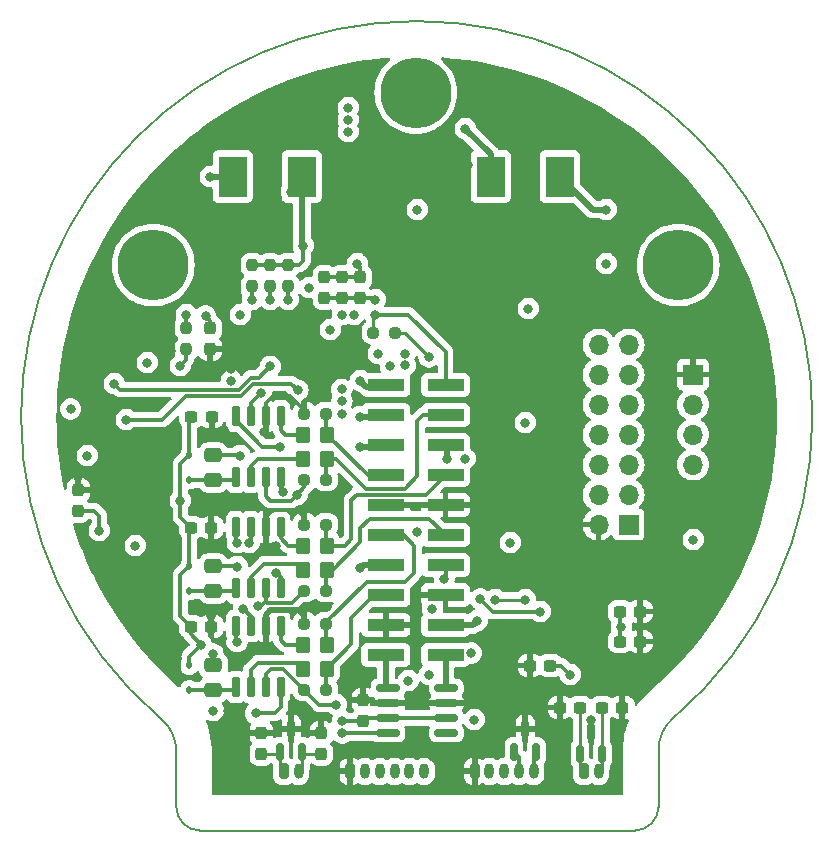
<source format=gbr>
%TF.GenerationSoftware,KiCad,Pcbnew,7.0.6*%
%TF.CreationDate,2024-03-18T21:13:24+03:00*%
%TF.ProjectId,_____ __________,1f3b3042-3020-4433-9f40-30323b353d38,rev?*%
%TF.SameCoordinates,Original*%
%TF.FileFunction,Copper,L6,Bot*%
%TF.FilePolarity,Positive*%
%FSLAX46Y46*%
G04 Gerber Fmt 4.6, Leading zero omitted, Abs format (unit mm)*
G04 Created by KiCad (PCBNEW 7.0.6) date 2024-03-18 21:13:24*
%MOMM*%
%LPD*%
G01*
G04 APERTURE LIST*
G04 Aperture macros list*
%AMRoundRect*
0 Rectangle with rounded corners*
0 $1 Rounding radius*
0 $2 $3 $4 $5 $6 $7 $8 $9 X,Y pos of 4 corners*
0 Add a 4 corners polygon primitive as box body*
4,1,4,$2,$3,$4,$5,$6,$7,$8,$9,$2,$3,0*
0 Add four circle primitives for the rounded corners*
1,1,$1+$1,$2,$3*
1,1,$1+$1,$4,$5*
1,1,$1+$1,$6,$7*
1,1,$1+$1,$8,$9*
0 Add four rect primitives between the rounded corners*
20,1,$1+$1,$2,$3,$4,$5,0*
20,1,$1+$1,$4,$5,$6,$7,0*
20,1,$1+$1,$6,$7,$8,$9,0*
20,1,$1+$1,$8,$9,$2,$3,0*%
G04 Aperture macros list end*
%TA.AperFunction,ComponentPad*%
%ADD10R,1.700000X1.700000*%
%TD*%
%TA.AperFunction,ComponentPad*%
%ADD11O,1.700000X1.700000*%
%TD*%
%TA.AperFunction,ComponentPad*%
%ADD12RoundRect,0.200000X-0.200000X-0.450000X0.200000X-0.450000X0.200000X0.450000X-0.200000X0.450000X0*%
%TD*%
%TA.AperFunction,ComponentPad*%
%ADD13O,0.800000X1.300000*%
%TD*%
%TA.AperFunction,ComponentPad*%
%ADD14C,6.000000*%
%TD*%
%TA.AperFunction,SMDPad,CuDef*%
%ADD15RoundRect,0.237500X-0.250000X-0.237500X0.250000X-0.237500X0.250000X0.237500X-0.250000X0.237500X0*%
%TD*%
%TA.AperFunction,SMDPad,CuDef*%
%ADD16RoundRect,0.150000X0.825000X0.150000X-0.825000X0.150000X-0.825000X-0.150000X0.825000X-0.150000X0*%
%TD*%
%TA.AperFunction,SMDPad,CuDef*%
%ADD17RoundRect,0.250000X-0.350000X-0.450000X0.350000X-0.450000X0.350000X0.450000X-0.350000X0.450000X0*%
%TD*%
%TA.AperFunction,SMDPad,CuDef*%
%ADD18RoundRect,0.237500X-0.237500X0.300000X-0.237500X-0.300000X0.237500X-0.300000X0.237500X0.300000X0*%
%TD*%
%TA.AperFunction,SMDPad,CuDef*%
%ADD19RoundRect,0.237500X0.237500X-0.300000X0.237500X0.300000X-0.237500X0.300000X-0.237500X-0.300000X0*%
%TD*%
%TA.AperFunction,SMDPad,CuDef*%
%ADD20RoundRect,0.150000X-0.150000X0.725000X-0.150000X-0.725000X0.150000X-0.725000X0.150000X0.725000X0*%
%TD*%
%TA.AperFunction,SMDPad,CuDef*%
%ADD21R,2.413000X3.429000*%
%TD*%
%TA.AperFunction,SMDPad,CuDef*%
%ADD22RoundRect,0.237500X0.300000X0.237500X-0.300000X0.237500X-0.300000X-0.237500X0.300000X-0.237500X0*%
%TD*%
%TA.AperFunction,SMDPad,CuDef*%
%ADD23RoundRect,0.237500X0.237500X-0.250000X0.237500X0.250000X-0.237500X0.250000X-0.237500X-0.250000X0*%
%TD*%
%TA.AperFunction,SMDPad,CuDef*%
%ADD24RoundRect,0.150000X0.150000X-0.587500X0.150000X0.587500X-0.150000X0.587500X-0.150000X-0.587500X0*%
%TD*%
%TA.AperFunction,SMDPad,CuDef*%
%ADD25RoundRect,0.237500X-0.237500X0.250000X-0.237500X-0.250000X0.237500X-0.250000X0.237500X0.250000X0*%
%TD*%
%TA.AperFunction,SMDPad,CuDef*%
%ADD26RoundRect,0.112500X0.112500X-0.187500X0.112500X0.187500X-0.112500X0.187500X-0.112500X-0.187500X0*%
%TD*%
%TA.AperFunction,SMDPad,CuDef*%
%ADD27RoundRect,0.237500X-0.300000X-0.237500X0.300000X-0.237500X0.300000X0.237500X-0.300000X0.237500X0*%
%TD*%
%TA.AperFunction,SMDPad,CuDef*%
%ADD28RoundRect,0.250000X0.475000X-0.337500X0.475000X0.337500X-0.475000X0.337500X-0.475000X-0.337500X0*%
%TD*%
%TA.AperFunction,SMDPad,CuDef*%
%ADD29R,3.150000X1.000000*%
%TD*%
%TA.AperFunction,ViaPad*%
%ADD30C,0.800000*%
%TD*%
%TA.AperFunction,Conductor*%
%ADD31C,0.300000*%
%TD*%
%TA.AperFunction,Conductor*%
%ADD32C,0.500000*%
%TD*%
%TA.AperFunction,Conductor*%
%ADD33C,0.250000*%
%TD*%
%TA.AperFunction,Profile*%
%ADD34C,0.200000*%
%TD*%
G04 APERTURE END LIST*
D10*
%TO.P,J10,1,Pin_1*%
%TO.N,GND*%
X178054000Y-92202000D03*
D11*
%TO.P,J10,2,Pin_2*%
%TO.N,SWCLK*%
X178054000Y-94742000D03*
%TO.P,J10,3,Pin_3*%
%TO.N,SWDIO*%
X178054000Y-97282000D03*
%TO.P,J10,4,Pin_4*%
%TO.N,Net-(D13-A)*%
X178054000Y-99822000D03*
%TD*%
D12*
%TO.P,J4,1,Pin_1*%
%TO.N,CAN1L*%
X168793000Y-125808000D03*
D13*
%TO.P,J4,2,Pin_2*%
%TO.N,CAN1H*%
X170043000Y-125808000D03*
%TD*%
D14*
%TO.P,J3,1,Pin_1*%
%TO.N,unconnected-(J3-Pin_1-Pad1)*%
X132334000Y-82931000D03*
%TD*%
%TO.P,J1,1,Pin_1*%
%TO.N,unconnected-(J1-Pin_1-Pad1)*%
X176784000Y-82931000D03*
%TD*%
D12*
%TO.P,J9,1,Pin_1*%
%TO.N,GND*%
X149021000Y-125808000D03*
D13*
%TO.P,J9,2,Pin_2*%
%TO.N,Digital_input2*%
X150271000Y-125808000D03*
%TO.P,J9,3,Pin_3*%
%TO.N,Digital_input1*%
X151521000Y-125808000D03*
%TO.P,J9,4,Pin_4*%
%TO.N,Analog_Input2*%
X152771000Y-125808000D03*
%TO.P,J9,5,Pin_5*%
%TO.N,Analog_Input1*%
X154021000Y-125808000D03*
%TO.P,J9,6,Pin_6*%
%TO.N,GNDA*%
X155271000Y-125808000D03*
%TD*%
D14*
%TO.P,J2,1,Pin_1*%
%TO.N,unconnected-(J2-Pin_1-Pad1)*%
X154559000Y-68326000D03*
%TD*%
D10*
%TO.P,J5,1,Pin_1*%
%TO.N,+3.3V*%
X172578000Y-104902000D03*
D11*
%TO.P,J5,2,Pin_2*%
%TO.N,GND*%
X170038000Y-104902000D03*
%TO.P,J5,3,Pin_3*%
%TO.N,Angle_Sensor_CS_MCU*%
X172578000Y-102362000D03*
%TO.P,J5,4,Pin_4*%
%TO.N,Temp_Coil_C_MCU*%
X170038000Y-102362000D03*
%TO.P,J5,5,Pin_5*%
%TO.N,Angle_Sensor_SCLK_MCU*%
X172578000Y-99822000D03*
%TO.P,J5,6,Pin_6*%
%TO.N,Temp_Coil_B_MCU*%
X170038000Y-99822000D03*
%TO.P,J5,7,Pin_7*%
%TO.N,Angle_Sensor_SDIO_MCU*%
X172578000Y-97282000D03*
%TO.P,J5,8,Pin_8*%
%TO.N,Temp_Coil_A_MCU*%
X170038000Y-97282000D03*
%TO.P,J5,9,Pin_9*%
%TO.N,OUT_MCU*%
X172578000Y-94742000D03*
%TO.P,J5,10,Pin_10*%
%TO.N,Current_C_MCU*%
X170038000Y-94742000D03*
%TO.P,J5,11,Pin_11*%
%TO.N,Current_B_MCU*%
X172578000Y-92202000D03*
%TO.P,J5,12,Pin_12*%
%TO.N,Current_A_MCU*%
X170038000Y-92202000D03*
%TO.P,J5,13,Pin_13*%
%TO.N,+3.3VA*%
X172578000Y-89662000D03*
%TO.P,J5,14,Pin_14*%
%TO.N,GNDA*%
X170038000Y-89662000D03*
%TD*%
D12*
%TO.P,J7,1,Pin_1*%
%TO.N,GND*%
X159552000Y-125808000D03*
D13*
%TO.P,J7,2,Pin_2*%
%TO.N,RS_485_Y*%
X160802000Y-125808000D03*
%TO.P,J7,3,Pin_3*%
%TO.N,RS_485_Z*%
X162052000Y-125808000D03*
%TO.P,J7,4,Pin_4*%
%TO.N,RS_485_B*%
X163302000Y-125808000D03*
%TO.P,J7,5,Pin_5*%
%TO.N,RS_485_A*%
X164552000Y-125808000D03*
%TD*%
D12*
%TO.P,J6,1,Pin_1*%
%TO.N,CAN2L*%
X143393000Y-125808000D03*
D13*
%TO.P,J6,2,Pin_2*%
%TO.N,CAN2H*%
X144643000Y-125808000D03*
%TD*%
D15*
%TO.P,R1,1*%
%TO.N,A*%
X145137500Y-110490000D03*
%TO.P,R1,2*%
%TO.N,G1*%
X146962500Y-110490000D03*
%TD*%
D16*
%TO.P,U5,1,-*%
%TO.N,Shunt_1*%
X157161000Y-118745000D03*
%TO.P,U5,2,GND*%
%TO.N,GND*%
X157161000Y-120015000D03*
%TO.P,U5,3,REF2*%
%TO.N,+3.3V*%
X157161000Y-121285000D03*
%TO.P,U5,4,NC*%
%TO.N,unconnected-(U5-NC-Pad4)*%
X157161000Y-122555000D03*
%TO.P,U5,5*%
%TO.N,Net-(R16-Pad2)*%
X152211000Y-122555000D03*
%TO.P,U5,6,V+*%
%TO.N,+3.3V*%
X152211000Y-121285000D03*
%TO.P,U5,7,REF1*%
%TO.N,GND*%
X152211000Y-120015000D03*
%TO.P,U5,8,+*%
%TO.N,Shunt_2*%
X152211000Y-118745000D03*
%TD*%
D17*
%TO.P,R11,1*%
%TO.N,Net-(U2-LO)*%
X145050000Y-97282000D03*
%TO.P,R11,2*%
%TO.N,G4*%
X147050000Y-97282000D03*
%TD*%
D18*
%TO.P,C7,1*%
%TO.N,+3.3V*%
X137160000Y-88291500D03*
%TO.P,C7,2*%
%TO.N,GND*%
X137160000Y-90016500D03*
%TD*%
D19*
%TO.P,C53,1*%
%TO.N,CAN2L*%
X141478000Y-124306500D03*
%TO.P,C53,2*%
%TO.N,GND*%
X141478000Y-122581500D03*
%TD*%
D20*
%TO.P,U3,1,IN*%
%TO.N,IN_C*%
X139319000Y-113503000D03*
%TO.P,U3,2,~{SD}*%
%TO.N,Enable*%
X140589000Y-113503000D03*
%TO.P,U3,3,COM*%
%TO.N,GND*%
X141859000Y-113503000D03*
%TO.P,U3,4,LO*%
%TO.N,Net-(U3-LO)*%
X143129000Y-113503000D03*
%TO.P,U3,5,VCC*%
%TO.N,+12V*%
X143129000Y-118653000D03*
%TO.P,U3,6,VS*%
%TO.N,C*%
X141859000Y-118653000D03*
%TO.P,U3,7,HO*%
%TO.N,Net-(U3-HO)*%
X140589000Y-118653000D03*
%TO.P,U3,8,VB*%
%TO.N,Net-(D3-K)*%
X139319000Y-118653000D03*
%TD*%
D17*
%TO.P,R10,1*%
%TO.N,Net-(U1-LO)*%
X145050000Y-106680000D03*
%TO.P,R10,2*%
%TO.N,G2*%
X147050000Y-106680000D03*
%TD*%
D15*
%TO.P,R6,1*%
%TO.N,GND*%
X145137500Y-113284000D03*
%TO.P,R6,2*%
%TO.N,G6*%
X146962500Y-113284000D03*
%TD*%
D21*
%TO.P,L2,1*%
%TO.N,Net-(D8-K)*%
X139065000Y-75438000D03*
%TO.P,L2,2*%
%TO.N,+3.3V*%
X144907000Y-75438000D03*
%TD*%
D17*
%TO.P,R7,1*%
%TO.N,Net-(U1-HO)*%
X145050000Y-108712000D03*
%TO.P,R7,2*%
%TO.N,G1*%
X147050000Y-108712000D03*
%TD*%
D22*
%TO.P,C48,1*%
%TO.N,GND*%
X173582500Y-114808000D03*
%TO.P,C48,2*%
%TO.N,+3.3V*%
X171857500Y-114808000D03*
%TD*%
D23*
%TO.P,R17,1*%
%TO.N,Temperature_Power_SDA_MCU*%
X142240000Y-84732500D03*
%TO.P,R17,2*%
%TO.N,+3.3V*%
X142240000Y-82907500D03*
%TD*%
D22*
%TO.P,C52,1*%
%TO.N,CAN1L*%
X168502500Y-120396000D03*
%TO.P,C52,2*%
%TO.N,GND*%
X166777500Y-120396000D03*
%TD*%
D24*
%TO.P,D11,1,K*%
%TO.N,CAN1H*%
X170368000Y-124303000D03*
%TO.P,D11,2,K*%
%TO.N,CAN1L*%
X168468000Y-124303000D03*
%TO.P,D11,3,A*%
%TO.N,GND*%
X169418000Y-122428000D03*
%TD*%
D25*
%TO.P,R16,1*%
%TO.N,Net-(U4-+)*%
X135128000Y-88241500D03*
%TO.P,R16,2*%
%TO.N,Net-(R16-Pad2)*%
X135128000Y-90066500D03*
%TD*%
D20*
%TO.P,U1,1,IN*%
%TO.N,IN_A*%
X139319000Y-105121000D03*
%TO.P,U1,2,~{SD}*%
%TO.N,Enable*%
X140589000Y-105121000D03*
%TO.P,U1,3,COM*%
%TO.N,GND*%
X141859000Y-105121000D03*
%TO.P,U1,4,LO*%
%TO.N,Net-(U1-LO)*%
X143129000Y-105121000D03*
%TO.P,U1,5,VCC*%
%TO.N,+12V*%
X143129000Y-110271000D03*
%TO.P,U1,6,VS*%
%TO.N,A*%
X141859000Y-110271000D03*
%TO.P,U1,7,HO*%
%TO.N,Net-(U1-HO)*%
X140589000Y-110271000D03*
%TO.P,U1,8,VB*%
%TO.N,Net-(D1-K)*%
X139319000Y-110271000D03*
%TD*%
D26*
%TO.P,D2,1,K*%
%TO.N,Net-(D2-K)*%
X135382000Y-101126000D03*
%TO.P,D2,2,A*%
%TO.N,+12V*%
X135382000Y-99026000D03*
%TD*%
D22*
%TO.P,C1,1*%
%TO.N,GND*%
X137282000Y-95758000D03*
%TO.P,C1,2*%
%TO.N,+12V*%
X135557000Y-95758000D03*
%TD*%
D18*
%TO.P,C47,1*%
%TO.N,GND*%
X146558000Y-122581500D03*
%TO.P,C47,2*%
%TO.N,CAN2H*%
X146558000Y-124306500D03*
%TD*%
D27*
%TO.P,C2,1*%
%TO.N,+12V*%
X135535500Y-113538000D03*
%TO.P,C2,2*%
%TO.N,GND*%
X137260500Y-113538000D03*
%TD*%
D17*
%TO.P,R9,1*%
%TO.N,Net-(U3-HO)*%
X145050000Y-117094000D03*
%TO.P,R9,2*%
%TO.N,G5*%
X147050000Y-117094000D03*
%TD*%
D28*
%TO.P,C6,1*%
%TO.N,Net-(D3-K)*%
X137414000Y-118893500D03*
%TO.P,C6,2*%
%TO.N,C*%
X137414000Y-116818500D03*
%TD*%
D24*
%TO.P,D12,1,K*%
%TO.N,CAN2H*%
X144968000Y-124127500D03*
%TO.P,D12,2,K*%
%TO.N,CAN2L*%
X143068000Y-124127500D03*
%TO.P,D12,3,A*%
%TO.N,GND*%
X144018000Y-122252500D03*
%TD*%
D17*
%TO.P,R8,1*%
%TO.N,Net-(U2-HO)*%
X145050000Y-99314000D03*
%TO.P,R8,2*%
%TO.N,G3*%
X147050000Y-99314000D03*
%TD*%
D26*
%TO.P,D3,1,K*%
%TO.N,Net-(D3-K)*%
X135382000Y-118906000D03*
%TO.P,D3,2,A*%
%TO.N,+12V*%
X135382000Y-116806000D03*
%TD*%
D15*
%TO.P,R3,1*%
%TO.N,C*%
X145137500Y-118872000D03*
%TO.P,R3,2*%
%TO.N,G5*%
X146962500Y-118872000D03*
%TD*%
D17*
%TO.P,R12,1*%
%TO.N,Net-(U3-LO)*%
X145050000Y-115062000D03*
%TO.P,R12,2*%
%TO.N,G6*%
X147050000Y-115062000D03*
%TD*%
D23*
%TO.P,R18,1*%
%TO.N,Temperature_Power_SCL_MCU*%
X140716000Y-84732500D03*
%TO.P,R18,2*%
%TO.N,+3.3V*%
X140716000Y-82907500D03*
%TD*%
D19*
%TO.P,C13,1*%
%TO.N,+3.3VA*%
X149860000Y-85698500D03*
%TO.P,C13,2*%
%TO.N,GNDA*%
X149860000Y-83973500D03*
%TD*%
D15*
%TO.P,R5,1*%
%TO.N,GND*%
X145137500Y-95504000D03*
%TO.P,R5,2*%
%TO.N,G4*%
X146962500Y-95504000D03*
%TD*%
%TO.P,R22,1*%
%TO.N,+3.3V*%
X150979500Y-88646000D03*
%TO.P,R22,2*%
%TO.N,NRST*%
X152804500Y-88646000D03*
%TD*%
D29*
%TO.P,J8,1,Pin_1*%
%TO.N,+3.3V*%
X157084000Y-93091000D03*
%TO.P,J8,2,Pin_2*%
%TO.N,Temperature_Power_~{OS}_MCU*%
X152034000Y-93091000D03*
%TO.P,J8,3,Pin_3*%
%TO.N,G3*%
X157084000Y-95631000D03*
%TO.P,J8,4,Pin_4*%
%TO.N,Temperature_Power_SCL_MCU*%
X152034000Y-95631000D03*
%TO.P,J8,5,Pin_5*%
%TO.N,B*%
X157084000Y-98171000D03*
%TO.P,J8,6,Pin_6*%
%TO.N,Temperature_Power_SDA_MCU*%
X152034000Y-98171000D03*
%TO.P,J8,7,Pin_7*%
%TO.N,G2*%
X157084000Y-100711000D03*
%TO.P,J8,8,Pin_8*%
%TO.N,G4*%
X152034000Y-100711000D03*
%TO.P,J8,9,Pin_9*%
%TO.N,GND*%
X157084000Y-103251000D03*
%TO.P,J8,10,Pin_10*%
X152034000Y-103251000D03*
%TO.P,J8,11,Pin_11*%
%TO.N,G1*%
X157084000Y-105791000D03*
%TO.P,J8,12,Pin_12*%
%TO.N,G6*%
X152034000Y-105791000D03*
%TO.P,J8,13,Pin_13*%
%TO.N,A*%
X157084000Y-108331000D03*
%TO.P,J8,14,Pin_14*%
%TO.N,C*%
X152034000Y-108331000D03*
%TO.P,J8,15,Pin_15*%
%TO.N,GND*%
X157084000Y-110871000D03*
%TO.P,J8,16,Pin_16*%
%TO.N,G5*%
X152034000Y-110871000D03*
%TO.P,J8,17,Pin_17*%
%TO.N,+24V*%
X157084000Y-113411000D03*
%TO.P,J8,18,Pin_18*%
%TO.N,GND*%
X152034000Y-113411000D03*
%TO.P,J8,19,Pin_19*%
%TO.N,Shunt_1*%
X157084000Y-115951000D03*
%TO.P,J8,20,Pin_20*%
%TO.N,Shunt_2*%
X152034000Y-115951000D03*
%TD*%
D19*
%TO.P,C14,1*%
%TO.N,+3.3VA*%
X148336000Y-85698500D03*
%TO.P,C14,2*%
%TO.N,GNDA*%
X148336000Y-83973500D03*
%TD*%
D23*
%TO.P,R19,1*%
%TO.N,Temperature_Power_~{OS}_MCU*%
X143764000Y-84732500D03*
%TO.P,R19,2*%
%TO.N,+3.3V*%
X143764000Y-82907500D03*
%TD*%
D19*
%TO.P,C15,1*%
%TO.N,+3.3VA*%
X146812000Y-85698500D03*
%TO.P,C15,2*%
%TO.N,GNDA*%
X146812000Y-83973500D03*
%TD*%
D28*
%TO.P,C5,1*%
%TO.N,Net-(D2-K)*%
X137414000Y-101113500D03*
%TO.P,C5,2*%
%TO.N,B*%
X137414000Y-99038500D03*
%TD*%
D26*
%TO.P,D1,1,K*%
%TO.N,Net-(D1-K)*%
X135382000Y-110524000D03*
%TO.P,D1,2,A*%
%TO.N,+12V*%
X135382000Y-108424000D03*
%TD*%
D28*
%TO.P,C4,1*%
%TO.N,Net-(D1-K)*%
X137414000Y-110511500D03*
%TO.P,C4,2*%
%TO.N,A*%
X137414000Y-108436500D03*
%TD*%
D27*
%TO.P,C32,1*%
%TO.N,GND*%
X164237500Y-116840000D03*
%TO.P,C32,2*%
%TO.N,+3.3V*%
X165962500Y-116840000D03*
%TD*%
D20*
%TO.P,U2,1,IN*%
%TO.N,IN_B*%
X139319000Y-95723000D03*
%TO.P,U2,2,~{SD}*%
%TO.N,Enable*%
X140589000Y-95723000D03*
%TO.P,U2,3,COM*%
%TO.N,GND*%
X141859000Y-95723000D03*
%TO.P,U2,4,LO*%
%TO.N,Net-(U2-LO)*%
X143129000Y-95723000D03*
%TO.P,U2,5,VCC*%
%TO.N,+12V*%
X143129000Y-100873000D03*
%TO.P,U2,6,VS*%
%TO.N,B*%
X141859000Y-100873000D03*
%TO.P,U2,7,HO*%
%TO.N,Net-(U2-HO)*%
X140589000Y-100873000D03*
%TO.P,U2,8,VB*%
%TO.N,Net-(D2-K)*%
X139319000Y-100873000D03*
%TD*%
D19*
%TO.P,C8,1*%
%TO.N,+3.3V*%
X150114000Y-121512500D03*
%TO.P,C8,2*%
%TO.N,GND*%
X150114000Y-119787500D03*
%TD*%
D15*
%TO.P,R4,1*%
%TO.N,GND*%
X145137500Y-104902000D03*
%TO.P,R4,2*%
%TO.N,G2*%
X146962500Y-104902000D03*
%TD*%
%TO.P,R2,1*%
%TO.N,B*%
X145137500Y-101092000D03*
%TO.P,R2,2*%
%TO.N,G3*%
X146962500Y-101092000D03*
%TD*%
D22*
%TO.P,C49,1*%
%TO.N,GND*%
X173582500Y-112268000D03*
%TO.P,C49,2*%
%TO.N,+3.3V*%
X171857500Y-112268000D03*
%TD*%
%TO.P,C46,1*%
%TO.N,GND*%
X172058500Y-120396000D03*
%TO.P,C46,2*%
%TO.N,CAN1H*%
X170333500Y-120396000D03*
%TD*%
D21*
%TO.P,L1,1*%
%TO.N,Net-(D7-K)*%
X166751000Y-75438000D03*
%TO.P,L1,2*%
%TO.N,+12V*%
X160909000Y-75438000D03*
%TD*%
D24*
%TO.P,D6,1,K*%
%TO.N,RS_485_A*%
X164780000Y-124127500D03*
%TO.P,D6,2,K*%
%TO.N,RS_485_B*%
X162880000Y-124127500D03*
%TO.P,D6,3,A*%
%TO.N,GND*%
X163830000Y-122252500D03*
%TD*%
D27*
%TO.P,C3,1*%
%TO.N,+12V*%
X135535500Y-105156000D03*
%TO.P,C3,2*%
%TO.N,GND*%
X137260500Y-105156000D03*
%TD*%
D19*
%TO.P,C37,1*%
%TO.N,Net-(U10-+)*%
X125984000Y-103732500D03*
%TO.P,C37,2*%
%TO.N,GND*%
X125984000Y-102007500D03*
%TD*%
D30*
%TO.N,GND*%
X138684000Y-120650000D03*
X151130000Y-82804000D03*
X136652000Y-103886000D03*
X148844000Y-118364000D03*
X138938000Y-91694000D03*
X173482000Y-113538000D03*
X125984000Y-100838000D03*
X159766000Y-102108000D03*
X161290000Y-116078000D03*
X142727561Y-106703516D03*
X148844000Y-81280000D03*
X133858000Y-90170000D03*
X137265023Y-112670977D03*
X143002000Y-87630000D03*
X141732000Y-97028000D03*
X159766000Y-101092000D03*
X148844000Y-74422000D03*
X154559000Y-114300000D03*
X165862000Y-87630000D03*
X162560000Y-84582000D03*
X138302647Y-96900646D03*
X142748000Y-81534000D03*
X127254000Y-90932000D03*
X160020000Y-90678000D03*
X147024477Y-111845477D03*
X132588000Y-98552000D03*
X169418000Y-121412000D03*
X159004000Y-74422000D03*
X147941673Y-90516500D03*
X164338000Y-106426000D03*
X159766000Y-100076000D03*
%TO.N,A*%
X139446000Y-108458000D03*
X156972000Y-109474000D03*
X141224000Y-111760000D03*
%TO.N,B*%
X144526000Y-102362000D03*
X139700000Y-99060000D03*
X157226000Y-99314000D03*
%TO.N,C*%
X137392023Y-115845977D03*
X149860000Y-108585000D03*
X147828000Y-120142000D03*
%TO.N,+24V*%
X170688000Y-82804000D03*
X159766000Y-113030000D03*
X130810000Y-106680000D03*
%TO.N,+12V*%
X141001682Y-120882379D03*
X134620000Y-102870000D03*
X148844000Y-71628000D03*
X148844000Y-70612000D03*
X136398000Y-115062000D03*
X142748000Y-108966000D03*
X158750000Y-71374000D03*
X148844000Y-69596000D03*
X143287454Y-102120500D03*
%TO.N,Enable*%
X138938000Y-92722500D03*
X140462000Y-106426000D03*
X141478000Y-93726000D03*
X139954000Y-112014000D03*
%TO.N,IN_A*%
X139446000Y-106426000D03*
%TO.N,IN_B*%
X143107023Y-98298000D03*
%TO.N,IN_C*%
X139424023Y-114829977D03*
%TO.N,+3.3V*%
X167640000Y-117602000D03*
X154686000Y-78232000D03*
X154686000Y-105537000D03*
X136764000Y-87234000D03*
X125349000Y-95123000D03*
X144018000Y-76708000D03*
X126746000Y-99060000D03*
X137414000Y-120650000D03*
X145542000Y-84836000D03*
X171958000Y-113538000D03*
X162560000Y-106426000D03*
X164084000Y-86614000D03*
X139700000Y-87122000D03*
X145034000Y-81280000D03*
X151130000Y-87122000D03*
X178054000Y-106172000D03*
X148336000Y-121539000D03*
X131826000Y-91186000D03*
%TO.N,NRST*%
X155689061Y-90708863D03*
%TO.N,Temp_Coil_C_MCU*%
X147320000Y-88392000D03*
%TO.N,Temp_Coil_B_MCU*%
X148336000Y-87122000D03*
%TO.N,Temp_Coil_A_MCU*%
X149352000Y-87122000D03*
%TO.N,Net-(R16-Pad2)*%
X134620000Y-91440000D03*
X148336000Y-122555000D03*
%TO.N,Current_C_MCU*%
X152400000Y-91440000D03*
%TO.N,Current_B_MCU*%
X153670000Y-91423503D03*
%TO.N,RS_485_RX_MCU*%
X161290000Y-111252000D03*
X163830000Y-111252000D03*
%TO.N,RS_485_Enable_MCU*%
X160032500Y-111207693D03*
X165100000Y-112268000D03*
%TO.N,Current_A_MCU*%
X153670000Y-90424000D03*
%TO.N,GNDA*%
X153924000Y-118110000D03*
X151384000Y-90424000D03*
X149606000Y-82804000D03*
%TO.N,+3.3VA*%
X159512000Y-121412000D03*
X159258500Y-115779546D03*
X151130000Y-85852000D03*
%TO.N,Temperature_Power_~{OS}_MCU*%
X143764000Y-85852000D03*
X149860000Y-92710000D03*
%TO.N,Temperature_Power_SCL_MCU*%
X140716000Y-85852000D03*
X149860000Y-95758000D03*
%TO.N,Temperature_Power_SDA_MCU*%
X149860000Y-98298000D03*
X142240000Y-85852000D03*
%TO.N,EEPROM_~{CS_MCU}*%
X142240000Y-91516500D03*
X129032000Y-92964000D03*
%TO.N,EEPROM_MOSI_MCU*%
X144581440Y-93516500D03*
X130048000Y-96012000D03*
%TO.N,Net-(U4-+)*%
X135128000Y-87122000D03*
%TO.N,Net-(D4-COM)*%
X155702000Y-117602000D03*
X148313669Y-94465669D03*
%TO.N,Net-(U10-+)*%
X127762000Y-105410000D03*
%TO.N,Net-(D7-K)*%
X170688000Y-78232000D03*
%TO.N,Net-(D8-K)*%
X137160000Y-75438000D03*
%TO.N,Net-(U7-PC4)*%
X158750000Y-99314000D03*
X163830000Y-96266000D03*
X148286582Y-93466536D03*
%TO.N,Net-(D14-COM)*%
X155956000Y-112014000D03*
X148336000Y-95504000D03*
%TD*%
D31*
%TO.N,GND*%
X173582500Y-113437500D02*
X173482000Y-113538000D01*
D32*
X141859000Y-113503000D02*
X141859000Y-112522000D01*
D31*
X141859000Y-96901000D02*
X141859000Y-95723000D01*
X142494000Y-103632000D02*
X144526000Y-103632000D01*
X141859000Y-105121000D02*
X141859000Y-104267000D01*
D32*
X145137500Y-112625500D02*
X145137500Y-113284000D01*
D31*
X150341500Y-120015000D02*
X150114000Y-119787500D01*
X173582500Y-114808000D02*
X173582500Y-113638500D01*
D32*
X144653000Y-112141000D02*
X145137500Y-112625500D01*
D31*
X137260500Y-113538000D02*
X137260500Y-112675500D01*
X145137500Y-104243500D02*
X145137500Y-104902000D01*
X144526000Y-103632000D02*
X145137500Y-104243500D01*
X137260500Y-112675500D02*
X137265023Y-112670977D01*
D32*
X141859000Y-112522000D02*
X142240000Y-112141000D01*
D31*
X143942750Y-93980000D02*
X145137500Y-95174750D01*
X145137500Y-95174750D02*
X145137500Y-95504000D01*
X141859000Y-104267000D02*
X142494000Y-103632000D01*
X141859000Y-94615000D02*
X142494000Y-93980000D01*
X141859000Y-95723000D02*
X141859000Y-94615000D01*
X169418000Y-122428000D02*
X169418000Y-121412000D01*
X142494000Y-93980000D02*
X143942750Y-93980000D01*
X173582500Y-112268000D02*
X173582500Y-113437500D01*
X141732000Y-97028000D02*
X141859000Y-96901000D01*
X173582500Y-113638500D02*
X173482000Y-113538000D01*
X137282000Y-95758000D02*
X137282000Y-95879999D01*
D32*
X142240000Y-112141000D02*
X144653000Y-112141000D01*
D31*
%TO.N,A*%
X157084000Y-108331000D02*
X157084000Y-109362000D01*
X141986000Y-111506000D02*
X144121500Y-111506000D01*
X141859000Y-111379000D02*
X141478000Y-111760000D01*
X139424500Y-108436500D02*
X139446000Y-108458000D01*
X144121500Y-111506000D02*
X145137500Y-110490000D01*
X137414000Y-108436500D02*
X139424500Y-108436500D01*
X141478000Y-111760000D02*
X141224000Y-111760000D01*
X157084000Y-109362000D02*
X156972000Y-109474000D01*
X141859000Y-111379000D02*
X141986000Y-111506000D01*
X141859000Y-110271000D02*
X141859000Y-111379000D01*
%TO.N,B*%
X144018000Y-102870000D02*
X142240000Y-102870000D01*
X144526000Y-102362000D02*
X145137500Y-101750500D01*
D32*
X157226000Y-99314000D02*
X157226000Y-98298000D01*
D31*
X142240000Y-102870000D02*
X141859000Y-102489000D01*
X144526000Y-102362000D02*
X144018000Y-102870000D01*
X139678500Y-99038500D02*
X139700000Y-99060000D01*
X141859000Y-102489000D02*
X141859000Y-100873000D01*
X145137500Y-101750500D02*
X145137500Y-101092000D01*
X137414000Y-99038500D02*
X139678500Y-99038500D01*
%TO.N,C*%
X146407500Y-120142000D02*
X147828000Y-120142000D01*
X145137500Y-118872000D02*
X146407500Y-120142000D01*
X137414000Y-116818500D02*
X137414000Y-115867954D01*
D32*
X152034000Y-108331000D02*
X150114000Y-108331000D01*
D31*
X141859000Y-117555000D02*
X142320000Y-117094000D01*
X137414000Y-115867954D02*
X137392023Y-115845977D01*
X143359500Y-117094000D02*
X145137500Y-118872000D01*
X142320000Y-117094000D02*
X143359500Y-117094000D01*
D32*
X150114000Y-108331000D02*
X149860000Y-108585000D01*
D31*
X141859000Y-118653000D02*
X141859000Y-117555000D01*
%TO.N,G1*%
X147050000Y-108712000D02*
X147558000Y-108712000D01*
X157084000Y-105791000D02*
X155687000Y-104394000D01*
X149860000Y-105190000D02*
X149860000Y-106410000D01*
X150656000Y-104394000D02*
X149860000Y-105190000D01*
X146962500Y-108799500D02*
X147050000Y-108712000D01*
X146962500Y-110490000D02*
X146962500Y-108799500D01*
X155687000Y-104394000D02*
X150656000Y-104394000D01*
X149860000Y-106410000D02*
X147558000Y-108712000D01*
X147470500Y-108799500D02*
X147558000Y-108712000D01*
%TO.N,G2*%
X146962500Y-104902000D02*
X146962500Y-106592500D01*
X155433000Y-102362000D02*
X157084000Y-100711000D01*
X149106000Y-106164000D02*
X149106000Y-102862000D01*
X149606000Y-102362000D02*
X155433000Y-102362000D01*
X148590000Y-106680000D02*
X149106000Y-106164000D01*
X146962500Y-106592500D02*
X147050000Y-106680000D01*
X147050000Y-106680000D02*
X148590000Y-106680000D01*
X149106000Y-102862000D02*
X149606000Y-102362000D01*
%TO.N,G3*%
X150368000Y-101854000D02*
X153666000Y-101854000D01*
X157084000Y-95631000D02*
X155194000Y-95631000D01*
X147050000Y-99314000D02*
X147828000Y-99314000D01*
X146962500Y-101092000D02*
X146962500Y-99401500D01*
X154686000Y-100834000D02*
X154686000Y-96139000D01*
X147828000Y-99314000D02*
X150368000Y-101854000D01*
X146962500Y-99401500D02*
X147050000Y-99314000D01*
X155194000Y-95631000D02*
X154686000Y-96139000D01*
X153666000Y-101854000D02*
X154686000Y-100834000D01*
D32*
%TO.N,Shunt_2*%
X152034000Y-118568000D02*
X152211000Y-118745000D01*
X152034000Y-115951000D02*
X152034000Y-118568000D01*
%TO.N,Shunt_1*%
X157084000Y-115951000D02*
X157084000Y-118668000D01*
X157084000Y-118668000D02*
X157161000Y-118745000D01*
%TO.N,+24V*%
X159385000Y-113411000D02*
X157084000Y-113411000D01*
X159766000Y-113030000D02*
X159385000Y-113411000D01*
D31*
%TO.N,+12V*%
X143129000Y-120379054D02*
X143129000Y-118653000D01*
X134620000Y-102870000D02*
X134620000Y-104240500D01*
X135382000Y-95933000D02*
X135557000Y-95758000D01*
X135535500Y-113538000D02*
X134620000Y-112622500D01*
X134620000Y-109186000D02*
X135382000Y-108424000D01*
D32*
X160909000Y-73533000D02*
X158750000Y-71374000D01*
D31*
X141001682Y-120882379D02*
X142625675Y-120882379D01*
X135382000Y-116806000D02*
X135382000Y-116078000D01*
X135382000Y-108424000D02*
X135382000Y-105309500D01*
X135535500Y-113538000D02*
X135535500Y-114199500D01*
X134620000Y-112622500D02*
X134620000Y-109186000D01*
X143129000Y-110271000D02*
X143129000Y-109347000D01*
X135535500Y-114199500D02*
X136398000Y-115062000D01*
X134620000Y-104240500D02*
X135535500Y-105156000D01*
X135382000Y-99026000D02*
X135382000Y-95933000D01*
X135382000Y-99026000D02*
X134620000Y-99788000D01*
X143129000Y-100873000D02*
X143129000Y-101962046D01*
X142625675Y-120882379D02*
X143129000Y-120379054D01*
X134620000Y-99788000D02*
X134620000Y-102870000D01*
X143129000Y-101962046D02*
X143287454Y-102120500D01*
X135382000Y-105309500D02*
X135535500Y-105156000D01*
D32*
X160909000Y-75438000D02*
X160909000Y-73533000D01*
D31*
X135382000Y-116078000D02*
X136398000Y-115062000D01*
X143129000Y-109347000D02*
X142748000Y-108966000D01*
%TO.N,Net-(D1-K)*%
X137401500Y-110524000D02*
X137414000Y-110511500D01*
X135382000Y-110524000D02*
X137401500Y-110524000D01*
X137414000Y-110511500D02*
X139078500Y-110511500D01*
X139078500Y-110511500D02*
X139319000Y-110271000D01*
%TO.N,Net-(D3-K)*%
X135382000Y-118906000D02*
X137401500Y-118906000D01*
X137401500Y-118906000D02*
X137414000Y-118893500D01*
X137414000Y-118893500D02*
X139078500Y-118893500D01*
X139078500Y-118893500D02*
X139319000Y-118653000D01*
%TO.N,Net-(D2-K)*%
X137414000Y-101113500D02*
X139078500Y-101113500D01*
X135382000Y-101126000D02*
X137401500Y-101126000D01*
X139078500Y-101113500D02*
X139319000Y-100873000D01*
X137401500Y-101126000D02*
X137414000Y-101113500D01*
%TO.N,Enable*%
X140589000Y-112649000D02*
X140589000Y-113503000D01*
X140462000Y-106426000D02*
X140589000Y-106299000D01*
X140589000Y-94615000D02*
X141478000Y-93726000D01*
X140589000Y-106299000D02*
X140589000Y-105121000D01*
X140589000Y-95723000D02*
X140589000Y-94615000D01*
X139954000Y-112014000D02*
X140589000Y-112649000D01*
%TO.N,IN_A*%
X139319000Y-105121000D02*
X139319000Y-106299000D01*
X139319000Y-106299000D02*
X139446000Y-106426000D01*
%TO.N,IN_B*%
X141581893Y-98298000D02*
X139319000Y-96035107D01*
X139319000Y-96035107D02*
X139319000Y-95723000D01*
X143107023Y-98298000D02*
X141581893Y-98298000D01*
%TO.N,IN_C*%
X139319000Y-114724954D02*
X139424023Y-114829977D01*
X139319000Y-113503000D02*
X139319000Y-114724954D01*
%TO.N,G4*%
X147050000Y-97282000D02*
X150479000Y-100711000D01*
X146962500Y-97194500D02*
X147050000Y-97282000D01*
X146962500Y-95504000D02*
X146962500Y-97194500D01*
X150479000Y-100711000D02*
X152034000Y-100711000D01*
%TO.N,G5*%
X146962500Y-117181500D02*
X147050000Y-117094000D01*
X149098000Y-115046000D02*
X149098000Y-112776000D01*
X151003000Y-110871000D02*
X152034000Y-110871000D01*
X149098000Y-112776000D02*
X151003000Y-110871000D01*
D32*
X151101000Y-110998000D02*
X152176000Y-110998000D01*
D31*
X146962500Y-118872000D02*
X146962500Y-117181500D01*
X147050000Y-117094000D02*
X149098000Y-115046000D01*
%TO.N,G6*%
X146962500Y-114974500D02*
X147050000Y-115062000D01*
X153670000Y-109728000D02*
X154432000Y-108966000D01*
X146962500Y-113167500D02*
X150402000Y-109728000D01*
X154432000Y-108966000D02*
X154432000Y-106680000D01*
X150402000Y-109728000D02*
X153670000Y-109728000D01*
X146962500Y-113284000D02*
X146962500Y-114974500D01*
X154432000Y-106680000D02*
X153543000Y-105791000D01*
X146962500Y-113284000D02*
X146962500Y-113167500D01*
X153543000Y-105791000D02*
X152034000Y-105791000D01*
%TO.N,+3.3V*%
X166878000Y-116840000D02*
X167640000Y-117602000D01*
X143764000Y-82907500D02*
X144676500Y-82907500D01*
X152211000Y-121285000D02*
X150341500Y-121285000D01*
X157084000Y-93091000D02*
X157084000Y-90282000D01*
D32*
X144907000Y-81153000D02*
X145034000Y-81280000D01*
D31*
X153924000Y-87122000D02*
X151130000Y-87122000D01*
X148362500Y-121512500D02*
X150114000Y-121512500D01*
X157161000Y-121285000D02*
X152211000Y-121285000D01*
X171857500Y-113638500D02*
X171958000Y-113538000D01*
X145034000Y-82550000D02*
X145034000Y-81280000D01*
X136764000Y-87234000D02*
X137160000Y-87630000D01*
X171857500Y-112268000D02*
X171857500Y-113437500D01*
X165962500Y-116840000D02*
X166878000Y-116840000D01*
X150341500Y-121285000D02*
X150114000Y-121512500D01*
D32*
X144907000Y-75438000D02*
X144907000Y-81153000D01*
D31*
X171857500Y-114808000D02*
X171857500Y-113638500D01*
X171857500Y-113437500D02*
X171958000Y-113538000D01*
X137160000Y-87630000D02*
X137160000Y-88291500D01*
D33*
X150979500Y-87272500D02*
X151130000Y-87122000D01*
X150979500Y-88646000D02*
X150979500Y-87272500D01*
D31*
X144676500Y-82907500D02*
X145034000Y-82550000D01*
X140716000Y-82907500D02*
X142240000Y-82907500D01*
X148336000Y-121539000D02*
X148362500Y-121512500D01*
X157084000Y-90282000D02*
X153924000Y-87122000D01*
X143764000Y-82907500D02*
X142240000Y-82907500D01*
D33*
%TO.N,NRST*%
X153626198Y-88646000D02*
X155689061Y-90708863D01*
X152804500Y-88646000D02*
X153626198Y-88646000D01*
D31*
%TO.N,Net-(R16-Pad2)*%
X148336000Y-122555000D02*
X152211000Y-122555000D01*
X135128000Y-90932000D02*
X134620000Y-91440000D01*
X135128000Y-90066500D02*
X135128000Y-90932000D01*
%TO.N,RS_485_B*%
X163302000Y-124549500D02*
X162880000Y-124127500D01*
X163302000Y-125808000D02*
X163302000Y-124549500D01*
%TO.N,RS_485_A*%
X164552000Y-125808000D02*
X164552000Y-124355500D01*
X164552000Y-124355500D02*
X164780000Y-124127500D01*
D33*
%TO.N,RS_485_RX_MCU*%
X163830000Y-111252000D02*
X161290000Y-111252000D01*
D31*
%TO.N,RS_485_Enable_MCU*%
X161092807Y-112268000D02*
X160032500Y-111207693D01*
X165100000Y-112268000D02*
X161092807Y-112268000D01*
D33*
%TO.N,CAN1H*%
X170368000Y-120430500D02*
X170333500Y-120396000D01*
X170368000Y-124303000D02*
X170368000Y-120430500D01*
X170368000Y-125483000D02*
X170043000Y-125808000D01*
X170368000Y-124303000D02*
X170368000Y-125483000D01*
%TO.N,CAN1L*%
X168468000Y-125483000D02*
X168793000Y-125808000D01*
X168468000Y-124303000D02*
X168468000Y-120430500D01*
X168468000Y-120430500D02*
X168502500Y-120396000D01*
X168468000Y-124303000D02*
X168468000Y-125483000D01*
%TO.N,CAN2H*%
X145147000Y-124306500D02*
X144968000Y-124127500D01*
X146558000Y-124306500D02*
X145147000Y-124306500D01*
X144968000Y-124127500D02*
X144968000Y-125483000D01*
X144968000Y-125483000D02*
X144643000Y-125808000D01*
%TO.N,CAN2L*%
X143068000Y-125483000D02*
X143393000Y-125808000D01*
X142889000Y-124306500D02*
X143068000Y-124127500D01*
X141478000Y-124306500D02*
X142889000Y-124306500D01*
X143068000Y-124127500D02*
X143068000Y-125483000D01*
D31*
%TO.N,GNDA*%
X149860000Y-83973500D02*
X148336000Y-83973500D01*
X146812000Y-83973500D02*
X148336000Y-83973500D01*
X149860000Y-83973500D02*
X149860000Y-83058000D01*
X149860000Y-83058000D02*
X149606000Y-82804000D01*
%TO.N,+3.3VA*%
X149860000Y-85698500D02*
X150976500Y-85698500D01*
X146812000Y-85698500D02*
X148336000Y-85698500D01*
X150976500Y-85698500D02*
X151130000Y-85852000D01*
X149860000Y-85698500D02*
X148336000Y-85698500D01*
D32*
%TO.N,Temperature_Power_~{OS}_MCU*%
X152176000Y-93218000D02*
X150368000Y-93218000D01*
D31*
X143764000Y-84732500D02*
X143764000Y-85852000D01*
D32*
X150368000Y-93218000D02*
X149860000Y-92710000D01*
D31*
%TO.N,Temperature_Power_SCL_MCU*%
X140716000Y-84732500D02*
X140716000Y-85852000D01*
D32*
X149860000Y-95758000D02*
X152176000Y-95758000D01*
%TO.N,Temperature_Power_SDA_MCU*%
X149860000Y-98298000D02*
X152176000Y-98298000D01*
D31*
X142240000Y-84732500D02*
X142240000Y-85852000D01*
%TO.N,EEPROM_~{CS_MCU}*%
X129032000Y-92964000D02*
X129540000Y-93472000D01*
X141300500Y-92456000D02*
X142240000Y-91516500D01*
X129540000Y-93472000D02*
X139605563Y-93472000D01*
X140621563Y-92456000D02*
X141300500Y-92456000D01*
X139605563Y-93472000D02*
X140621563Y-92456000D01*
%TO.N,EEPROM_MOSI_MCU*%
X144581440Y-93516500D02*
X144040940Y-92976000D01*
X144040940Y-92976000D02*
X140808669Y-92976000D01*
X139804669Y-93980000D02*
X135128000Y-93980000D01*
X130048000Y-96012000D02*
X133096000Y-96012000D01*
X133096000Y-96012000D02*
X135128000Y-93980000D01*
X140808669Y-92976000D02*
X139804669Y-93980000D01*
%TO.N,Net-(U4-+)*%
X135128000Y-88241500D02*
X135128000Y-87122000D01*
%TO.N,Net-(U10-+)*%
X127354500Y-103732500D02*
X127762000Y-104140000D01*
X127762000Y-104140000D02*
X127762000Y-105410000D01*
X125984000Y-103732500D02*
X127354500Y-103732500D01*
D32*
%TO.N,Net-(D7-K)*%
X169545000Y-78232000D02*
X170688000Y-78232000D01*
X166751000Y-75438000D02*
X169545000Y-78232000D01*
%TO.N,Net-(D8-K)*%
X139065000Y-75438000D02*
X137160000Y-75438000D01*
D31*
%TO.N,Net-(U1-HO)*%
X140589000Y-110271000D02*
X140589000Y-109347000D01*
X140589000Y-109347000D02*
X141732000Y-108204000D01*
X144542000Y-108204000D02*
X145050000Y-108712000D01*
X141732000Y-108204000D02*
X144542000Y-108204000D01*
%TO.N,Net-(U2-HO)*%
X141224000Y-99314000D02*
X145050000Y-99314000D01*
X140589000Y-100873000D02*
X140589000Y-99949000D01*
X140589000Y-99949000D02*
X141224000Y-99314000D01*
%TO.N,Net-(U3-HO)*%
X140589000Y-118653000D02*
X140589000Y-117221000D01*
X144542000Y-116586000D02*
X145050000Y-117094000D01*
X141224000Y-116586000D02*
X144542000Y-116586000D01*
X140589000Y-117221000D02*
X141224000Y-116586000D01*
%TO.N,Net-(U1-LO)*%
X143764000Y-106680000D02*
X145050000Y-106680000D01*
X143129000Y-105121000D02*
X143129000Y-106045000D01*
X143129000Y-106045000D02*
X143764000Y-106680000D01*
%TO.N,Net-(U2-LO)*%
X143129000Y-95723000D02*
X143129000Y-96901000D01*
X143129000Y-96901000D02*
X143510000Y-97282000D01*
X143510000Y-97282000D02*
X145050000Y-97282000D01*
%TO.N,Net-(U3-LO)*%
X143129000Y-113503000D02*
X143129000Y-114681000D01*
X143510000Y-115062000D02*
X145050000Y-115062000D01*
X143129000Y-114681000D02*
X143510000Y-115062000D01*
%TD*%
%TA.AperFunction,Conductor*%
%TO.N,GND*%
G36*
X169611039Y-122197685D02*
G01*
X169656794Y-122250489D01*
X169668000Y-122302000D01*
X169668000Y-123333684D01*
X169650733Y-123396804D01*
X169616254Y-123455105D01*
X169616254Y-123455106D01*
X169570402Y-123612926D01*
X169570401Y-123612932D01*
X169567500Y-123649804D01*
X169567500Y-124666889D01*
X169547815Y-124733928D01*
X169495011Y-124779683D01*
X169425853Y-124789627D01*
X169379349Y-124773005D01*
X169328349Y-124742174D01*
X169281162Y-124690646D01*
X169268500Y-124636058D01*
X169268500Y-123649804D01*
X169265598Y-123612932D01*
X169265597Y-123612926D01*
X169231836Y-123496724D01*
X169219744Y-123455102D01*
X169192249Y-123408611D01*
X169185267Y-123396804D01*
X169168000Y-123333684D01*
X169168000Y-122302000D01*
X169187685Y-122234961D01*
X169240489Y-122189206D01*
X169292000Y-122178000D01*
X169544000Y-122178000D01*
X169611039Y-122197685D01*
G37*
%TD.AperFunction*%
%TA.AperFunction,Conductor*%
G36*
X156818115Y-65360258D02*
G01*
X157159280Y-65390789D01*
X157902510Y-65457299D01*
X158982793Y-65592987D01*
X160057546Y-65767146D01*
X161125397Y-65979555D01*
X162184987Y-66229943D01*
X163234964Y-66517990D01*
X164273992Y-66843330D01*
X165300745Y-67205548D01*
X166313915Y-67604182D01*
X167312212Y-68038725D01*
X168294363Y-68508622D01*
X169259116Y-69013276D01*
X170205243Y-69552042D01*
X171131537Y-70124234D01*
X172036817Y-70729123D01*
X172919931Y-71365938D01*
X173779753Y-72033868D01*
X174615187Y-72732062D01*
X175425168Y-73459629D01*
X176208665Y-74215643D01*
X176964679Y-74999140D01*
X177692246Y-75809121D01*
X178390440Y-76644555D01*
X179058370Y-77504377D01*
X179695185Y-78387491D01*
X180300074Y-79292771D01*
X180872266Y-80219065D01*
X181411032Y-81165192D01*
X181915686Y-82129945D01*
X182385583Y-83112096D01*
X182820126Y-84110393D01*
X183218760Y-85123563D01*
X183580978Y-86150316D01*
X183906318Y-87189344D01*
X184194365Y-88239321D01*
X184444753Y-89298911D01*
X184657162Y-90366762D01*
X184831321Y-91441515D01*
X184967009Y-92521798D01*
X185064053Y-93606237D01*
X185122329Y-94693448D01*
X185141762Y-95782045D01*
X185123473Y-96838100D01*
X185068629Y-97892889D01*
X184977295Y-98945146D01*
X184849581Y-99993610D01*
X184685640Y-101037024D01*
X184485670Y-102074135D01*
X184249908Y-103103700D01*
X183978640Y-104124484D01*
X183672189Y-105135264D01*
X183330923Y-106134826D01*
X182955252Y-107121973D01*
X182545625Y-108095520D01*
X182102535Y-109054300D01*
X181626513Y-109997163D01*
X181118129Y-110922978D01*
X180577993Y-111830635D01*
X180006754Y-112719045D01*
X179405095Y-113587143D01*
X178773739Y-114433889D01*
X178113443Y-115258265D01*
X177424999Y-116059284D01*
X176709232Y-116835986D01*
X175967000Y-117587438D01*
X175199195Y-118312739D01*
X174407814Y-119010067D01*
X174284114Y-119115322D01*
X174227911Y-119163145D01*
X173893402Y-119492205D01*
X173583484Y-119844520D01*
X173583484Y-119844521D01*
X173318764Y-120193233D01*
X173262550Y-120234727D01*
X173192827Y-120239243D01*
X173131730Y-120205347D01*
X173098658Y-120143800D01*
X173095999Y-120118257D01*
X173095999Y-120109360D01*
X173095998Y-120109345D01*
X173085680Y-120008347D01*
X173031453Y-119844699D01*
X173031448Y-119844688D01*
X172940947Y-119697965D01*
X172940944Y-119697961D01*
X172819038Y-119576055D01*
X172819034Y-119576052D01*
X172672311Y-119485551D01*
X172672300Y-119485546D01*
X172508652Y-119431319D01*
X172407654Y-119421000D01*
X172308500Y-119421000D01*
X172308500Y-121370999D01*
X172407640Y-121370999D01*
X172407649Y-121370998D01*
X172459244Y-121365727D01*
X172527937Y-121378496D01*
X172578822Y-121426376D01*
X172595744Y-121494165D01*
X172587866Y-121532854D01*
X172454235Y-121887071D01*
X172454234Y-121887071D01*
X172320682Y-122336892D01*
X172320682Y-122336893D01*
X172303404Y-122415463D01*
X172219902Y-122795166D01*
X172152415Y-123259513D01*
X172152414Y-123259523D01*
X172152414Y-123259522D01*
X172142234Y-123400312D01*
X172118574Y-123727516D01*
X172118573Y-123727523D01*
X172118574Y-123727523D01*
X172118573Y-123962129D01*
X172118566Y-124132246D01*
X172118573Y-124132491D01*
X172118573Y-127685500D01*
X172098888Y-127752539D01*
X172046084Y-127798294D01*
X171994573Y-127809500D01*
X137406119Y-127809500D01*
X137339080Y-127789815D01*
X137293325Y-127737011D01*
X137282119Y-127685500D01*
X137282119Y-123977133D01*
X137282119Y-123977042D01*
X137282112Y-123976938D01*
X137282101Y-123976575D01*
X137282154Y-123829975D01*
X137248236Y-123359631D01*
X137180358Y-122892977D01*
X137179514Y-122889149D01*
X137139485Y-122707500D01*
X137078875Y-122432461D01*
X136944320Y-121980501D01*
X136797462Y-121592479D01*
X136792143Y-121522814D01*
X136825332Y-121461330D01*
X136886494Y-121427550D01*
X136956208Y-121432199D01*
X136963871Y-121435309D01*
X137134192Y-121511142D01*
X137134197Y-121511144D01*
X137319354Y-121550500D01*
X137319355Y-121550500D01*
X137508644Y-121550500D01*
X137508646Y-121550500D01*
X137693803Y-121511144D01*
X137866730Y-121434151D01*
X138019871Y-121322888D01*
X138146533Y-121182216D01*
X138241179Y-121018284D01*
X138299674Y-120838256D01*
X138319460Y-120650000D01*
X138299674Y-120461744D01*
X138241179Y-120281716D01*
X138146533Y-120117784D01*
X138146532Y-120117784D01*
X138142715Y-120112529D01*
X138144054Y-120111555D01*
X138117396Y-120056008D01*
X138126019Y-119986673D01*
X138170759Y-119933006D01*
X138200766Y-119918321D01*
X138208334Y-119915814D01*
X138357656Y-119823712D01*
X138445195Y-119736172D01*
X138506514Y-119702690D01*
X138576206Y-119707674D01*
X138632140Y-119749545D01*
X138639604Y-119760734D01*
X138650914Y-119779859D01*
X138650923Y-119779870D01*
X138767129Y-119896076D01*
X138767133Y-119896079D01*
X138767135Y-119896081D01*
X138908602Y-119979744D01*
X138915951Y-119981879D01*
X139066426Y-120025597D01*
X139066429Y-120025597D01*
X139066431Y-120025598D01*
X139078722Y-120026565D01*
X139103304Y-120028500D01*
X139103306Y-120028500D01*
X139534696Y-120028500D01*
X139553131Y-120027049D01*
X139571569Y-120025598D01*
X139571571Y-120025597D01*
X139571573Y-120025597D01*
X139631291Y-120008247D01*
X139729398Y-119979744D01*
X139870865Y-119896081D01*
X139870870Y-119896076D01*
X139877026Y-119891301D01*
X139878927Y-119893752D01*
X139927579Y-119867154D01*
X139997274Y-119872103D01*
X140029700Y-119892942D01*
X140030974Y-119891301D01*
X140037139Y-119896084D01*
X140094105Y-119929773D01*
X140178602Y-119979744D01*
X140185951Y-119981879D01*
X140324919Y-120022254D01*
X140383805Y-120059860D01*
X140413011Y-120123333D01*
X140403265Y-120192519D01*
X140382474Y-120224302D01*
X140269148Y-120350163D01*
X140174503Y-120514094D01*
X140174500Y-120514101D01*
X140116257Y-120693357D01*
X140116008Y-120694123D01*
X140096222Y-120882379D01*
X140116008Y-121070635D01*
X140116009Y-121070638D01*
X140174500Y-121250656D01*
X140174503Y-121250663D01*
X140269149Y-121414595D01*
X140373039Y-121529976D01*
X140395811Y-121555267D01*
X140548947Y-121666527D01*
X140548949Y-121666528D01*
X140548952Y-121666530D01*
X140579731Y-121680234D01*
X140632966Y-121725482D01*
X140653288Y-121792331D01*
X140634833Y-121858608D01*
X140567550Y-121967690D01*
X140567546Y-121967699D01*
X140513319Y-122131347D01*
X140503000Y-122232345D01*
X140503000Y-122331500D01*
X142452999Y-122331500D01*
X145583000Y-122331500D01*
X146308000Y-122331500D01*
X146308000Y-121544000D01*
X146271361Y-121544000D01*
X146271343Y-121544001D01*
X146170347Y-121554319D01*
X146006699Y-121608546D01*
X146006688Y-121608551D01*
X145859965Y-121699052D01*
X145859961Y-121699055D01*
X145738055Y-121820961D01*
X145738052Y-121820965D01*
X145647551Y-121967688D01*
X145647546Y-121967699D01*
X145593319Y-122131347D01*
X145583000Y-122232345D01*
X145583000Y-122331500D01*
X142452999Y-122331500D01*
X142452999Y-122232360D01*
X142452998Y-122232345D01*
X142442680Y-122131347D01*
X142388453Y-121967699D01*
X142388448Y-121967688D01*
X142297947Y-121820965D01*
X142297944Y-121820961D01*
X142221543Y-121744560D01*
X142188058Y-121683237D01*
X142193042Y-121613545D01*
X142234914Y-121557612D01*
X142300378Y-121533195D01*
X142309224Y-121532879D01*
X142540170Y-121532879D01*
X142556180Y-121534646D01*
X142556203Y-121534405D01*
X142563964Y-121535137D01*
X142563971Y-121535139D01*
X142635878Y-121532879D01*
X142666600Y-121532879D01*
X142673865Y-121531960D01*
X142679691Y-121531501D01*
X142728244Y-121529976D01*
X142748631Y-121524052D01*
X142767671Y-121520110D01*
X142788733Y-121517450D01*
X142833910Y-121499562D01*
X142839410Y-121497679D01*
X142886073Y-121484123D01*
X142904340Y-121473318D01*
X142921811Y-121464759D01*
X142941546Y-121456947D01*
X142980852Y-121428389D01*
X142985718Y-121425192D01*
X143027540Y-121400460D01*
X143027543Y-121400456D01*
X143033701Y-121395680D01*
X143035116Y-121397505D01*
X143086245Y-121369575D01*
X143155938Y-121374548D01*
X143211878Y-121416410D01*
X143236307Y-121481870D01*
X143231701Y-121525331D01*
X143220899Y-121562510D01*
X143218000Y-121599356D01*
X143218000Y-122002500D01*
X143768000Y-122002500D01*
X143768000Y-121017703D01*
X144268000Y-121017703D01*
X144268000Y-122002500D01*
X144818000Y-122002500D01*
X144818000Y-121599356D01*
X144815100Y-121562510D01*
X144815099Y-121562504D01*
X144769283Y-121404806D01*
X144769282Y-121404803D01*
X144685685Y-121263447D01*
X144685678Y-121263438D01*
X144569561Y-121147321D01*
X144569552Y-121147314D01*
X144428196Y-121063717D01*
X144428193Y-121063716D01*
X144270494Y-121017900D01*
X144270497Y-121017900D01*
X144268000Y-121017703D01*
X143768000Y-121017703D01*
X143765507Y-121017900D01*
X143728331Y-121028701D01*
X143658462Y-121028501D01*
X143599792Y-120990558D01*
X143570949Y-120926920D01*
X143581091Y-120857790D01*
X143606059Y-120821940D01*
X143617911Y-120810089D01*
X143622401Y-120804299D01*
X143626183Y-120799869D01*
X143659448Y-120764447D01*
X143669674Y-120745844D01*
X143680353Y-120729587D01*
X143693362Y-120712818D01*
X143712663Y-120668213D01*
X143715207Y-120663019D01*
X143738627Y-120620422D01*
X143743907Y-120599856D01*
X143750209Y-120581449D01*
X143758635Y-120561980D01*
X143766233Y-120514002D01*
X143767411Y-120508307D01*
X143779500Y-120461231D01*
X143779500Y-120440009D01*
X143781027Y-120420609D01*
X143784347Y-120399649D01*
X143779775Y-120351284D01*
X143779500Y-120345446D01*
X143779500Y-119843514D01*
X143796768Y-119780393D01*
X143797079Y-119779866D01*
X143797081Y-119779865D01*
X143880744Y-119638398D01*
X143921899Y-119496744D01*
X143926597Y-119480573D01*
X143926598Y-119480567D01*
X143929500Y-119443696D01*
X143929500Y-119333099D01*
X143949185Y-119266060D01*
X144001989Y-119220305D01*
X144071147Y-119210361D01*
X144134703Y-119239386D01*
X144171205Y-119294094D01*
X144185538Y-119337347D01*
X144214091Y-119423513D01*
X144214093Y-119423518D01*
X144234920Y-119457283D01*
X144304660Y-119570350D01*
X144426650Y-119692340D01*
X144573484Y-119782908D01*
X144737247Y-119837174D01*
X144838323Y-119847500D01*
X145141691Y-119847499D01*
X145208730Y-119867183D01*
X145229372Y-119883818D01*
X145887064Y-120541510D01*
X145897135Y-120554080D01*
X145897322Y-120553926D01*
X145902296Y-120559937D01*
X145902298Y-120559940D01*
X145930845Y-120586748D01*
X145954743Y-120609190D01*
X145976467Y-120630913D01*
X145982257Y-120635405D01*
X145986697Y-120639197D01*
X146010986Y-120662005D01*
X146022107Y-120672448D01*
X146031944Y-120677856D01*
X146040705Y-120682672D01*
X146056970Y-120693357D01*
X146073732Y-120706360D01*
X146073735Y-120706361D01*
X146073736Y-120706362D01*
X146118323Y-120725656D01*
X146123559Y-120728221D01*
X146166132Y-120751627D01*
X146178690Y-120754851D01*
X146186686Y-120756904D01*
X146205098Y-120763207D01*
X146224573Y-120771635D01*
X146272571Y-120779237D01*
X146278240Y-120780411D01*
X146325323Y-120792500D01*
X146346551Y-120792500D01*
X146365948Y-120794026D01*
X146386903Y-120797345D01*
X146386904Y-120797346D01*
X146386904Y-120797345D01*
X146386905Y-120797346D01*
X146435260Y-120792775D01*
X146441099Y-120792500D01*
X147151025Y-120792500D01*
X147218064Y-120812185D01*
X147223910Y-120816182D01*
X147375265Y-120926148D01*
X147375270Y-120926151D01*
X147468027Y-120967450D01*
X147521264Y-121012700D01*
X147541585Y-121079550D01*
X147524979Y-121142727D01*
X147508821Y-121170713D01*
X147459377Y-121322888D01*
X147450326Y-121350744D01*
X147430540Y-121539000D01*
X147434245Y-121574257D01*
X147421677Y-121642986D01*
X147373945Y-121694010D01*
X147306204Y-121711128D01*
X147245828Y-121692757D01*
X147109305Y-121608548D01*
X147109300Y-121608546D01*
X146945652Y-121554319D01*
X146844654Y-121544000D01*
X146808000Y-121544000D01*
X146808000Y-122707500D01*
X146788315Y-122774539D01*
X146735511Y-122820294D01*
X146684000Y-122831500D01*
X145583001Y-122831500D01*
X145583001Y-122841862D01*
X145563316Y-122908901D01*
X145510512Y-122954656D01*
X145441354Y-122964600D01*
X145395883Y-122948596D01*
X145378397Y-122938255D01*
X145378393Y-122938254D01*
X145220573Y-122892402D01*
X145220567Y-122892401D01*
X145183696Y-122889500D01*
X145183694Y-122889500D01*
X144942000Y-122889500D01*
X144874961Y-122869815D01*
X144829206Y-122817011D01*
X144818000Y-122765500D01*
X144818000Y-122502500D01*
X144268000Y-122502500D01*
X144268000Y-123158184D01*
X144250733Y-123221304D01*
X144216254Y-123279605D01*
X144216254Y-123279606D01*
X144170402Y-123437426D01*
X144170401Y-123437432D01*
X144167500Y-123474304D01*
X144167500Y-124666889D01*
X144147815Y-124733928D01*
X144095011Y-124779683D01*
X144025853Y-124789627D01*
X143979349Y-124773005D01*
X143928349Y-124742174D01*
X143881162Y-124690646D01*
X143868500Y-124636058D01*
X143868500Y-123474304D01*
X143865598Y-123437432D01*
X143865597Y-123437426D01*
X143827630Y-123306745D01*
X143819744Y-123279602D01*
X143785267Y-123221304D01*
X143768000Y-123158184D01*
X143768000Y-122502500D01*
X143218000Y-122502500D01*
X143218000Y-122765500D01*
X143198315Y-122832539D01*
X143145511Y-122878294D01*
X143094000Y-122889500D01*
X142852304Y-122889500D01*
X142815432Y-122892401D01*
X142815426Y-122892402D01*
X142657606Y-122938254D01*
X142657605Y-122938254D01*
X142640120Y-122948595D01*
X142572395Y-122965776D01*
X142506133Y-122943616D01*
X142462371Y-122889149D01*
X142453000Y-122841862D01*
X142453000Y-122831500D01*
X140503001Y-122831500D01*
X140503001Y-122930654D01*
X140513319Y-123031652D01*
X140567546Y-123195300D01*
X140567551Y-123195311D01*
X140658052Y-123342034D01*
X140658055Y-123342038D01*
X140671982Y-123355965D01*
X140705467Y-123417288D01*
X140700483Y-123486980D01*
X140671984Y-123531325D01*
X140657661Y-123545648D01*
X140567093Y-123692481D01*
X140567091Y-123692486D01*
X140545779Y-123756802D01*
X140512826Y-123856247D01*
X140512826Y-123856248D01*
X140512825Y-123856248D01*
X140502500Y-123957315D01*
X140502500Y-124655669D01*
X140502501Y-124655687D01*
X140512825Y-124756752D01*
X140542418Y-124846056D01*
X140567092Y-124920516D01*
X140657660Y-125067350D01*
X140779650Y-125189340D01*
X140926484Y-125279908D01*
X141090247Y-125334174D01*
X141191323Y-125344500D01*
X141764676Y-125344499D01*
X141764684Y-125344498D01*
X141764687Y-125344498D01*
X141858195Y-125334946D01*
X141865753Y-125334174D01*
X142029516Y-125279908D01*
X142176350Y-125189340D01*
X142230819Y-125134871D01*
X142292142Y-125101386D01*
X142361834Y-125106370D01*
X142417767Y-125148242D01*
X142442184Y-125213706D01*
X142442500Y-125222552D01*
X142442500Y-125400255D01*
X142440775Y-125415872D01*
X142441061Y-125415899D01*
X142440326Y-125423665D01*
X142442500Y-125492814D01*
X142442500Y-125522343D01*
X142442501Y-125522360D01*
X142443368Y-125529231D01*
X142443826Y-125535050D01*
X142445290Y-125581624D01*
X142445291Y-125581627D01*
X142450880Y-125600867D01*
X142454824Y-125619911D01*
X142455816Y-125627760D01*
X142457335Y-125639790D01*
X142474490Y-125683120D01*
X142476381Y-125688646D01*
X142487575Y-125727170D01*
X142492500Y-125761769D01*
X142492500Y-126314613D01*
X142498913Y-126385192D01*
X142549522Y-126547606D01*
X142637530Y-126693188D01*
X142757811Y-126813469D01*
X142757813Y-126813470D01*
X142757815Y-126813472D01*
X142903394Y-126901478D01*
X143065804Y-126952086D01*
X143136384Y-126958500D01*
X143136387Y-126958500D01*
X143649613Y-126958500D01*
X143649616Y-126958500D01*
X143720196Y-126952086D01*
X143882606Y-126901478D01*
X144024671Y-126815596D01*
X144092222Y-126797761D01*
X144158696Y-126819278D01*
X144161669Y-126821372D01*
X144190266Y-126842148D01*
X144190270Y-126842151D01*
X144363192Y-126919142D01*
X144363197Y-126919144D01*
X144548354Y-126958500D01*
X144548355Y-126958500D01*
X144737644Y-126958500D01*
X144737646Y-126958500D01*
X144922803Y-126919144D01*
X145095730Y-126842151D01*
X145248871Y-126730888D01*
X145375533Y-126590216D01*
X145470179Y-126426284D01*
X145528674Y-126246256D01*
X145543500Y-126105192D01*
X145543500Y-126058000D01*
X148121001Y-126058000D01*
X148121001Y-126314582D01*
X148127408Y-126385102D01*
X148127409Y-126385107D01*
X148177981Y-126547396D01*
X148265927Y-126692877D01*
X148386122Y-126813072D01*
X148531604Y-126901019D01*
X148531603Y-126901019D01*
X148693894Y-126951590D01*
X148693893Y-126951590D01*
X148764408Y-126957998D01*
X148764426Y-126957999D01*
X148770999Y-126957998D01*
X148771000Y-126957998D01*
X148771000Y-126058000D01*
X148121001Y-126058000D01*
X145543500Y-126058000D01*
X145543500Y-125808000D01*
X148766102Y-125808000D01*
X148785505Y-125905545D01*
X148840760Y-125988240D01*
X148923455Y-126043495D01*
X148996376Y-126058000D01*
X149045624Y-126058000D01*
X149118545Y-126043495D01*
X149201240Y-125988240D01*
X149256495Y-125905545D01*
X149271000Y-125832623D01*
X149271000Y-126957999D01*
X149277581Y-126957999D01*
X149348102Y-126951591D01*
X149348107Y-126951590D01*
X149510396Y-126901018D01*
X149652228Y-126815278D01*
X149719782Y-126797442D01*
X149786256Y-126818959D01*
X149789263Y-126821077D01*
X149818265Y-126842148D01*
X149818270Y-126842151D01*
X149991192Y-126919142D01*
X149991197Y-126919144D01*
X150176354Y-126958500D01*
X150176355Y-126958500D01*
X150365644Y-126958500D01*
X150365646Y-126958500D01*
X150550803Y-126919144D01*
X150723730Y-126842151D01*
X150823114Y-126769944D01*
X150888921Y-126746464D01*
X150956975Y-126762289D01*
X150968885Y-126769944D01*
X151068265Y-126842148D01*
X151068270Y-126842151D01*
X151241192Y-126919142D01*
X151241197Y-126919144D01*
X151426354Y-126958500D01*
X151426355Y-126958500D01*
X151615644Y-126958500D01*
X151615646Y-126958500D01*
X151800803Y-126919144D01*
X151973730Y-126842151D01*
X152073114Y-126769944D01*
X152138921Y-126746464D01*
X152206975Y-126762289D01*
X152218885Y-126769944D01*
X152318265Y-126842148D01*
X152318270Y-126842151D01*
X152491192Y-126919142D01*
X152491197Y-126919144D01*
X152676354Y-126958500D01*
X152676355Y-126958500D01*
X152865644Y-126958500D01*
X152865646Y-126958500D01*
X153050803Y-126919144D01*
X153223730Y-126842151D01*
X153323114Y-126769944D01*
X153388921Y-126746464D01*
X153456975Y-126762289D01*
X153468885Y-126769944D01*
X153568265Y-126842148D01*
X153568270Y-126842151D01*
X153741192Y-126919142D01*
X153741197Y-126919144D01*
X153926354Y-126958500D01*
X153926355Y-126958500D01*
X154115644Y-126958500D01*
X154115646Y-126958500D01*
X154300803Y-126919144D01*
X154473730Y-126842151D01*
X154573114Y-126769944D01*
X154638921Y-126746464D01*
X154706975Y-126762289D01*
X154718885Y-126769944D01*
X154818265Y-126842148D01*
X154818270Y-126842151D01*
X154991192Y-126919142D01*
X154991197Y-126919144D01*
X155176354Y-126958500D01*
X155176355Y-126958500D01*
X155365644Y-126958500D01*
X155365646Y-126958500D01*
X155550803Y-126919144D01*
X155723730Y-126842151D01*
X155876871Y-126730888D01*
X156003533Y-126590216D01*
X156098179Y-126426284D01*
X156156674Y-126246256D01*
X156171500Y-126105192D01*
X156171500Y-126058000D01*
X158652001Y-126058000D01*
X158652001Y-126314582D01*
X158658408Y-126385102D01*
X158658409Y-126385107D01*
X158708981Y-126547396D01*
X158796927Y-126692877D01*
X158917122Y-126813072D01*
X159062604Y-126901019D01*
X159062603Y-126901019D01*
X159224894Y-126951590D01*
X159224893Y-126951590D01*
X159295408Y-126957998D01*
X159295426Y-126957999D01*
X159301999Y-126957998D01*
X159302000Y-126957998D01*
X159302000Y-126058000D01*
X158652001Y-126058000D01*
X156171500Y-126058000D01*
X156171500Y-125808000D01*
X159297102Y-125808000D01*
X159316505Y-125905545D01*
X159371760Y-125988240D01*
X159454455Y-126043495D01*
X159527376Y-126058000D01*
X159576624Y-126058000D01*
X159649545Y-126043495D01*
X159732240Y-125988240D01*
X159787495Y-125905545D01*
X159802000Y-125832623D01*
X159802000Y-126957999D01*
X159808581Y-126957999D01*
X159879102Y-126951591D01*
X159879107Y-126951590D01*
X160041396Y-126901018D01*
X160183228Y-126815278D01*
X160250782Y-126797442D01*
X160317256Y-126818959D01*
X160320263Y-126821077D01*
X160349265Y-126842148D01*
X160349270Y-126842151D01*
X160522192Y-126919142D01*
X160522197Y-126919144D01*
X160707354Y-126958500D01*
X160707355Y-126958500D01*
X160896644Y-126958500D01*
X160896646Y-126958500D01*
X161081803Y-126919144D01*
X161254730Y-126842151D01*
X161354114Y-126769944D01*
X161419921Y-126746464D01*
X161487975Y-126762289D01*
X161499885Y-126769944D01*
X161599265Y-126842148D01*
X161599270Y-126842151D01*
X161772192Y-126919142D01*
X161772197Y-126919144D01*
X161957354Y-126958500D01*
X161957355Y-126958500D01*
X162146644Y-126958500D01*
X162146646Y-126958500D01*
X162331803Y-126919144D01*
X162504730Y-126842151D01*
X162604114Y-126769944D01*
X162669921Y-126746464D01*
X162737975Y-126762289D01*
X162749885Y-126769944D01*
X162849265Y-126842148D01*
X162849270Y-126842151D01*
X163022192Y-126919142D01*
X163022197Y-126919144D01*
X163207354Y-126958500D01*
X163207355Y-126958500D01*
X163396644Y-126958500D01*
X163396646Y-126958500D01*
X163581803Y-126919144D01*
X163754730Y-126842151D01*
X163854114Y-126769944D01*
X163919921Y-126746464D01*
X163987975Y-126762289D01*
X163999885Y-126769944D01*
X164099265Y-126842148D01*
X164099270Y-126842151D01*
X164272192Y-126919142D01*
X164272197Y-126919144D01*
X164457354Y-126958500D01*
X164457355Y-126958500D01*
X164646644Y-126958500D01*
X164646646Y-126958500D01*
X164831803Y-126919144D01*
X165004730Y-126842151D01*
X165157871Y-126730888D01*
X165284533Y-126590216D01*
X165379179Y-126426284D01*
X165437674Y-126246256D01*
X165452500Y-126105192D01*
X165452500Y-125510808D01*
X165437674Y-125369744D01*
X165412531Y-125292362D01*
X165401692Y-125259002D01*
X165399697Y-125189161D01*
X165431942Y-125133002D01*
X165448081Y-125116865D01*
X165531744Y-124975398D01*
X165577598Y-124817569D01*
X165580500Y-124780694D01*
X165580500Y-123474306D01*
X165580161Y-123470004D01*
X165577598Y-123437432D01*
X165577597Y-123437426D01*
X165539630Y-123306745D01*
X165531744Y-123279602D01*
X165448081Y-123138135D01*
X165448079Y-123138133D01*
X165448076Y-123138129D01*
X165331870Y-123021923D01*
X165331862Y-123021917D01*
X165190396Y-122938255D01*
X165190393Y-122938254D01*
X165032573Y-122892402D01*
X165032567Y-122892401D01*
X164995696Y-122889500D01*
X164995694Y-122889500D01*
X164754000Y-122889500D01*
X164686961Y-122869815D01*
X164641206Y-122817011D01*
X164630000Y-122765500D01*
X164630000Y-122502500D01*
X164080000Y-122502500D01*
X164080000Y-123158184D01*
X164062733Y-123221304D01*
X164028254Y-123279605D01*
X164028254Y-123279606D01*
X163982402Y-123437426D01*
X163982401Y-123437432D01*
X163979500Y-123474304D01*
X163979500Y-124002220D01*
X163959815Y-124069259D01*
X163907011Y-124115014D01*
X163837853Y-124124958D01*
X163776460Y-124097764D01*
X163742529Y-124069694D01*
X163738217Y-124065771D01*
X163716819Y-124044373D01*
X163683334Y-123983050D01*
X163680500Y-123956692D01*
X163680500Y-123474304D01*
X163677598Y-123437432D01*
X163677597Y-123437426D01*
X163639630Y-123306745D01*
X163631744Y-123279602D01*
X163597267Y-123221304D01*
X163580000Y-123158184D01*
X163580000Y-122502500D01*
X163030000Y-122502500D01*
X163030000Y-122765500D01*
X163010315Y-122832539D01*
X162957511Y-122878294D01*
X162906000Y-122889500D01*
X162664304Y-122889500D01*
X162627432Y-122892401D01*
X162627426Y-122892402D01*
X162469606Y-122938254D01*
X162469603Y-122938255D01*
X162328137Y-123021917D01*
X162328129Y-123021923D01*
X162211923Y-123138129D01*
X162211917Y-123138137D01*
X162128255Y-123279603D01*
X162128254Y-123279606D01*
X162082402Y-123437426D01*
X162082401Y-123437432D01*
X162079500Y-123474304D01*
X162079500Y-124533500D01*
X162059815Y-124600539D01*
X162007011Y-124646294D01*
X161963705Y-124655714D01*
X161963822Y-124656820D01*
X161957355Y-124657499D01*
X161772197Y-124696855D01*
X161772192Y-124696857D01*
X161599271Y-124773848D01*
X161499885Y-124846056D01*
X161434078Y-124869535D01*
X161366025Y-124853709D01*
X161354115Y-124846056D01*
X161314903Y-124817567D01*
X161254730Y-124773849D01*
X161254728Y-124773848D01*
X161254729Y-124773848D01*
X161081807Y-124696857D01*
X161081802Y-124696855D01*
X160936000Y-124665865D01*
X160896646Y-124657500D01*
X160707354Y-124657500D01*
X160674897Y-124664398D01*
X160522197Y-124696855D01*
X160522192Y-124696857D01*
X160349272Y-124773848D01*
X160349270Y-124773849D01*
X160341240Y-124779683D01*
X160320260Y-124794925D01*
X160254452Y-124818402D01*
X160186399Y-124802574D01*
X160183228Y-124800721D01*
X160041395Y-124714980D01*
X160041396Y-124714980D01*
X159879105Y-124664409D01*
X159879106Y-124664409D01*
X159808572Y-124658000D01*
X159802000Y-124658000D01*
X159802000Y-125783376D01*
X159787495Y-125710455D01*
X159732240Y-125627760D01*
X159649545Y-125572505D01*
X159576624Y-125558000D01*
X159527376Y-125558000D01*
X159454455Y-125572505D01*
X159371760Y-125627760D01*
X159316505Y-125710455D01*
X159297102Y-125808000D01*
X156171500Y-125808000D01*
X156171500Y-125558000D01*
X158652000Y-125558000D01*
X159302000Y-125558000D01*
X159302000Y-124658000D01*
X159301999Y-124657999D01*
X159295436Y-124658000D01*
X159295417Y-124658001D01*
X159224897Y-124664408D01*
X159224892Y-124664409D01*
X159062603Y-124714981D01*
X158917122Y-124802927D01*
X158796927Y-124923122D01*
X158708980Y-125068604D01*
X158658409Y-125230893D01*
X158652000Y-125301427D01*
X158652000Y-125558000D01*
X156171500Y-125558000D01*
X156171500Y-125510808D01*
X156156674Y-125369744D01*
X156098179Y-125189716D01*
X156003533Y-125025784D01*
X155876871Y-124885112D01*
X155876870Y-124885111D01*
X155723734Y-124773851D01*
X155723729Y-124773848D01*
X155550807Y-124696857D01*
X155550802Y-124696855D01*
X155405001Y-124665865D01*
X155365646Y-124657500D01*
X155176354Y-124657500D01*
X155143897Y-124664398D01*
X154991197Y-124696855D01*
X154991192Y-124696857D01*
X154818271Y-124773848D01*
X154718885Y-124846056D01*
X154653078Y-124869535D01*
X154585025Y-124853709D01*
X154573115Y-124846056D01*
X154533903Y-124817567D01*
X154473730Y-124773849D01*
X154473728Y-124773848D01*
X154473729Y-124773848D01*
X154300807Y-124696857D01*
X154300802Y-124696855D01*
X154155001Y-124665865D01*
X154115646Y-124657500D01*
X153926354Y-124657500D01*
X153893897Y-124664398D01*
X153741197Y-124696855D01*
X153741192Y-124696857D01*
X153568271Y-124773848D01*
X153468885Y-124846056D01*
X153403078Y-124869535D01*
X153335025Y-124853709D01*
X153323115Y-124846056D01*
X153283903Y-124817567D01*
X153223730Y-124773849D01*
X153223728Y-124773848D01*
X153223729Y-124773848D01*
X153050807Y-124696857D01*
X153050802Y-124696855D01*
X152905001Y-124665865D01*
X152865646Y-124657500D01*
X152676354Y-124657500D01*
X152643897Y-124664398D01*
X152491197Y-124696855D01*
X152491192Y-124696857D01*
X152318271Y-124773848D01*
X152218885Y-124846056D01*
X152153078Y-124869535D01*
X152085025Y-124853709D01*
X152073115Y-124846056D01*
X152033903Y-124817567D01*
X151973730Y-124773849D01*
X151973728Y-124773848D01*
X151973729Y-124773848D01*
X151800807Y-124696857D01*
X151800802Y-124696855D01*
X151655000Y-124665865D01*
X151615646Y-124657500D01*
X151426354Y-124657500D01*
X151393897Y-124664398D01*
X151241197Y-124696855D01*
X151241192Y-124696857D01*
X151068271Y-124773848D01*
X150968885Y-124846056D01*
X150903078Y-124869535D01*
X150835025Y-124853709D01*
X150823115Y-124846056D01*
X150783903Y-124817567D01*
X150723730Y-124773849D01*
X150723728Y-124773848D01*
X150723729Y-124773848D01*
X150550807Y-124696857D01*
X150550802Y-124696855D01*
X150405000Y-124665865D01*
X150365646Y-124657500D01*
X150176354Y-124657500D01*
X150143897Y-124664398D01*
X149991197Y-124696855D01*
X149991192Y-124696857D01*
X149818272Y-124773848D01*
X149818270Y-124773849D01*
X149810240Y-124779683D01*
X149789260Y-124794925D01*
X149723452Y-124818402D01*
X149655399Y-124802574D01*
X149652228Y-124800721D01*
X149510395Y-124714980D01*
X149510396Y-124714980D01*
X149348105Y-124664409D01*
X149348106Y-124664409D01*
X149277572Y-124658000D01*
X149271000Y-124658000D01*
X149271000Y-125783376D01*
X149256495Y-125710455D01*
X149201240Y-125627760D01*
X149118545Y-125572505D01*
X149045624Y-125558000D01*
X148996376Y-125558000D01*
X148923455Y-125572505D01*
X148840760Y-125627760D01*
X148785505Y-125710455D01*
X148766102Y-125808000D01*
X145543500Y-125808000D01*
X145543500Y-125765763D01*
X145552208Y-125720114D01*
X145554194Y-125715097D01*
X145554197Y-125715092D01*
X145559180Y-125695680D01*
X145565481Y-125677280D01*
X145573437Y-125658896D01*
X145580729Y-125612852D01*
X145581906Y-125607171D01*
X145593500Y-125562019D01*
X145593500Y-125558000D01*
X148121000Y-125558000D01*
X148771000Y-125558000D01*
X148771000Y-124658000D01*
X148770999Y-124657999D01*
X148764436Y-124658000D01*
X148764417Y-124658001D01*
X148693897Y-124664408D01*
X148693892Y-124664409D01*
X148531603Y-124714981D01*
X148386122Y-124802927D01*
X148265927Y-124923122D01*
X148177980Y-125068604D01*
X148127409Y-125230893D01*
X148121000Y-125301427D01*
X148121000Y-125558000D01*
X145593500Y-125558000D01*
X145593500Y-125541982D01*
X145595027Y-125522582D01*
X145598160Y-125502804D01*
X145593775Y-125456415D01*
X145593500Y-125450577D01*
X145593500Y-125222551D01*
X145613185Y-125155512D01*
X145665989Y-125109757D01*
X145735147Y-125099813D01*
X145798703Y-125128838D01*
X145805153Y-125134843D01*
X145859650Y-125189340D01*
X146006484Y-125279908D01*
X146170247Y-125334174D01*
X146271323Y-125344500D01*
X146844676Y-125344499D01*
X146844684Y-125344498D01*
X146844687Y-125344498D01*
X146938195Y-125334946D01*
X146945753Y-125334174D01*
X147109516Y-125279908D01*
X147256350Y-125189340D01*
X147378340Y-125067350D01*
X147468908Y-124920516D01*
X147523174Y-124756753D01*
X147533500Y-124655677D01*
X147533499Y-123957324D01*
X147533434Y-123956692D01*
X147523174Y-123856247D01*
X147514470Y-123829980D01*
X147468908Y-123692484D01*
X147378340Y-123545650D01*
X147364017Y-123531327D01*
X147330532Y-123470004D01*
X147335516Y-123400312D01*
X147364021Y-123355960D01*
X147377947Y-123342035D01*
X147468444Y-123195317D01*
X147468538Y-123195117D01*
X147468638Y-123195002D01*
X147472245Y-123189156D01*
X147473242Y-123189771D01*
X147514701Y-123142669D01*
X147581891Y-123123505D01*
X147648776Y-123143708D01*
X147673080Y-123164529D01*
X147730129Y-123227888D01*
X147883265Y-123339148D01*
X147883270Y-123339151D01*
X148056192Y-123416142D01*
X148056197Y-123416144D01*
X148241354Y-123455500D01*
X148241355Y-123455500D01*
X148430644Y-123455500D01*
X148430646Y-123455500D01*
X148615803Y-123416144D01*
X148788730Y-123339151D01*
X148940089Y-123229182D01*
X149005896Y-123205702D01*
X149012975Y-123205500D01*
X150920484Y-123205500D01*
X150983605Y-123222768D01*
X150992263Y-123227888D01*
X151125602Y-123306744D01*
X151127764Y-123307372D01*
X151283426Y-123352597D01*
X151283429Y-123352597D01*
X151283431Y-123352598D01*
X151295722Y-123353565D01*
X151320304Y-123355500D01*
X151320306Y-123355500D01*
X153101696Y-123355500D01*
X153120131Y-123354049D01*
X153138569Y-123352598D01*
X153138571Y-123352597D01*
X153138573Y-123352597D01*
X153184864Y-123339148D01*
X153296398Y-123306744D01*
X153437865Y-123223081D01*
X153554081Y-123106865D01*
X153637744Y-122965398D01*
X153673635Y-122841862D01*
X153683597Y-122807573D01*
X153683598Y-122807567D01*
X153684574Y-122795173D01*
X153685049Y-122789131D01*
X153686500Y-122770696D01*
X153686500Y-122339304D01*
X153683598Y-122302432D01*
X153683597Y-122302426D01*
X153637746Y-122144607D01*
X153637744Y-122144603D01*
X153637744Y-122144602D01*
X153624743Y-122122618D01*
X153607561Y-122054898D01*
X153629720Y-121988635D01*
X153684186Y-121944872D01*
X153731476Y-121935500D01*
X155640524Y-121935500D01*
X155707563Y-121955185D01*
X155753318Y-122007989D01*
X155763262Y-122077147D01*
X155747257Y-122122617D01*
X155734734Y-122143792D01*
X155734253Y-122144607D01*
X155688402Y-122302426D01*
X155688401Y-122302432D01*
X155685500Y-122339304D01*
X155685500Y-122770696D01*
X155688401Y-122807567D01*
X155688402Y-122807573D01*
X155734254Y-122965393D01*
X155734255Y-122965396D01*
X155817917Y-123106862D01*
X155817923Y-123106870D01*
X155934129Y-123223076D01*
X155934133Y-123223079D01*
X155934135Y-123223081D01*
X156075602Y-123306744D01*
X156077764Y-123307372D01*
X156233426Y-123352597D01*
X156233429Y-123352597D01*
X156233431Y-123352598D01*
X156245722Y-123353565D01*
X156270304Y-123355500D01*
X156270306Y-123355500D01*
X158051696Y-123355500D01*
X158070131Y-123354049D01*
X158088569Y-123352598D01*
X158088571Y-123352597D01*
X158088573Y-123352597D01*
X158134864Y-123339148D01*
X158246398Y-123306744D01*
X158387865Y-123223081D01*
X158504081Y-123106865D01*
X158587744Y-122965398D01*
X158623635Y-122841862D01*
X158633597Y-122807573D01*
X158633598Y-122807567D01*
X158634574Y-122795173D01*
X158635049Y-122789131D01*
X158636500Y-122770696D01*
X158636500Y-122339304D01*
X158633598Y-122302432D01*
X158633597Y-122302426D01*
X158587745Y-122144606D01*
X158587744Y-122144603D01*
X158587744Y-122144602D01*
X158504081Y-122003135D01*
X158504078Y-122003132D01*
X158499298Y-121996969D01*
X158501750Y-121995066D01*
X158475155Y-121946421D01*
X158480104Y-121876726D01*
X158500940Y-121844304D01*
X158499298Y-121843031D01*
X158508861Y-121830702D01*
X158509640Y-121831306D01*
X158509643Y-121831304D01*
X158509663Y-121831324D01*
X158509871Y-121831485D01*
X158555108Y-121789241D01*
X158623849Y-121776732D01*
X158688441Y-121803372D01*
X158718166Y-121838040D01*
X158779467Y-121944216D01*
X158879126Y-122054898D01*
X158906129Y-122084888D01*
X159059265Y-122196148D01*
X159059270Y-122196151D01*
X159232192Y-122273142D01*
X159232197Y-122273144D01*
X159417354Y-122312500D01*
X159417355Y-122312500D01*
X159606644Y-122312500D01*
X159606646Y-122312500D01*
X159791803Y-122273144D01*
X159964730Y-122196151D01*
X160117871Y-122084888D01*
X160192054Y-122002500D01*
X163030000Y-122002500D01*
X163580000Y-122002500D01*
X163580000Y-121017703D01*
X164080000Y-121017703D01*
X164080000Y-122002500D01*
X164630000Y-122002500D01*
X164630000Y-121599356D01*
X164627100Y-121562510D01*
X164627099Y-121562504D01*
X164581283Y-121404806D01*
X164581282Y-121404803D01*
X164497685Y-121263447D01*
X164497678Y-121263438D01*
X164381561Y-121147321D01*
X164381552Y-121147314D01*
X164240196Y-121063717D01*
X164240193Y-121063716D01*
X164082494Y-121017900D01*
X164082497Y-121017900D01*
X164080000Y-121017703D01*
X163580000Y-121017703D01*
X163577503Y-121017900D01*
X163419806Y-121063716D01*
X163419803Y-121063717D01*
X163278447Y-121147314D01*
X163278438Y-121147321D01*
X163162321Y-121263438D01*
X163162314Y-121263447D01*
X163078717Y-121404803D01*
X163078716Y-121404806D01*
X163032900Y-121562504D01*
X163032899Y-121562510D01*
X163030000Y-121599356D01*
X163030000Y-122002500D01*
X160192054Y-122002500D01*
X160244533Y-121944216D01*
X160339179Y-121780284D01*
X160397674Y-121600256D01*
X160417460Y-121412000D01*
X160397674Y-121223744D01*
X160339179Y-121043716D01*
X160244533Y-120879784D01*
X160117871Y-120739112D01*
X160117870Y-120739111D01*
X159989714Y-120646000D01*
X165740001Y-120646000D01*
X165740001Y-120682654D01*
X165750319Y-120783652D01*
X165804546Y-120947300D01*
X165804551Y-120947311D01*
X165895052Y-121094034D01*
X165895055Y-121094038D01*
X166016961Y-121215944D01*
X166016965Y-121215947D01*
X166163688Y-121306448D01*
X166163699Y-121306453D01*
X166327347Y-121360680D01*
X166428351Y-121370999D01*
X167027500Y-121370999D01*
X167126640Y-121370999D01*
X167126654Y-121370998D01*
X167227652Y-121360680D01*
X167391300Y-121306453D01*
X167391311Y-121306448D01*
X167538035Y-121215947D01*
X167551960Y-121202021D01*
X167613282Y-121168533D01*
X167682973Y-121173514D01*
X167727327Y-121202017D01*
X167741650Y-121216340D01*
X167783598Y-121242213D01*
X167830321Y-121294158D01*
X167842500Y-121347750D01*
X167842500Y-123219691D01*
X167822815Y-123286730D01*
X167806181Y-123307372D01*
X167799923Y-123313629D01*
X167799917Y-123313637D01*
X167716255Y-123455103D01*
X167716254Y-123455106D01*
X167670402Y-123612926D01*
X167670401Y-123612932D01*
X167667500Y-123649804D01*
X167667500Y-124956196D01*
X167670401Y-124993067D01*
X167670402Y-124993073D01*
X167716254Y-125150893D01*
X167716255Y-125150896D01*
X167716256Y-125150898D01*
X167799919Y-125292365D01*
X167806179Y-125298625D01*
X167839665Y-125359945D01*
X167842500Y-125386308D01*
X167842500Y-125400255D01*
X167840775Y-125415872D01*
X167841061Y-125415899D01*
X167840326Y-125423665D01*
X167842500Y-125492814D01*
X167842500Y-125522343D01*
X167842501Y-125522360D01*
X167843368Y-125529231D01*
X167843826Y-125535050D01*
X167845290Y-125581624D01*
X167845291Y-125581627D01*
X167850880Y-125600867D01*
X167854824Y-125619911D01*
X167855816Y-125627760D01*
X167857335Y-125639790D01*
X167874490Y-125683120D01*
X167876381Y-125688646D01*
X167887575Y-125727170D01*
X167892500Y-125761769D01*
X167892500Y-126314613D01*
X167898913Y-126385192D01*
X167949522Y-126547606D01*
X168037530Y-126693188D01*
X168157811Y-126813469D01*
X168157813Y-126813470D01*
X168157815Y-126813472D01*
X168303394Y-126901478D01*
X168465804Y-126952086D01*
X168536384Y-126958500D01*
X168536387Y-126958500D01*
X169049613Y-126958500D01*
X169049616Y-126958500D01*
X169120196Y-126952086D01*
X169282606Y-126901478D01*
X169424671Y-126815596D01*
X169492222Y-126797761D01*
X169558696Y-126819278D01*
X169561669Y-126821372D01*
X169590266Y-126842148D01*
X169590270Y-126842151D01*
X169763192Y-126919142D01*
X169763197Y-126919144D01*
X169948354Y-126958500D01*
X169948355Y-126958500D01*
X170137644Y-126958500D01*
X170137646Y-126958500D01*
X170322803Y-126919144D01*
X170495730Y-126842151D01*
X170648871Y-126730888D01*
X170775533Y-126590216D01*
X170870179Y-126426284D01*
X170928674Y-126246256D01*
X170943500Y-126105192D01*
X170943500Y-125765763D01*
X170952208Y-125720114D01*
X170954194Y-125715097D01*
X170954197Y-125715092D01*
X170959180Y-125695680D01*
X170965481Y-125677280D01*
X170973437Y-125658896D01*
X170980729Y-125612852D01*
X170981906Y-125607171D01*
X170993500Y-125562019D01*
X170993500Y-125541982D01*
X170995027Y-125522582D01*
X170998160Y-125502804D01*
X170993775Y-125456415D01*
X170993500Y-125450577D01*
X170993500Y-125386308D01*
X171013185Y-125319269D01*
X171029817Y-125298628D01*
X171036081Y-125292365D01*
X171119744Y-125150898D01*
X171165598Y-124993069D01*
X171168500Y-124956194D01*
X171168500Y-123649806D01*
X171165598Y-123612931D01*
X171156471Y-123581517D01*
X171131836Y-123496724D01*
X171119744Y-123455102D01*
X171036081Y-123313635D01*
X171036079Y-123313633D01*
X171036076Y-123313629D01*
X171029818Y-123307371D01*
X170996333Y-123246048D01*
X170993499Y-123219690D01*
X170993499Y-122302000D01*
X170993499Y-121347746D01*
X171013184Y-121280711D01*
X171052400Y-121242214D01*
X171094350Y-121216340D01*
X171108671Y-121202018D01*
X171169989Y-121168533D01*
X171239681Y-121173514D01*
X171284034Y-121202017D01*
X171297961Y-121215944D01*
X171297965Y-121215947D01*
X171444688Y-121306448D01*
X171444699Y-121306453D01*
X171608347Y-121360680D01*
X171709351Y-121370999D01*
X171808500Y-121370998D01*
X171808500Y-119420999D01*
X171709360Y-119421000D01*
X171709344Y-119421001D01*
X171608347Y-119431319D01*
X171444699Y-119485546D01*
X171444688Y-119485551D01*
X171297965Y-119576052D01*
X171284032Y-119589985D01*
X171222708Y-119623468D01*
X171153016Y-119618482D01*
X171108672Y-119589982D01*
X171094351Y-119575661D01*
X171094350Y-119575660D01*
X170959048Y-119492205D01*
X170947518Y-119485093D01*
X170947513Y-119485091D01*
X170946069Y-119484612D01*
X170783753Y-119430826D01*
X170783751Y-119430825D01*
X170682678Y-119420500D01*
X169984330Y-119420500D01*
X169984312Y-119420501D01*
X169883247Y-119430825D01*
X169719484Y-119485092D01*
X169719481Y-119485093D01*
X169572648Y-119575661D01*
X169505679Y-119642629D01*
X169444355Y-119676114D01*
X169374664Y-119671128D01*
X169330318Y-119642628D01*
X169263351Y-119575661D01*
X169263350Y-119575660D01*
X169128048Y-119492205D01*
X169116518Y-119485093D01*
X169116513Y-119485091D01*
X169115069Y-119484612D01*
X168952753Y-119430826D01*
X168952751Y-119430825D01*
X168851678Y-119420500D01*
X168153330Y-119420500D01*
X168153312Y-119420501D01*
X168052247Y-119430825D01*
X167888484Y-119485092D01*
X167888481Y-119485093D01*
X167741648Y-119575661D01*
X167727325Y-119589984D01*
X167666001Y-119623468D01*
X167596309Y-119618482D01*
X167551965Y-119589982D01*
X167538038Y-119576055D01*
X167538034Y-119576052D01*
X167391311Y-119485551D01*
X167391300Y-119485546D01*
X167227652Y-119431319D01*
X167126654Y-119421000D01*
X167027500Y-119421000D01*
X167027500Y-121370999D01*
X166428351Y-121370999D01*
X166527500Y-121370998D01*
X166527500Y-120646000D01*
X165740001Y-120646000D01*
X159989714Y-120646000D01*
X159964734Y-120627851D01*
X159964729Y-120627848D01*
X159791807Y-120550857D01*
X159791802Y-120550855D01*
X159646001Y-120519865D01*
X159606646Y-120511500D01*
X159417354Y-120511500D01*
X159384897Y-120518398D01*
X159232197Y-120550855D01*
X159232192Y-120550857D01*
X159059270Y-120627848D01*
X159059265Y-120627851D01*
X158906129Y-120739111D01*
X158906128Y-120739112D01*
X158778550Y-120880801D01*
X158719064Y-120917449D01*
X158649207Y-120916118D01*
X158591159Y-120877231D01*
X158579669Y-120860948D01*
X158504085Y-120733141D01*
X158504083Y-120733138D01*
X158504081Y-120733135D01*
X158504078Y-120733132D01*
X158499298Y-120726969D01*
X158501635Y-120725155D01*
X158474798Y-120676050D01*
X158479756Y-120606356D01*
X158500554Y-120573998D01*
X158498903Y-120572717D01*
X158503686Y-120566550D01*
X158587281Y-120425198D01*
X158633100Y-120267486D01*
X158633295Y-120265001D01*
X158633295Y-120265000D01*
X155688705Y-120265000D01*
X155688704Y-120265001D01*
X155688899Y-120267486D01*
X155734718Y-120425198D01*
X155747836Y-120447379D01*
X155765019Y-120515103D01*
X155742859Y-120581366D01*
X155688393Y-120625129D01*
X155641104Y-120634500D01*
X153730896Y-120634500D01*
X153663857Y-120614815D01*
X153618102Y-120562011D01*
X153608158Y-120492853D01*
X153624164Y-120447379D01*
X153637281Y-120425198D01*
X153683100Y-120267486D01*
X153683295Y-120265001D01*
X153683295Y-120265000D01*
X150820000Y-120265000D01*
X150752961Y-120245315D01*
X150707206Y-120192511D01*
X150697088Y-120146000D01*
X165740000Y-120146000D01*
X166527500Y-120146000D01*
X166527500Y-119420999D01*
X166428360Y-119421000D01*
X166428344Y-119421001D01*
X166327347Y-119431319D01*
X166163699Y-119485546D01*
X166163688Y-119485551D01*
X166016965Y-119576052D01*
X166016961Y-119576055D01*
X165895055Y-119697961D01*
X165895052Y-119697965D01*
X165804551Y-119844688D01*
X165804546Y-119844699D01*
X165750319Y-120008347D01*
X165740000Y-120109345D01*
X165740000Y-120146000D01*
X150697088Y-120146000D01*
X150696000Y-120141000D01*
X150696000Y-120037500D01*
X149139001Y-120037500D01*
X149139001Y-120136654D01*
X149149319Y-120237652D01*
X149203546Y-120401300D01*
X149203551Y-120401311D01*
X149294052Y-120548034D01*
X149294055Y-120548038D01*
X149307981Y-120561964D01*
X149341466Y-120623287D01*
X149336482Y-120692979D01*
X149307986Y-120737322D01*
X149293661Y-120751648D01*
X149293660Y-120751648D01*
X149261927Y-120803097D01*
X149209979Y-120849822D01*
X149156389Y-120862000D01*
X148976501Y-120862000D01*
X148909462Y-120842315D01*
X148903616Y-120838318D01*
X148788734Y-120754851D01*
X148788729Y-120754848D01*
X148695971Y-120713549D01*
X148642734Y-120668298D01*
X148622413Y-120601449D01*
X148639019Y-120538272D01*
X148655179Y-120510284D01*
X148713674Y-120330256D01*
X148733460Y-120142000D01*
X148713674Y-119953744D01*
X148655179Y-119773716D01*
X148560533Y-119609784D01*
X148495448Y-119537500D01*
X149139000Y-119537500D01*
X149864000Y-119537500D01*
X149864000Y-118750000D01*
X149827361Y-118750000D01*
X149827343Y-118750001D01*
X149726347Y-118760319D01*
X149562699Y-118814546D01*
X149562688Y-118814551D01*
X149415965Y-118905052D01*
X149415961Y-118905055D01*
X149294055Y-119026961D01*
X149294052Y-119026965D01*
X149203551Y-119173688D01*
X149203546Y-119173699D01*
X149149319Y-119337347D01*
X149139000Y-119438345D01*
X149139000Y-119537500D01*
X148495448Y-119537500D01*
X148433871Y-119469112D01*
X148415853Y-119456021D01*
X148280734Y-119357851D01*
X148280729Y-119357848D01*
X148107807Y-119280857D01*
X148107802Y-119280855D01*
X148048718Y-119268297D01*
X147987236Y-119235105D01*
X147953460Y-119173942D01*
X147950499Y-119147015D01*
X147950499Y-118585324D01*
X147941009Y-118492426D01*
X147940174Y-118484247D01*
X147936486Y-118473117D01*
X147885908Y-118320484D01*
X147860689Y-118279597D01*
X147842249Y-118212205D01*
X147863172Y-118145542D01*
X147878537Y-118126830D01*
X147992712Y-118012656D01*
X148084814Y-117863334D01*
X148139999Y-117696797D01*
X148150500Y-117594009D01*
X148150499Y-116964806D01*
X148170183Y-116897768D01*
X148186813Y-116877131D01*
X148565074Y-116498870D01*
X149958500Y-116498870D01*
X149958501Y-116498876D01*
X149964908Y-116558483D01*
X150015202Y-116693328D01*
X150015206Y-116693335D01*
X150101452Y-116808544D01*
X150101455Y-116808547D01*
X150216664Y-116894793D01*
X150216671Y-116894797D01*
X150351517Y-116945091D01*
X150351516Y-116945091D01*
X150358444Y-116945835D01*
X150411127Y-116951500D01*
X151159500Y-116951499D01*
X151226539Y-116971183D01*
X151272294Y-117023987D01*
X151283500Y-117075499D01*
X151283500Y-117854280D01*
X151263815Y-117921319D01*
X151211011Y-117967074D01*
X151194095Y-117973356D01*
X151125606Y-117993253D01*
X151125603Y-117993255D01*
X150984137Y-118076917D01*
X150984129Y-118076923D01*
X150867923Y-118193129D01*
X150867917Y-118193137D01*
X150784255Y-118334603D01*
X150784254Y-118334606D01*
X150738402Y-118492426D01*
X150738401Y-118492432D01*
X150735500Y-118529304D01*
X150735499Y-118666089D01*
X150715814Y-118733128D01*
X150663010Y-118778883D01*
X150593851Y-118788826D01*
X150572495Y-118783794D01*
X150501652Y-118760319D01*
X150400654Y-118750000D01*
X150364000Y-118750000D01*
X150364000Y-119537500D01*
X151005000Y-119537500D01*
X151072039Y-119557185D01*
X151117794Y-119609989D01*
X151129000Y-119661500D01*
X151129000Y-119765000D01*
X153683295Y-119765000D01*
X153683295Y-119764998D01*
X153683100Y-119762513D01*
X153637281Y-119604801D01*
X153553685Y-119463447D01*
X153548900Y-119457278D01*
X153551366Y-119455364D01*
X153524802Y-119406776D01*
X153529749Y-119337082D01*
X153550856Y-119304232D01*
X153549301Y-119303026D01*
X153554077Y-119296868D01*
X153554081Y-119296865D01*
X153637744Y-119155398D01*
X153656389Y-119091219D01*
X153693994Y-119032335D01*
X153757466Y-119003128D01*
X153801243Y-119004524D01*
X153829354Y-119010500D01*
X153829356Y-119010500D01*
X154018644Y-119010500D01*
X154018646Y-119010500D01*
X154203803Y-118971144D01*
X154376730Y-118894151D01*
X154529871Y-118782888D01*
X154656533Y-118642216D01*
X154751179Y-118478284D01*
X154809674Y-118298256D01*
X154812704Y-118269425D01*
X154839287Y-118204813D01*
X154896584Y-118164827D01*
X154966403Y-118162167D01*
X155026577Y-118197676D01*
X155028148Y-118199387D01*
X155061714Y-118236666D01*
X155096129Y-118274888D01*
X155249265Y-118386148D01*
X155249270Y-118386151D01*
X155422192Y-118463142D01*
X155422193Y-118463142D01*
X155422197Y-118463144D01*
X155587280Y-118498233D01*
X155648762Y-118531425D01*
X155682539Y-118592588D01*
X155685500Y-118619523D01*
X155685500Y-118960696D01*
X155688401Y-118997567D01*
X155688402Y-118997573D01*
X155734254Y-119155393D01*
X155734255Y-119155396D01*
X155817917Y-119296862D01*
X155822702Y-119303031D01*
X155820369Y-119304840D01*
X155847210Y-119353995D01*
X155842226Y-119423687D01*
X155821470Y-119456021D01*
X155823097Y-119457283D01*
X155818313Y-119463449D01*
X155734718Y-119604801D01*
X155688899Y-119762513D01*
X155688704Y-119764998D01*
X155688705Y-119765000D01*
X158633295Y-119765000D01*
X158633295Y-119764998D01*
X158633100Y-119762513D01*
X158587281Y-119604801D01*
X158503685Y-119463447D01*
X158498900Y-119457278D01*
X158501366Y-119455364D01*
X158474802Y-119406776D01*
X158479749Y-119337082D01*
X158500856Y-119304232D01*
X158499301Y-119303026D01*
X158504077Y-119296868D01*
X158504081Y-119296865D01*
X158587744Y-119155398D01*
X158633598Y-118997569D01*
X158636500Y-118960694D01*
X158636500Y-118529306D01*
X158633598Y-118492431D01*
X158631220Y-118484247D01*
X158599836Y-118376224D01*
X158587744Y-118334602D01*
X158504081Y-118193135D01*
X158504079Y-118193133D01*
X158504076Y-118193129D01*
X158387870Y-118076923D01*
X158387862Y-118076917D01*
X158246396Y-117993255D01*
X158246393Y-117993254D01*
X158088573Y-117947402D01*
X158088567Y-117947401D01*
X158051696Y-117944500D01*
X158051694Y-117944500D01*
X157958500Y-117944500D01*
X157891461Y-117924815D01*
X157845706Y-117872011D01*
X157834500Y-117820500D01*
X157834500Y-117090000D01*
X163200001Y-117090000D01*
X163200001Y-117126654D01*
X163210319Y-117227652D01*
X163264546Y-117391300D01*
X163264551Y-117391311D01*
X163355052Y-117538034D01*
X163355055Y-117538038D01*
X163476961Y-117659944D01*
X163476965Y-117659947D01*
X163623688Y-117750448D01*
X163623699Y-117750453D01*
X163787347Y-117804680D01*
X163888351Y-117814999D01*
X164487500Y-117814999D01*
X164586640Y-117814999D01*
X164586654Y-117814998D01*
X164687652Y-117804680D01*
X164851300Y-117750453D01*
X164851311Y-117750448D01*
X164998035Y-117659947D01*
X165011960Y-117646021D01*
X165073282Y-117612533D01*
X165142973Y-117617514D01*
X165187327Y-117646017D01*
X165201650Y-117660340D01*
X165348484Y-117750908D01*
X165512247Y-117805174D01*
X165613323Y-117815500D01*
X166311676Y-117815499D01*
X166311684Y-117815498D01*
X166311687Y-117815498D01*
X166367030Y-117809844D01*
X166412753Y-117805174D01*
X166576516Y-117750908D01*
X166579710Y-117748937D01*
X166582202Y-117748255D01*
X166583064Y-117747854D01*
X166583132Y-117748001D01*
X166647100Y-117730495D01*
X166713765Y-117751414D01*
X166758536Y-117805054D01*
X166762741Y-117816156D01*
X166812818Y-117970277D01*
X166812821Y-117970284D01*
X166907467Y-118134216D01*
X166999714Y-118236666D01*
X167034129Y-118274888D01*
X167187265Y-118386148D01*
X167187270Y-118386151D01*
X167360192Y-118463142D01*
X167360197Y-118463144D01*
X167545354Y-118502500D01*
X167545355Y-118502500D01*
X167734644Y-118502500D01*
X167734646Y-118502500D01*
X167919803Y-118463144D01*
X168092730Y-118386151D01*
X168245871Y-118274888D01*
X168372533Y-118134216D01*
X168467179Y-117970284D01*
X168525674Y-117790256D01*
X168545460Y-117602000D01*
X168525674Y-117413744D01*
X168471112Y-117245823D01*
X168467181Y-117233722D01*
X168467180Y-117233721D01*
X168467179Y-117233716D01*
X168372533Y-117069784D01*
X168245871Y-116929112D01*
X168245870Y-116929111D01*
X168092734Y-116817851D01*
X168092729Y-116817848D01*
X167919807Y-116740857D01*
X167919802Y-116740855D01*
X167774000Y-116709865D01*
X167734646Y-116701500D01*
X167734645Y-116701500D01*
X167710808Y-116701500D01*
X167643769Y-116681815D01*
X167623127Y-116665181D01*
X167398434Y-116440488D01*
X167388361Y-116427914D01*
X167388174Y-116428070D01*
X167383201Y-116422059D01*
X167330756Y-116372810D01*
X167309035Y-116351089D01*
X167303240Y-116346594D01*
X167298798Y-116342799D01*
X167263396Y-116309554D01*
X167263388Y-116309548D01*
X167244792Y-116299325D01*
X167228531Y-116288644D01*
X167211763Y-116275637D01*
X167188295Y-116265482D01*
X167167178Y-116256343D01*
X167161956Y-116253786D01*
X167119368Y-116230373D01*
X167119365Y-116230372D01*
X167098801Y-116225092D01*
X167080396Y-116218790D01*
X167060927Y-116210365D01*
X167060921Y-116210363D01*
X167012951Y-116202766D01*
X167007236Y-116201582D01*
X166990772Y-116197355D01*
X166960180Y-116189500D01*
X166960177Y-116189500D01*
X166943208Y-116189500D01*
X166876169Y-116169815D01*
X166850584Y-116146619D01*
X166850447Y-116146757D01*
X166847647Y-116143957D01*
X166845945Y-116142414D01*
X166845344Y-116141654D01*
X166723351Y-116019661D01*
X166723350Y-116019660D01*
X166632129Y-115963395D01*
X166576518Y-115929093D01*
X166576513Y-115929091D01*
X166575069Y-115928612D01*
X166412753Y-115874826D01*
X166412751Y-115874825D01*
X166311678Y-115864500D01*
X165613330Y-115864500D01*
X165613312Y-115864501D01*
X165512247Y-115874825D01*
X165348484Y-115929092D01*
X165348481Y-115929093D01*
X165201648Y-116019661D01*
X165187325Y-116033984D01*
X165126001Y-116067468D01*
X165056309Y-116062482D01*
X165011965Y-116033982D01*
X164998038Y-116020055D01*
X164998034Y-116020052D01*
X164851311Y-115929551D01*
X164851300Y-115929546D01*
X164687652Y-115875319D01*
X164586654Y-115865000D01*
X164487500Y-115865000D01*
X164487500Y-117814999D01*
X163888351Y-117814999D01*
X163987500Y-117814998D01*
X163987500Y-117090000D01*
X163200001Y-117090000D01*
X157834500Y-117090000D01*
X157834500Y-117075499D01*
X157854185Y-117008460D01*
X157906989Y-116962705D01*
X157958500Y-116951499D01*
X158706871Y-116951499D01*
X158706872Y-116951499D01*
X158766483Y-116945091D01*
X158901331Y-116894796D01*
X159016546Y-116808546D01*
X159075544Y-116729734D01*
X159131479Y-116687864D01*
X159174811Y-116680046D01*
X159353144Y-116680046D01*
X159353146Y-116680046D01*
X159538303Y-116640690D01*
X159652153Y-116590000D01*
X163200000Y-116590000D01*
X163987500Y-116590000D01*
X163987500Y-115864999D01*
X163888360Y-115865000D01*
X163888344Y-115865001D01*
X163787347Y-115875319D01*
X163623699Y-115929546D01*
X163623688Y-115929551D01*
X163476965Y-116020052D01*
X163476961Y-116020055D01*
X163355055Y-116141961D01*
X163355052Y-116141965D01*
X163264551Y-116288688D01*
X163264546Y-116288699D01*
X163210319Y-116452347D01*
X163200000Y-116553345D01*
X163200000Y-116590000D01*
X159652153Y-116590000D01*
X159711230Y-116563697D01*
X159864371Y-116452434D01*
X159991033Y-116311762D01*
X160085679Y-116147830D01*
X160144174Y-115967802D01*
X160163960Y-115779546D01*
X160144174Y-115591290D01*
X160085679Y-115411262D01*
X159991033Y-115247330D01*
X159864371Y-115106658D01*
X159864370Y-115106657D01*
X159847870Y-115094669D01*
X170819500Y-115094669D01*
X170819501Y-115094687D01*
X170829825Y-115195752D01*
X170853373Y-115266814D01*
X170884020Y-115359300D01*
X170884092Y-115359515D01*
X170884093Y-115359518D01*
X170896581Y-115379764D01*
X170974660Y-115506350D01*
X171096650Y-115628340D01*
X171243484Y-115718908D01*
X171407247Y-115773174D01*
X171508323Y-115783500D01*
X172206676Y-115783499D01*
X172206684Y-115783498D01*
X172206687Y-115783498D01*
X172262030Y-115777844D01*
X172307753Y-115773174D01*
X172471516Y-115718908D01*
X172618350Y-115628340D01*
X172632671Y-115614018D01*
X172693989Y-115580533D01*
X172763681Y-115585514D01*
X172808034Y-115614017D01*
X172821961Y-115627944D01*
X172821965Y-115627947D01*
X172968688Y-115718448D01*
X172968699Y-115718453D01*
X173132347Y-115772680D01*
X173233351Y-115782999D01*
X173332500Y-115782998D01*
X173332500Y-115058000D01*
X173832500Y-115058000D01*
X173832500Y-115782999D01*
X173931640Y-115782999D01*
X173931654Y-115782998D01*
X174032652Y-115772680D01*
X174196300Y-115718453D01*
X174196311Y-115718448D01*
X174343034Y-115627947D01*
X174343038Y-115627944D01*
X174464944Y-115506038D01*
X174464947Y-115506034D01*
X174555448Y-115359311D01*
X174555453Y-115359300D01*
X174609680Y-115195652D01*
X174619999Y-115094654D01*
X174620000Y-115094641D01*
X174620000Y-115058000D01*
X173832500Y-115058000D01*
X173332500Y-115058000D01*
X173332500Y-113833000D01*
X173832500Y-113833000D01*
X173832500Y-114558000D01*
X174619999Y-114558000D01*
X174619999Y-114521360D01*
X174619998Y-114521345D01*
X174609680Y-114420347D01*
X174555453Y-114256699D01*
X174555448Y-114256688D01*
X174464947Y-114109965D01*
X174464944Y-114109961D01*
X174343038Y-113988055D01*
X174343034Y-113988052D01*
X174196311Y-113897551D01*
X174196300Y-113897546D01*
X174032652Y-113843319D01*
X173931654Y-113833000D01*
X173832500Y-113833000D01*
X173332500Y-113833000D01*
X173332500Y-113832999D01*
X173233360Y-113833000D01*
X173233344Y-113833001D01*
X173132347Y-113843319D01*
X172998900Y-113887539D01*
X172929071Y-113889941D01*
X172869030Y-113854209D01*
X172837837Y-113791688D01*
X172841966Y-113731513D01*
X172842203Y-113730781D01*
X172843674Y-113726256D01*
X172863460Y-113538000D01*
X172843674Y-113349744D01*
X172841965Y-113344483D01*
X172839970Y-113274642D01*
X172876051Y-113214810D01*
X172938752Y-113183982D01*
X172998900Y-113188460D01*
X173132348Y-113232680D01*
X173233351Y-113242999D01*
X173332500Y-113242998D01*
X173332500Y-112518000D01*
X173832500Y-112518000D01*
X173832500Y-113242999D01*
X173931640Y-113242999D01*
X173931654Y-113242998D01*
X174032652Y-113232680D01*
X174196300Y-113178453D01*
X174196311Y-113178448D01*
X174343034Y-113087947D01*
X174343038Y-113087944D01*
X174464944Y-112966038D01*
X174464947Y-112966034D01*
X174555448Y-112819311D01*
X174555453Y-112819300D01*
X174609680Y-112655652D01*
X174619999Y-112554654D01*
X174620000Y-112554641D01*
X174620000Y-112518000D01*
X173832500Y-112518000D01*
X173332500Y-112518000D01*
X173332500Y-111293000D01*
X173832500Y-111293000D01*
X173832500Y-112018000D01*
X174619999Y-112018000D01*
X174619999Y-111981360D01*
X174619998Y-111981345D01*
X174609680Y-111880347D01*
X174555453Y-111716699D01*
X174555448Y-111716688D01*
X174464947Y-111569965D01*
X174464944Y-111569961D01*
X174343038Y-111448055D01*
X174343034Y-111448052D01*
X174196311Y-111357551D01*
X174196300Y-111357546D01*
X174032652Y-111303319D01*
X173931654Y-111293000D01*
X173832500Y-111293000D01*
X173332500Y-111293000D01*
X173332500Y-111292999D01*
X173233360Y-111293000D01*
X173233344Y-111293001D01*
X173132347Y-111303319D01*
X172968699Y-111357546D01*
X172968688Y-111357551D01*
X172821965Y-111448052D01*
X172808032Y-111461985D01*
X172746708Y-111495468D01*
X172677016Y-111490482D01*
X172632672Y-111461982D01*
X172618351Y-111447661D01*
X172618350Y-111447660D01*
X172488390Y-111367500D01*
X172471518Y-111357093D01*
X172471513Y-111357091D01*
X172462713Y-111354175D01*
X172307753Y-111302826D01*
X172307751Y-111302825D01*
X172206678Y-111292500D01*
X171508330Y-111292500D01*
X171508312Y-111292501D01*
X171407247Y-111302825D01*
X171243484Y-111357092D01*
X171243481Y-111357093D01*
X171096648Y-111447661D01*
X170974661Y-111569648D01*
X170884093Y-111716481D01*
X170884091Y-111716486D01*
X170875317Y-111742964D01*
X170829826Y-111880247D01*
X170829826Y-111880248D01*
X170829825Y-111880248D01*
X170819500Y-111981315D01*
X170819500Y-112554669D01*
X170819501Y-112554687D01*
X170829825Y-112655752D01*
X170856149Y-112735190D01*
X170884020Y-112819300D01*
X170884092Y-112819515D01*
X170884093Y-112819518D01*
X170896705Y-112839965D01*
X170963194Y-112947761D01*
X170974661Y-112966351D01*
X171088666Y-113080356D01*
X171122151Y-113141679D01*
X171118916Y-113206355D01*
X171072328Y-113349739D01*
X171072326Y-113349744D01*
X171052540Y-113538000D01*
X171072326Y-113726256D01*
X171072327Y-113726259D01*
X171118915Y-113869644D01*
X171120910Y-113939486D01*
X171088666Y-113995643D01*
X170974659Y-114109651D01*
X170884093Y-114256481D01*
X170884091Y-114256486D01*
X170856719Y-114339088D01*
X170829826Y-114420247D01*
X170829826Y-114420248D01*
X170829825Y-114420248D01*
X170819500Y-114521315D01*
X170819500Y-115094669D01*
X159847870Y-115094669D01*
X159711234Y-114995397D01*
X159711229Y-114995394D01*
X159538307Y-114918403D01*
X159538302Y-114918401D01*
X159392501Y-114887411D01*
X159353146Y-114879046D01*
X159163854Y-114879046D01*
X159115946Y-114889229D01*
X158978699Y-114918401D01*
X158978696Y-114918402D01*
X158978697Y-114918402D01*
X158881188Y-114961816D01*
X158811939Y-114971100D01*
X158787422Y-114964718D01*
X158773875Y-114959666D01*
X158766481Y-114956908D01*
X158706883Y-114950501D01*
X158706881Y-114950500D01*
X158706873Y-114950500D01*
X158706864Y-114950500D01*
X155461129Y-114950500D01*
X155461123Y-114950501D01*
X155401516Y-114956908D01*
X155266671Y-115007202D01*
X155266664Y-115007206D01*
X155151455Y-115093452D01*
X155151452Y-115093455D01*
X155065206Y-115208664D01*
X155065202Y-115208671D01*
X155014908Y-115343517D01*
X155009210Y-115396525D01*
X155008501Y-115403123D01*
X155008500Y-115403135D01*
X155008500Y-116498870D01*
X155008501Y-116498876D01*
X155014908Y-116558483D01*
X155065202Y-116693328D01*
X155065203Y-116693329D01*
X155065204Y-116693331D01*
X155100781Y-116740856D01*
X155115215Y-116760137D01*
X155139632Y-116825601D01*
X155124781Y-116893874D01*
X155098926Y-116926592D01*
X155096135Y-116929105D01*
X154969466Y-117069785D01*
X154874821Y-117233715D01*
X154874818Y-117233722D01*
X154816326Y-117413742D01*
X154816325Y-117413746D01*
X154813295Y-117442575D01*
X154786710Y-117507189D01*
X154729412Y-117547173D01*
X154659592Y-117549831D01*
X154599420Y-117514321D01*
X154597856Y-117512616D01*
X154529871Y-117437112D01*
X154529870Y-117437111D01*
X154376734Y-117325851D01*
X154376729Y-117325848D01*
X154203807Y-117248857D01*
X154203802Y-117248855D01*
X154058001Y-117217865D01*
X154018646Y-117209500D01*
X153829354Y-117209500D01*
X153796897Y-117216398D01*
X153644197Y-117248855D01*
X153644192Y-117248857D01*
X153471270Y-117325848D01*
X153471265Y-117325851D01*
X153318129Y-117437111D01*
X153191466Y-117577785D01*
X153096821Y-117741715D01*
X153096818Y-117741721D01*
X153058772Y-117858818D01*
X153019335Y-117916494D01*
X152954976Y-117943692D01*
X152940841Y-117944500D01*
X152908500Y-117944500D01*
X152841461Y-117924815D01*
X152795706Y-117872011D01*
X152784500Y-117820500D01*
X152784500Y-117075499D01*
X152804185Y-117008460D01*
X152856989Y-116962705D01*
X152908500Y-116951499D01*
X153656871Y-116951499D01*
X153656872Y-116951499D01*
X153716483Y-116945091D01*
X153851331Y-116894796D01*
X153966546Y-116808546D01*
X154052796Y-116693331D01*
X154103091Y-116558483D01*
X154109500Y-116498873D01*
X154109499Y-115403128D01*
X154103091Y-115343517D01*
X154100294Y-115336019D01*
X154052797Y-115208671D01*
X154052793Y-115208664D01*
X153966547Y-115093455D01*
X153966544Y-115093452D01*
X153851335Y-115007206D01*
X153851328Y-115007202D01*
X153716482Y-114956908D01*
X153716483Y-114956908D01*
X153656883Y-114950501D01*
X153656881Y-114950500D01*
X153656873Y-114950500D01*
X153656864Y-114950500D01*
X150411129Y-114950500D01*
X150411123Y-114950501D01*
X150351516Y-114956908D01*
X150216671Y-115007202D01*
X150216664Y-115007206D01*
X150101455Y-115093452D01*
X150101452Y-115093455D01*
X150015206Y-115208664D01*
X150015202Y-115208671D01*
X149964908Y-115343517D01*
X149959210Y-115396525D01*
X149958501Y-115403123D01*
X149958500Y-115403135D01*
X149958500Y-116498870D01*
X148565074Y-116498870D01*
X149497513Y-115566431D01*
X149510079Y-115556365D01*
X149509925Y-115556178D01*
X149515937Y-115551204D01*
X149515937Y-115551203D01*
X149515940Y-115551202D01*
X149565190Y-115498755D01*
X149586911Y-115477035D01*
X149591401Y-115471245D01*
X149595183Y-115466815D01*
X149628448Y-115431393D01*
X149638674Y-115412790D01*
X149649353Y-115396533D01*
X149662362Y-115379764D01*
X149681656Y-115335175D01*
X149684212Y-115329956D01*
X149707627Y-115287368D01*
X149712905Y-115266806D01*
X149719207Y-115248399D01*
X149727635Y-115228927D01*
X149735233Y-115180953D01*
X149736414Y-115175247D01*
X149748500Y-115128177D01*
X149748500Y-115106949D01*
X149750027Y-115087549D01*
X149750770Y-115082857D01*
X149753346Y-115066595D01*
X149748775Y-115018233D01*
X149748500Y-115012400D01*
X149748500Y-114124126D01*
X149768185Y-114057087D01*
X149820989Y-114011332D01*
X149890147Y-114001388D01*
X149953703Y-114030413D01*
X149988682Y-114080793D01*
X150015645Y-114153086D01*
X150015649Y-114153093D01*
X150101809Y-114268187D01*
X150101812Y-114268190D01*
X150216906Y-114354350D01*
X150216913Y-114354354D01*
X150351620Y-114404596D01*
X150351627Y-114404598D01*
X150411155Y-114410999D01*
X150411172Y-114411000D01*
X151784000Y-114411000D01*
X151784000Y-113661000D01*
X152284000Y-113661000D01*
X152284000Y-114411000D01*
X153656828Y-114411000D01*
X153656844Y-114410999D01*
X153716372Y-114404598D01*
X153716379Y-114404596D01*
X153851086Y-114354354D01*
X153851093Y-114354350D01*
X153966187Y-114268190D01*
X153966190Y-114268187D01*
X154052350Y-114153093D01*
X154052354Y-114153086D01*
X154102596Y-114018379D01*
X154102598Y-114018372D01*
X154108999Y-113958844D01*
X154109000Y-113958827D01*
X154109000Y-113661000D01*
X152284000Y-113661000D01*
X151784000Y-113661000D01*
X151784000Y-112411000D01*
X152284000Y-112411000D01*
X152284000Y-113161000D01*
X154109000Y-113161000D01*
X154109000Y-112863172D01*
X154108999Y-112863155D01*
X154102598Y-112803627D01*
X154102596Y-112803620D01*
X154052354Y-112668913D01*
X154052350Y-112668906D01*
X153966190Y-112553812D01*
X153966187Y-112553809D01*
X153851093Y-112467649D01*
X153851086Y-112467645D01*
X153716379Y-112417403D01*
X153716372Y-112417401D01*
X153656844Y-112411000D01*
X152284000Y-112411000D01*
X151784000Y-112411000D01*
X150682306Y-112411000D01*
X150615267Y-112391315D01*
X150569512Y-112338511D01*
X150559568Y-112269353D01*
X150588593Y-112205797D01*
X150594611Y-112199333D01*
X150886127Y-111907818D01*
X150947450Y-111874333D01*
X150973808Y-111871499D01*
X153656871Y-111871499D01*
X153656872Y-111871499D01*
X153716483Y-111865091D01*
X153851331Y-111814796D01*
X153966546Y-111728546D01*
X154052796Y-111613331D01*
X154103091Y-111478483D01*
X154109500Y-111418873D01*
X154109499Y-110323128D01*
X154105015Y-110281423D01*
X154117423Y-110212664D01*
X154132756Y-110189136D01*
X154149810Y-110168521D01*
X154153723Y-110164221D01*
X154831511Y-109486432D01*
X154844086Y-109476359D01*
X154843931Y-109476172D01*
X154849933Y-109471205D01*
X154849940Y-109471202D01*
X154899205Y-109418739D01*
X154920911Y-109397034D01*
X154925403Y-109391241D01*
X154929193Y-109386805D01*
X154962448Y-109351393D01*
X154972670Y-109332796D01*
X154983355Y-109316531D01*
X154996363Y-109299763D01*
X155008285Y-109272211D01*
X155052972Y-109218505D01*
X155119603Y-109197482D01*
X155187024Y-109215820D01*
X155196397Y-109222191D01*
X155266664Y-109274793D01*
X155266671Y-109274797D01*
X155295641Y-109285602D01*
X155401517Y-109325091D01*
X155461127Y-109331500D01*
X155943801Y-109331499D01*
X156010840Y-109351183D01*
X156056595Y-109403987D01*
X156067122Y-109468455D01*
X156066540Y-109473994D01*
X156066540Y-109473997D01*
X156066540Y-109474000D01*
X156086326Y-109662256D01*
X156101411Y-109708682D01*
X156103406Y-109778523D01*
X156067326Y-109838356D01*
X156004625Y-109869184D01*
X155983480Y-109871000D01*
X155461155Y-109871000D01*
X155401627Y-109877401D01*
X155401620Y-109877403D01*
X155266913Y-109927645D01*
X155266906Y-109927649D01*
X155151812Y-110013809D01*
X155151809Y-110013812D01*
X155065649Y-110128906D01*
X155065645Y-110128913D01*
X155015403Y-110263620D01*
X155015401Y-110263627D01*
X155009000Y-110323155D01*
X155009000Y-110621000D01*
X157210000Y-110621000D01*
X157277039Y-110640685D01*
X157322794Y-110693489D01*
X157334000Y-110745000D01*
X157334000Y-111871000D01*
X158706828Y-111871000D01*
X158706844Y-111870999D01*
X158766372Y-111864598D01*
X158766379Y-111864596D01*
X158901086Y-111814354D01*
X158901093Y-111814350D01*
X159016187Y-111728190D01*
X159016188Y-111728189D01*
X159059923Y-111669767D01*
X159115856Y-111627895D01*
X159185548Y-111622911D01*
X159246871Y-111656396D01*
X159266577Y-111682077D01*
X159299965Y-111739907D01*
X159426629Y-111880581D01*
X159522316Y-111950102D01*
X159564982Y-112005432D01*
X159570961Y-112075045D01*
X159538355Y-112136840D01*
X159491928Y-112165750D01*
X159492134Y-112166212D01*
X159488810Y-112167691D01*
X159487755Y-112168349D01*
X159486197Y-112168855D01*
X159313270Y-112245848D01*
X159313265Y-112245851D01*
X159160132Y-112357109D01*
X159160129Y-112357111D01*
X159160129Y-112357112D01*
X159105845Y-112417401D01*
X159072500Y-112454434D01*
X159013013Y-112491082D01*
X158943156Y-112489751D01*
X158906041Y-112470730D01*
X158901920Y-112467645D01*
X158901331Y-112467204D01*
X158901329Y-112467203D01*
X158901328Y-112467202D01*
X158766482Y-112416908D01*
X158766483Y-112416908D01*
X158706883Y-112410501D01*
X158706881Y-112410500D01*
X158706873Y-112410500D01*
X158706865Y-112410500D01*
X156944683Y-112410500D01*
X156877644Y-112390815D01*
X156831889Y-112338011D01*
X156821945Y-112268853D01*
X156826752Y-112248182D01*
X156830573Y-112236419D01*
X156841674Y-112202256D01*
X156861460Y-112014000D01*
X156841674Y-111825744D01*
X156840069Y-111820803D01*
X156834000Y-111782486D01*
X156834000Y-111121000D01*
X156098962Y-111121000D01*
X156073182Y-111118290D01*
X156050647Y-111113500D01*
X156050646Y-111113500D01*
X155861354Y-111113500D01*
X155861352Y-111113500D01*
X155838818Y-111118290D01*
X155813038Y-111121000D01*
X155009000Y-111121000D01*
X155009000Y-111418844D01*
X155015401Y-111478372D01*
X155015403Y-111478379D01*
X155065645Y-111613086D01*
X155065647Y-111613089D01*
X155078558Y-111630336D01*
X155102975Y-111695801D01*
X155097222Y-111742964D01*
X155070328Y-111825737D01*
X155070326Y-111825743D01*
X155053697Y-111983963D01*
X155050540Y-112014000D01*
X155070326Y-112202256D01*
X155070327Y-112202259D01*
X155128818Y-112382277D01*
X155128820Y-112382281D01*
X155128821Y-112382284D01*
X155148811Y-112416908D01*
X155153575Y-112425159D01*
X155170046Y-112493059D01*
X155147194Y-112559086D01*
X155145454Y-112561469D01*
X155065204Y-112668669D01*
X155065202Y-112668671D01*
X155014908Y-112803517D01*
X155008501Y-112863116D01*
X155008500Y-112863135D01*
X155008500Y-113958870D01*
X155008501Y-113958876D01*
X155014908Y-114018483D01*
X155065202Y-114153328D01*
X155065206Y-114153335D01*
X155151452Y-114268544D01*
X155151455Y-114268547D01*
X155266664Y-114354793D01*
X155266671Y-114354797D01*
X155401517Y-114405091D01*
X155401516Y-114405091D01*
X155408444Y-114405835D01*
X155461127Y-114411500D01*
X158706872Y-114411499D01*
X158766483Y-114405091D01*
X158901331Y-114354796D01*
X159016546Y-114268546D01*
X159043227Y-114232903D01*
X159059485Y-114211188D01*
X159115419Y-114169318D01*
X159158751Y-114161500D01*
X159321295Y-114161500D01*
X159339265Y-114162809D01*
X159363023Y-114166289D01*
X159415068Y-114161735D01*
X159420470Y-114161500D01*
X159428704Y-114161500D01*
X159428709Y-114161500D01*
X159440327Y-114160141D01*
X159461276Y-114157693D01*
X159474028Y-114156577D01*
X159537797Y-114150999D01*
X159537805Y-114150996D01*
X159544866Y-114149539D01*
X159544878Y-114149598D01*
X159552243Y-114147965D01*
X159552229Y-114147906D01*
X159559246Y-114146241D01*
X159559255Y-114146241D01*
X159631423Y-114119974D01*
X159704334Y-114095814D01*
X159704343Y-114095807D01*
X159710882Y-114092760D01*
X159710908Y-114092816D01*
X159717690Y-114089532D01*
X159717663Y-114089478D01*
X159724106Y-114086240D01*
X159724117Y-114086237D01*
X159788283Y-114044034D01*
X159853656Y-114003712D01*
X159853662Y-114003705D01*
X159859325Y-113999229D01*
X159859362Y-113999277D01*
X159865204Y-113994518D01*
X159865164Y-113994471D01*
X159870686Y-113989835D01*
X159870696Y-113989830D01*
X159916673Y-113941096D01*
X159976995Y-113905841D01*
X159981033Y-113904910D01*
X160045803Y-113891144D01*
X160218730Y-113814151D01*
X160371871Y-113702888D01*
X160498533Y-113562216D01*
X160593179Y-113398284D01*
X160651674Y-113218256D01*
X160671460Y-113030000D01*
X160668218Y-112999158D01*
X160680787Y-112930432D01*
X160728519Y-112879407D01*
X160796259Y-112862289D01*
X160843894Y-112875491D01*
X160844186Y-112874755D01*
X160851071Y-112877481D01*
X160851277Y-112877538D01*
X160851439Y-112877627D01*
X160872000Y-112882905D01*
X160890404Y-112889207D01*
X160909881Y-112897636D01*
X160947734Y-112903630D01*
X160957861Y-112905235D01*
X160963571Y-112906417D01*
X161010630Y-112918500D01*
X161031852Y-112918500D01*
X161051249Y-112920026D01*
X161072212Y-112923347D01*
X161120579Y-112918774D01*
X161126416Y-112918500D01*
X164423025Y-112918500D01*
X164490064Y-112938185D01*
X164495910Y-112942182D01*
X164647265Y-113052148D01*
X164647270Y-113052151D01*
X164820192Y-113129142D01*
X164820197Y-113129144D01*
X165005354Y-113168500D01*
X165005355Y-113168500D01*
X165194644Y-113168500D01*
X165194646Y-113168500D01*
X165379803Y-113129144D01*
X165552730Y-113052151D01*
X165705871Y-112940888D01*
X165832533Y-112800216D01*
X165927179Y-112636284D01*
X165985674Y-112456256D01*
X166005460Y-112268000D01*
X165985674Y-112079744D01*
X165927179Y-111899716D01*
X165832533Y-111735784D01*
X165705871Y-111595112D01*
X165699826Y-111590720D01*
X165552734Y-111483851D01*
X165552729Y-111483848D01*
X165379807Y-111406857D01*
X165379802Y-111406855D01*
X165234001Y-111375865D01*
X165194646Y-111367500D01*
X165005354Y-111367500D01*
X165005353Y-111367500D01*
X164883816Y-111393333D01*
X164814149Y-111388017D01*
X164758416Y-111345880D01*
X164734311Y-111280300D01*
X164734716Y-111259078D01*
X164735460Y-111252000D01*
X164715674Y-111063744D01*
X164657179Y-110883716D01*
X164562533Y-110719784D01*
X164435871Y-110579112D01*
X164435870Y-110579111D01*
X164282734Y-110467851D01*
X164282729Y-110467848D01*
X164109807Y-110390857D01*
X164109802Y-110390855D01*
X163964001Y-110359865D01*
X163924646Y-110351500D01*
X163735354Y-110351500D01*
X163702897Y-110358398D01*
X163550197Y-110390855D01*
X163550192Y-110390857D01*
X163377270Y-110467848D01*
X163377265Y-110467851D01*
X163224130Y-110579110D01*
X163224126Y-110579114D01*
X163218400Y-110585474D01*
X163158913Y-110622121D01*
X163126252Y-110626500D01*
X161993748Y-110626500D01*
X161926709Y-110606815D01*
X161901600Y-110585474D01*
X161895873Y-110579114D01*
X161895869Y-110579110D01*
X161742734Y-110467851D01*
X161742729Y-110467848D01*
X161569807Y-110390857D01*
X161569802Y-110390855D01*
X161424001Y-110359865D01*
X161384646Y-110351500D01*
X161195354Y-110351500D01*
X161162897Y-110358398D01*
X161010197Y-110390855D01*
X161010192Y-110390857D01*
X160837270Y-110467848D01*
X160837266Y-110467851D01*
X160764625Y-110520627D01*
X160698819Y-110544106D01*
X160630765Y-110528280D01*
X160618856Y-110520626D01*
X160485234Y-110423544D01*
X160485229Y-110423541D01*
X160312307Y-110346550D01*
X160312302Y-110346548D01*
X160166500Y-110315558D01*
X160127146Y-110307193D01*
X159937854Y-110307193D01*
X159905397Y-110314091D01*
X159752697Y-110346548D01*
X159752692Y-110346550D01*
X159579770Y-110423541D01*
X159579765Y-110423544D01*
X159426629Y-110534804D01*
X159375150Y-110591978D01*
X159315663Y-110628627D01*
X159245806Y-110627296D01*
X159187758Y-110588410D01*
X159159948Y-110524313D01*
X159159000Y-110509006D01*
X159159000Y-110323172D01*
X159158999Y-110323155D01*
X159152598Y-110263627D01*
X159152596Y-110263620D01*
X159102354Y-110128913D01*
X159102350Y-110128906D01*
X159016190Y-110013812D01*
X159016187Y-110013809D01*
X158901093Y-109927649D01*
X158901086Y-109927645D01*
X158766379Y-109877403D01*
X158766372Y-109877401D01*
X158706844Y-109871000D01*
X157960520Y-109871000D01*
X157893481Y-109851315D01*
X157847726Y-109798511D01*
X157837782Y-109729353D01*
X157842587Y-109708686D01*
X157857674Y-109662256D01*
X157877460Y-109474000D01*
X157877460Y-109473997D01*
X157877460Y-109473995D01*
X157876878Y-109468456D01*
X157889450Y-109399727D01*
X157937184Y-109348705D01*
X158000199Y-109331499D01*
X158706871Y-109331499D01*
X158706872Y-109331499D01*
X158766483Y-109325091D01*
X158901331Y-109274796D01*
X159016546Y-109188546D01*
X159102796Y-109073331D01*
X159153091Y-108938483D01*
X159159500Y-108878873D01*
X159159499Y-107783128D01*
X159153361Y-107726032D01*
X159153091Y-107723516D01*
X159102797Y-107588671D01*
X159102793Y-107588664D01*
X159016547Y-107473455D01*
X159016544Y-107473452D01*
X158901335Y-107387206D01*
X158901328Y-107387202D01*
X158766482Y-107336908D01*
X158766483Y-107336908D01*
X158706883Y-107330501D01*
X158706881Y-107330500D01*
X158706873Y-107330500D01*
X158706864Y-107330500D01*
X155461129Y-107330500D01*
X155461123Y-107330501D01*
X155401516Y-107336908D01*
X155266663Y-107387205D01*
X155265921Y-107387611D01*
X155265094Y-107387790D01*
X155258359Y-107390303D01*
X155257997Y-107389334D01*
X155197648Y-107402460D01*
X155132185Y-107378039D01*
X155090316Y-107322104D01*
X155082500Y-107278776D01*
X155082500Y-106843223D01*
X155102185Y-106776184D01*
X155154989Y-106730429D01*
X155224147Y-106720485D01*
X155258300Y-106731853D01*
X155258359Y-106731697D01*
X155262736Y-106733329D01*
X155265931Y-106734393D01*
X155266671Y-106734797D01*
X155401517Y-106785091D01*
X155401516Y-106785091D01*
X155408444Y-106785835D01*
X155461127Y-106791500D01*
X158706872Y-106791499D01*
X158766483Y-106785091D01*
X158901331Y-106734796D01*
X159016546Y-106648546D01*
X159102796Y-106533331D01*
X159142828Y-106426000D01*
X161654540Y-106426000D01*
X161674326Y-106614256D01*
X161674327Y-106614259D01*
X161732818Y-106794277D01*
X161732821Y-106794284D01*
X161827467Y-106958216D01*
X161894931Y-107033142D01*
X161954129Y-107098888D01*
X162107265Y-107210148D01*
X162107270Y-107210151D01*
X162280192Y-107287142D01*
X162280197Y-107287144D01*
X162465354Y-107326500D01*
X162465355Y-107326500D01*
X162654644Y-107326500D01*
X162654646Y-107326500D01*
X162839803Y-107287144D01*
X163012730Y-107210151D01*
X163165871Y-107098888D01*
X163292533Y-106958216D01*
X163387179Y-106794284D01*
X163445674Y-106614256D01*
X163465460Y-106426000D01*
X163445674Y-106237744D01*
X163387179Y-106057716D01*
X163292533Y-105893784D01*
X163165871Y-105753112D01*
X163130552Y-105727451D01*
X163012734Y-105641851D01*
X163012729Y-105641848D01*
X162839807Y-105564857D01*
X162839802Y-105564855D01*
X162694000Y-105533865D01*
X162654646Y-105525500D01*
X162465354Y-105525500D01*
X162432897Y-105532398D01*
X162280197Y-105564855D01*
X162280192Y-105564857D01*
X162107270Y-105641848D01*
X162107265Y-105641851D01*
X161954129Y-105753111D01*
X161827466Y-105893785D01*
X161732821Y-106057715D01*
X161732818Y-106057722D01*
X161674327Y-106237740D01*
X161674326Y-106237744D01*
X161654540Y-106426000D01*
X159142828Y-106426000D01*
X159153091Y-106398483D01*
X159159500Y-106338873D01*
X159159499Y-105243128D01*
X159153091Y-105183517D01*
X159151253Y-105178590D01*
X159102797Y-105048671D01*
X159102793Y-105048664D01*
X159016547Y-104933455D01*
X159016544Y-104933452D01*
X158901335Y-104847206D01*
X158901328Y-104847202D01*
X158766482Y-104796908D01*
X158766483Y-104796908D01*
X158706883Y-104790501D01*
X158706881Y-104790500D01*
X158706873Y-104790500D01*
X158706865Y-104790500D01*
X157054808Y-104790500D01*
X156987769Y-104770815D01*
X156967127Y-104754181D01*
X156675627Y-104462681D01*
X156642142Y-104401358D01*
X156647126Y-104331666D01*
X156688998Y-104275733D01*
X156754462Y-104251316D01*
X156763308Y-104251000D01*
X156834000Y-104251000D01*
X156834000Y-103501000D01*
X157334000Y-103501000D01*
X157334000Y-104251000D01*
X158706828Y-104251000D01*
X158706844Y-104250999D01*
X158766372Y-104244598D01*
X158766379Y-104244596D01*
X158901086Y-104194354D01*
X158901093Y-104194350D01*
X159016187Y-104108190D01*
X159016190Y-104108187D01*
X159102350Y-103993093D01*
X159102354Y-103993086D01*
X159152596Y-103858379D01*
X159152598Y-103858372D01*
X159158999Y-103798844D01*
X159159000Y-103798827D01*
X159159000Y-103501000D01*
X157334000Y-103501000D01*
X156834000Y-103501000D01*
X155009000Y-103501000D01*
X155009000Y-103619500D01*
X154989315Y-103686539D01*
X154936511Y-103732294D01*
X154885000Y-103743500D01*
X154233000Y-103743500D01*
X154165961Y-103723815D01*
X154120206Y-103671011D01*
X154109000Y-103619500D01*
X154109000Y-103501000D01*
X151908000Y-103501000D01*
X151840961Y-103481315D01*
X151795206Y-103428511D01*
X151784000Y-103377000D01*
X151784000Y-103136500D01*
X151803685Y-103069461D01*
X151856489Y-103023706D01*
X151908000Y-103012500D01*
X155347495Y-103012500D01*
X155363505Y-103014267D01*
X155363528Y-103014026D01*
X155371289Y-103014758D01*
X155371296Y-103014760D01*
X155443203Y-103012500D01*
X155473925Y-103012500D01*
X155481190Y-103011581D01*
X155487016Y-103011122D01*
X155535569Y-103009597D01*
X155544419Y-103007025D01*
X155548212Y-103005924D01*
X155582808Y-103001000D01*
X156834000Y-103001000D01*
X156834000Y-102251000D01*
X157334000Y-102251000D01*
X157334000Y-103001000D01*
X159159000Y-103001000D01*
X159159000Y-102703172D01*
X159158999Y-102703155D01*
X159152598Y-102643627D01*
X159152596Y-102643620D01*
X159102354Y-102508913D01*
X159102350Y-102508906D01*
X159016190Y-102393812D01*
X159016187Y-102393809D01*
X158973696Y-102362000D01*
X168682341Y-102362000D01*
X168702936Y-102597403D01*
X168702938Y-102597413D01*
X168764094Y-102825655D01*
X168764096Y-102825659D01*
X168764097Y-102825663D01*
X168830843Y-102968799D01*
X168863965Y-103039830D01*
X168863967Y-103039834D01*
X168953807Y-103168138D01*
X168999504Y-103233400D01*
X168999506Y-103233402D01*
X169166597Y-103400493D01*
X169166603Y-103400498D01*
X169189669Y-103416649D01*
X169341211Y-103522760D01*
X169352594Y-103530730D01*
X169396219Y-103585307D01*
X169403413Y-103654805D01*
X169371890Y-103717160D01*
X169352595Y-103733880D01*
X169166922Y-103863890D01*
X169166920Y-103863891D01*
X168999891Y-104030920D01*
X168999886Y-104030926D01*
X168864400Y-104224420D01*
X168864399Y-104224422D01*
X168764570Y-104438507D01*
X168764567Y-104438513D01*
X168707364Y-104651999D01*
X168707364Y-104652000D01*
X169604314Y-104652000D01*
X169578507Y-104692156D01*
X169538000Y-104830111D01*
X169538000Y-104973889D01*
X169578507Y-105111844D01*
X169604314Y-105152000D01*
X168707364Y-105152000D01*
X168764567Y-105365486D01*
X168764570Y-105365492D01*
X168864399Y-105579578D01*
X168999894Y-105773082D01*
X169166917Y-105940105D01*
X169360421Y-106075600D01*
X169574507Y-106175429D01*
X169574516Y-106175433D01*
X169788000Y-106232634D01*
X169788000Y-105337501D01*
X169895685Y-105386680D01*
X170002237Y-105402000D01*
X170073763Y-105402000D01*
X170180315Y-105386680D01*
X170288000Y-105337501D01*
X170288000Y-106232633D01*
X170501483Y-106175433D01*
X170501492Y-106175429D01*
X170715578Y-106075600D01*
X170909078Y-105940108D01*
X171031133Y-105818053D01*
X171092456Y-105784568D01*
X171162148Y-105789552D01*
X171218082Y-105831423D01*
X171234997Y-105862401D01*
X171284202Y-105994328D01*
X171284206Y-105994335D01*
X171370452Y-106109544D01*
X171370455Y-106109547D01*
X171485664Y-106195793D01*
X171485671Y-106195797D01*
X171620517Y-106246091D01*
X171620516Y-106246091D01*
X171627444Y-106246835D01*
X171680127Y-106252500D01*
X173475872Y-106252499D01*
X173535483Y-106246091D01*
X173670331Y-106195796D01*
X173702118Y-106172000D01*
X177148540Y-106172000D01*
X177168326Y-106360256D01*
X177168327Y-106360259D01*
X177226818Y-106540277D01*
X177226821Y-106540284D01*
X177321467Y-106704216D01*
X177406451Y-106798600D01*
X177448129Y-106844888D01*
X177601265Y-106956148D01*
X177601270Y-106956151D01*
X177774192Y-107033142D01*
X177774197Y-107033144D01*
X177959354Y-107072500D01*
X177959355Y-107072500D01*
X178148644Y-107072500D01*
X178148646Y-107072500D01*
X178333803Y-107033144D01*
X178506730Y-106956151D01*
X178659871Y-106844888D01*
X178786533Y-106704216D01*
X178881179Y-106540284D01*
X178939674Y-106360256D01*
X178959460Y-106172000D01*
X178939674Y-105983744D01*
X178881179Y-105803716D01*
X178786533Y-105639784D01*
X178659871Y-105499112D01*
X178653387Y-105494401D01*
X178506734Y-105387851D01*
X178506729Y-105387848D01*
X178333807Y-105310857D01*
X178333802Y-105310855D01*
X178188001Y-105279865D01*
X178148646Y-105271500D01*
X177959354Y-105271500D01*
X177926897Y-105278398D01*
X177774197Y-105310855D01*
X177774192Y-105310857D01*
X177601270Y-105387848D01*
X177601265Y-105387851D01*
X177448129Y-105499111D01*
X177321466Y-105639785D01*
X177226821Y-105803715D01*
X177226818Y-105803722D01*
X177168327Y-105983740D01*
X177168326Y-105983744D01*
X177148540Y-106172000D01*
X173702118Y-106172000D01*
X173785546Y-106109546D01*
X173871796Y-105994331D01*
X173922091Y-105859483D01*
X173928500Y-105799873D01*
X173928499Y-104004128D01*
X173922091Y-103944517D01*
X173921002Y-103941598D01*
X173871797Y-103809671D01*
X173871793Y-103809664D01*
X173785547Y-103694455D01*
X173785544Y-103694452D01*
X173670335Y-103608206D01*
X173670328Y-103608202D01*
X173538917Y-103559189D01*
X173482983Y-103517318D01*
X173458566Y-103451853D01*
X173473418Y-103383580D01*
X173494563Y-103355332D01*
X173616495Y-103233401D01*
X173752035Y-103039830D01*
X173851903Y-102825663D01*
X173913063Y-102597408D01*
X173933659Y-102362000D01*
X173931871Y-102341569D01*
X173925270Y-102266117D01*
X173913063Y-102126592D01*
X173865436Y-101948843D01*
X173851905Y-101898344D01*
X173851904Y-101898343D01*
X173851903Y-101898337D01*
X173752035Y-101684171D01*
X173746425Y-101676158D01*
X173616494Y-101490597D01*
X173449402Y-101323506D01*
X173449396Y-101323501D01*
X173263842Y-101193575D01*
X173220217Y-101138998D01*
X173213023Y-101069500D01*
X173244546Y-101007145D01*
X173263842Y-100990425D01*
X173293012Y-100970000D01*
X173449401Y-100860495D01*
X173616495Y-100693401D01*
X173752035Y-100499830D01*
X173851903Y-100285663D01*
X173913063Y-100057408D01*
X173933659Y-99822000D01*
X176698341Y-99822000D01*
X176718936Y-100057403D01*
X176718938Y-100057413D01*
X176780094Y-100285655D01*
X176780096Y-100285659D01*
X176780097Y-100285663D01*
X176859837Y-100456666D01*
X176879965Y-100499830D01*
X176879967Y-100499834D01*
X176946920Y-100595452D01*
X177015505Y-100693401D01*
X177182599Y-100860495D01*
X177279384Y-100928264D01*
X177376165Y-100996032D01*
X177376167Y-100996033D01*
X177376170Y-100996035D01*
X177590337Y-101095903D01*
X177818592Y-101157063D01*
X178006918Y-101173539D01*
X178053999Y-101177659D01*
X178054000Y-101177659D01*
X178054001Y-101177659D01*
X178093234Y-101174226D01*
X178289408Y-101157063D01*
X178517663Y-101095903D01*
X178731830Y-100996035D01*
X178925401Y-100860495D01*
X179092495Y-100693401D01*
X179228035Y-100499830D01*
X179327903Y-100285663D01*
X179389063Y-100057408D01*
X179409659Y-99822000D01*
X179389063Y-99586592D01*
X179329706Y-99365066D01*
X179327905Y-99358344D01*
X179327904Y-99358343D01*
X179327903Y-99358337D01*
X179228035Y-99144171D01*
X179225704Y-99140841D01*
X179092494Y-98950597D01*
X178925402Y-98783506D01*
X178925396Y-98783501D01*
X178739842Y-98653575D01*
X178696217Y-98598998D01*
X178689023Y-98529500D01*
X178720546Y-98467145D01*
X178739842Y-98450425D01*
X178789494Y-98415658D01*
X178925401Y-98320495D01*
X179092495Y-98153401D01*
X179228035Y-97959830D01*
X179327903Y-97745663D01*
X179389063Y-97517408D01*
X179409659Y-97282000D01*
X179389063Y-97046592D01*
X179327903Y-96818337D01*
X179228035Y-96604171D01*
X179225704Y-96600841D01*
X179092494Y-96410597D01*
X178925402Y-96243506D01*
X178925396Y-96243501D01*
X178739842Y-96113575D01*
X178696217Y-96058998D01*
X178689023Y-95989500D01*
X178720546Y-95927145D01*
X178739842Y-95910425D01*
X178766508Y-95891753D01*
X178925401Y-95780495D01*
X179092495Y-95613401D01*
X179228035Y-95419830D01*
X179327903Y-95205663D01*
X179389063Y-94977408D01*
X179409659Y-94742000D01*
X179389063Y-94506592D01*
X179327903Y-94278337D01*
X179228035Y-94064171D01*
X179223870Y-94058223D01*
X179092496Y-93870600D01*
X179047038Y-93825142D01*
X178970179Y-93748283D01*
X178936696Y-93686963D01*
X178941680Y-93617271D01*
X178983551Y-93561337D01*
X179014529Y-93544422D01*
X179146086Y-93495354D01*
X179146093Y-93495350D01*
X179261187Y-93409190D01*
X179261190Y-93409187D01*
X179347350Y-93294093D01*
X179347354Y-93294086D01*
X179397596Y-93159379D01*
X179397598Y-93159372D01*
X179403999Y-93099844D01*
X179404000Y-93099827D01*
X179404000Y-92452000D01*
X178487686Y-92452000D01*
X178513493Y-92411844D01*
X178554000Y-92273889D01*
X178554000Y-92130111D01*
X178513493Y-91992156D01*
X178487686Y-91952000D01*
X179404000Y-91952000D01*
X179404000Y-91304172D01*
X179403999Y-91304155D01*
X179397598Y-91244627D01*
X179397596Y-91244620D01*
X179347354Y-91109913D01*
X179347350Y-91109906D01*
X179261190Y-90994812D01*
X179261187Y-90994809D01*
X179146093Y-90908649D01*
X179146086Y-90908645D01*
X179011379Y-90858403D01*
X179011372Y-90858401D01*
X178951844Y-90852000D01*
X178304000Y-90852000D01*
X178304000Y-91766498D01*
X178196315Y-91717320D01*
X178089763Y-91702000D01*
X178018237Y-91702000D01*
X177911685Y-91717320D01*
X177804000Y-91766498D01*
X177804000Y-90852000D01*
X177156155Y-90852000D01*
X177096627Y-90858401D01*
X177096620Y-90858403D01*
X176961913Y-90908645D01*
X176961906Y-90908649D01*
X176846812Y-90994809D01*
X176846809Y-90994812D01*
X176760649Y-91109906D01*
X176760645Y-91109913D01*
X176710403Y-91244620D01*
X176710401Y-91244627D01*
X176704000Y-91304155D01*
X176704000Y-91952000D01*
X177620314Y-91952000D01*
X177594507Y-91992156D01*
X177554000Y-92130111D01*
X177554000Y-92273889D01*
X177594507Y-92411844D01*
X177620314Y-92452000D01*
X176704000Y-92452000D01*
X176704000Y-93099844D01*
X176710401Y-93159372D01*
X176710403Y-93159379D01*
X176760645Y-93294086D01*
X176760649Y-93294093D01*
X176846809Y-93409187D01*
X176846812Y-93409190D01*
X176961906Y-93495350D01*
X176961913Y-93495354D01*
X177093470Y-93544421D01*
X177149403Y-93586292D01*
X177173821Y-93651756D01*
X177158970Y-93720029D01*
X177137819Y-93748284D01*
X177015503Y-93870600D01*
X176879965Y-94064169D01*
X176879964Y-94064171D01*
X176780098Y-94278335D01*
X176780094Y-94278344D01*
X176718938Y-94506586D01*
X176718936Y-94506596D01*
X176698341Y-94741999D01*
X176698341Y-94742000D01*
X176718936Y-94977403D01*
X176718938Y-94977413D01*
X176780094Y-95205655D01*
X176780096Y-95205659D01*
X176780097Y-95205663D01*
X176872983Y-95404857D01*
X176879965Y-95419830D01*
X176879967Y-95419834D01*
X176967952Y-95545489D01*
X177015501Y-95613396D01*
X177015506Y-95613402D01*
X177182597Y-95780493D01*
X177182603Y-95780498D01*
X177368158Y-95910425D01*
X177411783Y-95965002D01*
X177418977Y-96034500D01*
X177387454Y-96096855D01*
X177368158Y-96113575D01*
X177182597Y-96243505D01*
X177015505Y-96410597D01*
X176879965Y-96604169D01*
X176879964Y-96604171D01*
X176780098Y-96818335D01*
X176780094Y-96818344D01*
X176718938Y-97046586D01*
X176718936Y-97046596D01*
X176698341Y-97281999D01*
X176698341Y-97282000D01*
X176718936Y-97517403D01*
X176718938Y-97517413D01*
X176780094Y-97745655D01*
X176780096Y-97745659D01*
X176780097Y-97745663D01*
X176848750Y-97892889D01*
X176879965Y-97959830D01*
X176879967Y-97959834D01*
X176983917Y-98108289D01*
X177015501Y-98153396D01*
X177015506Y-98153402D01*
X177182597Y-98320493D01*
X177182603Y-98320498D01*
X177368158Y-98450425D01*
X177411783Y-98505002D01*
X177418977Y-98574500D01*
X177387454Y-98636855D01*
X177368158Y-98653575D01*
X177182597Y-98783505D01*
X177015505Y-98950597D01*
X176879965Y-99144169D01*
X176879964Y-99144171D01*
X176780098Y-99358335D01*
X176780094Y-99358344D01*
X176718938Y-99586586D01*
X176718936Y-99586596D01*
X176698341Y-99821999D01*
X176698341Y-99822000D01*
X173933659Y-99822000D01*
X173913063Y-99586592D01*
X173853706Y-99365066D01*
X173851905Y-99358344D01*
X173851904Y-99358343D01*
X173851903Y-99358337D01*
X173752035Y-99144171D01*
X173749704Y-99140841D01*
X173616494Y-98950597D01*
X173449402Y-98783506D01*
X173449396Y-98783501D01*
X173263842Y-98653575D01*
X173220217Y-98598998D01*
X173213023Y-98529500D01*
X173244546Y-98467145D01*
X173263842Y-98450425D01*
X173313494Y-98415658D01*
X173449401Y-98320495D01*
X173616495Y-98153401D01*
X173752035Y-97959830D01*
X173851903Y-97745663D01*
X173913063Y-97517408D01*
X173933659Y-97282000D01*
X173913063Y-97046592D01*
X173851903Y-96818337D01*
X173752035Y-96604171D01*
X173749704Y-96600841D01*
X173616494Y-96410597D01*
X173449402Y-96243506D01*
X173449396Y-96243501D01*
X173263842Y-96113575D01*
X173220217Y-96058998D01*
X173213023Y-95989500D01*
X173244546Y-95927145D01*
X173263842Y-95910425D01*
X173290508Y-95891753D01*
X173449401Y-95780495D01*
X173616495Y-95613401D01*
X173752035Y-95419830D01*
X173851903Y-95205663D01*
X173913063Y-94977408D01*
X173933659Y-94742000D01*
X173913063Y-94506592D01*
X173851903Y-94278337D01*
X173752035Y-94064171D01*
X173747871Y-94058223D01*
X173616494Y-93870597D01*
X173449402Y-93703506D01*
X173449396Y-93703501D01*
X173263842Y-93573575D01*
X173220217Y-93518998D01*
X173213023Y-93449500D01*
X173244546Y-93387145D01*
X173263842Y-93370425D01*
X173318323Y-93332277D01*
X173449401Y-93240495D01*
X173616495Y-93073401D01*
X173752035Y-92879830D01*
X173851903Y-92665663D01*
X173913063Y-92437408D01*
X173933659Y-92202000D01*
X173913063Y-91966592D01*
X173851903Y-91738337D01*
X173752035Y-91524171D01*
X173746425Y-91516158D01*
X173616494Y-91330597D01*
X173449402Y-91163506D01*
X173449396Y-91163501D01*
X173263842Y-91033575D01*
X173220217Y-90978998D01*
X173213023Y-90909500D01*
X173244546Y-90847145D01*
X173263842Y-90830425D01*
X173339641Y-90777350D01*
X173449401Y-90700495D01*
X173616495Y-90533401D01*
X173752035Y-90339830D01*
X173851903Y-90125663D01*
X173913063Y-89897408D01*
X173933659Y-89662000D01*
X173913063Y-89426592D01*
X173851903Y-89198337D01*
X173752035Y-88984171D01*
X173746425Y-88976158D01*
X173616494Y-88790597D01*
X173449402Y-88623506D01*
X173449395Y-88623501D01*
X173255834Y-88487967D01*
X173255830Y-88487965D01*
X173255829Y-88487964D01*
X173041663Y-88388097D01*
X173041659Y-88388096D01*
X173041655Y-88388094D01*
X172813413Y-88326938D01*
X172813403Y-88326936D01*
X172578001Y-88306341D01*
X172577999Y-88306341D01*
X172342596Y-88326936D01*
X172342586Y-88326938D01*
X172114344Y-88388094D01*
X172114335Y-88388098D01*
X171900171Y-88487964D01*
X171900169Y-88487965D01*
X171706597Y-88623505D01*
X171539508Y-88790594D01*
X171409574Y-88976159D01*
X171354997Y-89019784D01*
X171285498Y-89026976D01*
X171223144Y-88995454D01*
X171206424Y-88976158D01*
X171076494Y-88790597D01*
X170909402Y-88623506D01*
X170909395Y-88623501D01*
X170715834Y-88487967D01*
X170715830Y-88487965D01*
X170715829Y-88487964D01*
X170501663Y-88388097D01*
X170501659Y-88388096D01*
X170501655Y-88388094D01*
X170273413Y-88326938D01*
X170273403Y-88326936D01*
X170038001Y-88306341D01*
X170037999Y-88306341D01*
X169802596Y-88326936D01*
X169802586Y-88326938D01*
X169574344Y-88388094D01*
X169574335Y-88388098D01*
X169360171Y-88487964D01*
X169360169Y-88487965D01*
X169166597Y-88623505D01*
X168999505Y-88790597D01*
X168863965Y-88984169D01*
X168863964Y-88984171D01*
X168764098Y-89198335D01*
X168764094Y-89198344D01*
X168702938Y-89426586D01*
X168702936Y-89426596D01*
X168682341Y-89661999D01*
X168682341Y-89662000D01*
X168702936Y-89897403D01*
X168702938Y-89897413D01*
X168764094Y-90125655D01*
X168764096Y-90125659D01*
X168764097Y-90125663D01*
X168856983Y-90324857D01*
X168863965Y-90339830D01*
X168863967Y-90339834D01*
X168952839Y-90466755D01*
X168999504Y-90533400D01*
X168999506Y-90533402D01*
X169166597Y-90700493D01*
X169166603Y-90700498D01*
X169352158Y-90830425D01*
X169395783Y-90885002D01*
X169402977Y-90954500D01*
X169371454Y-91016855D01*
X169352158Y-91033575D01*
X169166597Y-91163505D01*
X168999505Y-91330597D01*
X168863965Y-91524169D01*
X168863964Y-91524171D01*
X168764098Y-91738335D01*
X168764094Y-91738344D01*
X168702938Y-91966586D01*
X168702936Y-91966596D01*
X168682341Y-92201999D01*
X168682341Y-92202000D01*
X168702936Y-92437403D01*
X168702938Y-92437413D01*
X168764094Y-92665655D01*
X168764096Y-92665659D01*
X168764097Y-92665663D01*
X168815427Y-92775740D01*
X168863965Y-92879830D01*
X168863967Y-92879834D01*
X168937105Y-92984285D01*
X168999504Y-93073400D01*
X168999506Y-93073402D01*
X169166597Y-93240493D01*
X169166603Y-93240498D01*
X169352158Y-93370425D01*
X169395783Y-93425002D01*
X169402977Y-93494500D01*
X169371454Y-93556855D01*
X169352158Y-93573575D01*
X169166597Y-93703505D01*
X168999505Y-93870597D01*
X168863965Y-94064169D01*
X168863964Y-94064171D01*
X168764098Y-94278335D01*
X168764094Y-94278344D01*
X168702938Y-94506586D01*
X168702936Y-94506596D01*
X168682341Y-94741999D01*
X168682341Y-94742000D01*
X168702936Y-94977403D01*
X168702938Y-94977413D01*
X168764094Y-95205655D01*
X168764096Y-95205659D01*
X168764097Y-95205663D01*
X168856983Y-95404857D01*
X168863965Y-95419830D01*
X168863967Y-95419834D01*
X168951952Y-95545489D01*
X168999501Y-95613396D01*
X168999506Y-95613402D01*
X169166597Y-95780493D01*
X169166603Y-95780498D01*
X169352158Y-95910425D01*
X169395783Y-95965002D01*
X169402977Y-96034500D01*
X169371454Y-96096855D01*
X169352158Y-96113575D01*
X169166597Y-96243505D01*
X168999505Y-96410597D01*
X168863965Y-96604169D01*
X168863964Y-96604171D01*
X168764098Y-96818335D01*
X168764094Y-96818344D01*
X168702938Y-97046586D01*
X168702936Y-97046596D01*
X168682341Y-97281999D01*
X168682341Y-97282000D01*
X168702936Y-97517403D01*
X168702938Y-97517413D01*
X168764094Y-97745655D01*
X168764096Y-97745659D01*
X168764097Y-97745663D01*
X168832750Y-97892889D01*
X168863965Y-97959830D01*
X168863967Y-97959834D01*
X168967917Y-98108289D01*
X168999501Y-98153396D01*
X168999506Y-98153402D01*
X169166597Y-98320493D01*
X169166603Y-98320498D01*
X169352158Y-98450425D01*
X169395783Y-98505002D01*
X169402977Y-98574500D01*
X169371454Y-98636855D01*
X169352158Y-98653575D01*
X169166597Y-98783505D01*
X168999505Y-98950597D01*
X168863965Y-99144169D01*
X168863964Y-99144171D01*
X168764098Y-99358335D01*
X168764094Y-99358344D01*
X168702938Y-99586586D01*
X168702936Y-99586596D01*
X168682341Y-99821999D01*
X168682341Y-99822000D01*
X168702936Y-100057403D01*
X168702938Y-100057413D01*
X168764094Y-100285655D01*
X168764096Y-100285659D01*
X168764097Y-100285663D01*
X168843837Y-100456666D01*
X168863965Y-100499830D01*
X168863967Y-100499834D01*
X168930920Y-100595452D01*
X168999504Y-100693400D01*
X168999506Y-100693402D01*
X169166597Y-100860493D01*
X169166603Y-100860498D01*
X169352158Y-100990425D01*
X169395783Y-101045002D01*
X169402977Y-101114500D01*
X169371454Y-101176855D01*
X169352158Y-101193575D01*
X169166597Y-101323505D01*
X168999505Y-101490597D01*
X168863965Y-101684169D01*
X168863964Y-101684171D01*
X168764098Y-101898335D01*
X168764094Y-101898344D01*
X168702938Y-102126586D01*
X168702936Y-102126596D01*
X168682341Y-102361999D01*
X168682341Y-102362000D01*
X158973696Y-102362000D01*
X158901093Y-102307649D01*
X158901086Y-102307645D01*
X158766379Y-102257403D01*
X158766372Y-102257401D01*
X158706844Y-102251000D01*
X157334000Y-102251000D01*
X156834000Y-102251000D01*
X156763307Y-102251000D01*
X156696268Y-102231315D01*
X156650513Y-102178511D01*
X156640569Y-102109353D01*
X156669594Y-102045797D01*
X156675626Y-102039319D01*
X156967127Y-101747818D01*
X157028450Y-101714333D01*
X157054808Y-101711499D01*
X158706871Y-101711499D01*
X158706872Y-101711499D01*
X158766483Y-101705091D01*
X158901331Y-101654796D01*
X159016546Y-101568546D01*
X159102796Y-101453331D01*
X159153091Y-101318483D01*
X159159500Y-101258873D01*
X159159499Y-100192739D01*
X159179183Y-100125701D01*
X159210608Y-100092427D01*
X159355871Y-99986888D01*
X159482533Y-99846216D01*
X159577179Y-99682284D01*
X159635674Y-99502256D01*
X159655460Y-99314000D01*
X159635674Y-99125744D01*
X159577179Y-98945716D01*
X159482533Y-98781784D01*
X159364766Y-98650991D01*
X159355872Y-98641113D01*
X159350011Y-98636855D01*
X159236807Y-98554607D01*
X159210613Y-98535576D01*
X159167948Y-98480246D01*
X159159499Y-98435258D01*
X159159499Y-97623129D01*
X159159498Y-97623123D01*
X159158214Y-97611181D01*
X159153091Y-97563517D01*
X159143306Y-97537283D01*
X159102797Y-97428671D01*
X159102793Y-97428664D01*
X159016547Y-97313455D01*
X159016544Y-97313452D01*
X158901335Y-97227206D01*
X158901328Y-97227202D01*
X158766482Y-97176908D01*
X158766483Y-97176908D01*
X158706883Y-97170501D01*
X158706881Y-97170500D01*
X158706873Y-97170500D01*
X158706865Y-97170500D01*
X155460500Y-97170500D01*
X155393461Y-97150815D01*
X155347706Y-97098011D01*
X155336500Y-97046500D01*
X155336500Y-96755499D01*
X155356185Y-96688460D01*
X155408989Y-96642705D01*
X155460500Y-96631499D01*
X155461118Y-96631499D01*
X155461127Y-96631500D01*
X158706872Y-96631499D01*
X158766483Y-96625091D01*
X158901331Y-96574796D01*
X159016546Y-96488546D01*
X159102796Y-96373331D01*
X159142828Y-96266000D01*
X162924540Y-96266000D01*
X162944326Y-96454256D01*
X162944327Y-96454259D01*
X163002818Y-96634277D01*
X163002821Y-96634284D01*
X163097467Y-96798216D01*
X163143977Y-96849870D01*
X163224129Y-96938888D01*
X163377265Y-97050148D01*
X163377270Y-97050151D01*
X163550192Y-97127142D01*
X163550197Y-97127144D01*
X163735354Y-97166500D01*
X163735355Y-97166500D01*
X163924644Y-97166500D01*
X163924646Y-97166500D01*
X164109803Y-97127144D01*
X164282730Y-97050151D01*
X164435871Y-96938888D01*
X164562533Y-96798216D01*
X164657179Y-96634284D01*
X164715674Y-96454256D01*
X164735460Y-96266000D01*
X164715674Y-96077744D01*
X164657179Y-95897716D01*
X164562533Y-95733784D01*
X164435871Y-95593112D01*
X164435870Y-95593111D01*
X164282734Y-95481851D01*
X164282729Y-95481848D01*
X164109807Y-95404857D01*
X164109802Y-95404855D01*
X163946979Y-95370247D01*
X163924646Y-95365500D01*
X163735354Y-95365500D01*
X163713021Y-95370247D01*
X163550197Y-95404855D01*
X163550192Y-95404857D01*
X163377270Y-95481848D01*
X163377265Y-95481851D01*
X163224129Y-95593111D01*
X163097466Y-95733785D01*
X163002821Y-95897715D01*
X163002818Y-95897722D01*
X162951617Y-96055305D01*
X162944326Y-96077744D01*
X162924540Y-96266000D01*
X159142828Y-96266000D01*
X159153091Y-96238483D01*
X159159500Y-96178873D01*
X159159499Y-95083128D01*
X159153091Y-95023517D01*
X159152902Y-95023011D01*
X159102797Y-94888671D01*
X159102793Y-94888664D01*
X159016547Y-94773455D01*
X159016544Y-94773452D01*
X158901335Y-94687206D01*
X158901328Y-94687202D01*
X158766482Y-94636908D01*
X158766483Y-94636908D01*
X158706883Y-94630501D01*
X158706881Y-94630500D01*
X158706873Y-94630500D01*
X158706864Y-94630500D01*
X155461129Y-94630500D01*
X155461123Y-94630501D01*
X155401516Y-94636908D01*
X155266671Y-94687202D01*
X155266664Y-94687206D01*
X155151455Y-94773452D01*
X155151452Y-94773455D01*
X155065205Y-94888665D01*
X155044156Y-94945098D01*
X155002283Y-95001031D01*
X154962573Y-95020837D01*
X154933604Y-95029253D01*
X154915332Y-95040060D01*
X154897863Y-95048618D01*
X154878128Y-95056432D01*
X154878126Y-95056433D01*
X154855163Y-95073117D01*
X154840882Y-95083493D01*
X154838839Y-95084977D01*
X154833956Y-95088184D01*
X154792132Y-95112919D01*
X154777126Y-95127926D01*
X154762336Y-95140558D01*
X154745167Y-95153032D01*
X154745165Y-95153034D01*
X154714194Y-95190470D01*
X154710262Y-95194791D01*
X154321180Y-95583872D01*
X154259857Y-95617357D01*
X154190165Y-95612373D01*
X154134232Y-95570501D01*
X154109815Y-95505037D01*
X154109499Y-95496191D01*
X154109499Y-95083129D01*
X154109498Y-95083123D01*
X154108422Y-95073117D01*
X154103091Y-95023517D01*
X154102902Y-95023011D01*
X154052797Y-94888671D01*
X154052793Y-94888664D01*
X153966547Y-94773455D01*
X153966544Y-94773452D01*
X153851335Y-94687206D01*
X153851328Y-94687202D01*
X153716482Y-94636908D01*
X153716483Y-94636908D01*
X153656883Y-94630501D01*
X153656881Y-94630500D01*
X153656873Y-94630500D01*
X153656864Y-94630500D01*
X150411129Y-94630500D01*
X150411123Y-94630501D01*
X150351516Y-94636908D01*
X150216671Y-94687202D01*
X150216664Y-94687206D01*
X150101455Y-94773452D01*
X150101454Y-94773453D01*
X150074526Y-94809424D01*
X150018592Y-94851294D01*
X149961392Y-94855524D01*
X149961114Y-94858179D01*
X149954651Y-94857500D01*
X149954646Y-94857500D01*
X149765354Y-94857500D01*
X149762160Y-94858179D01*
X149580197Y-94896855D01*
X149580192Y-94896857D01*
X149407271Y-94973848D01*
X149281171Y-95065464D01*
X149215364Y-95088943D01*
X149147310Y-95073117D01*
X149098616Y-95023011D01*
X149084741Y-94954533D01*
X149100897Y-94903149D01*
X149140848Y-94833953D01*
X149199343Y-94653925D01*
X149219129Y-94465669D01*
X149199343Y-94277413D01*
X149140848Y-94097385D01*
X149087304Y-94004644D01*
X149070831Y-93936743D01*
X149087305Y-93880643D01*
X149098582Y-93861110D01*
X149113761Y-93834820D01*
X149172256Y-93654792D01*
X149182165Y-93560507D01*
X149208748Y-93495896D01*
X149266045Y-93455911D01*
X149335864Y-93453251D01*
X149378371Y-93473155D01*
X149407264Y-93494147D01*
X149407270Y-93494151D01*
X149580191Y-93571142D01*
X149580194Y-93571142D01*
X149580197Y-93571144D01*
X149614221Y-93578375D01*
X149645329Y-93584988D01*
X149706811Y-93618180D01*
X149707230Y-93618597D01*
X149792268Y-93703635D01*
X149804049Y-93717267D01*
X149818390Y-93736530D01*
X149858420Y-93770119D01*
X149862392Y-93773759D01*
X149868223Y-93779590D01*
X149893939Y-93799923D01*
X149935523Y-93834817D01*
X149952786Y-93849302D01*
X149952788Y-93849303D01*
X149958823Y-93853272D01*
X149958789Y-93853322D01*
X149965144Y-93857370D01*
X149965177Y-93857318D01*
X149971320Y-93861107D01*
X149971323Y-93861110D01*
X149971326Y-93861111D01*
X149971327Y-93861112D01*
X150040909Y-93893559D01*
X150042713Y-93894464D01*
X150045852Y-93896041D01*
X150089473Y-93932542D01*
X150101454Y-93948546D01*
X150216669Y-94034796D01*
X150216670Y-94034796D01*
X150216671Y-94034797D01*
X150351517Y-94085091D01*
X150351516Y-94085091D01*
X150358444Y-94085835D01*
X150411127Y-94091500D01*
X153656872Y-94091499D01*
X153716483Y-94085091D01*
X153851331Y-94034796D01*
X153966546Y-93948546D01*
X154052796Y-93833331D01*
X154103091Y-93698483D01*
X154109500Y-93638873D01*
X154109499Y-92543128D01*
X154103091Y-92483517D01*
X154101331Y-92478799D01*
X154058381Y-92363643D01*
X154053397Y-92293951D01*
X154086882Y-92232628D01*
X154117503Y-92211586D01*
X154117107Y-92210900D01*
X154122724Y-92207656D01*
X154122730Y-92207654D01*
X154275871Y-92096391D01*
X154402533Y-91955719D01*
X154497179Y-91791787D01*
X154555674Y-91611759D01*
X154575460Y-91423503D01*
X154555674Y-91235247D01*
X154497179Y-91055219D01*
X154457070Y-90985748D01*
X154440598Y-90917851D01*
X154457069Y-90861755D01*
X154497179Y-90792284D01*
X154530467Y-90689833D01*
X154569904Y-90632159D01*
X154634263Y-90604960D01*
X154703109Y-90616874D01*
X154736079Y-90640472D01*
X154747632Y-90652024D01*
X154750102Y-90654495D01*
X154783585Y-90715819D01*
X154785739Y-90729211D01*
X154789723Y-90767112D01*
X154803387Y-90897119D01*
X154803388Y-90897122D01*
X154861879Y-91077140D01*
X154861882Y-91077147D01*
X154956528Y-91241079D01*
X155066338Y-91363035D01*
X155083190Y-91381751D01*
X155236326Y-91493011D01*
X155236331Y-91493014D01*
X155409253Y-91570005D01*
X155409258Y-91570007D01*
X155594415Y-91609363D01*
X155594416Y-91609363D01*
X155783705Y-91609363D01*
X155783707Y-91609363D01*
X155968864Y-91570007D01*
X156141791Y-91493014D01*
X156236617Y-91424118D01*
X156302420Y-91400640D01*
X156370474Y-91416465D01*
X156419169Y-91466571D01*
X156433500Y-91524438D01*
X156433500Y-91966500D01*
X156413815Y-92033539D01*
X156361011Y-92079294D01*
X156309500Y-92090500D01*
X155461129Y-92090500D01*
X155461123Y-92090501D01*
X155401516Y-92096908D01*
X155266671Y-92147202D01*
X155266664Y-92147206D01*
X155151455Y-92233452D01*
X155151452Y-92233455D01*
X155065206Y-92348664D01*
X155065202Y-92348671D01*
X155014908Y-92483517D01*
X155009455Y-92534240D01*
X155008501Y-92543123D01*
X155008500Y-92543135D01*
X155008500Y-93638870D01*
X155008501Y-93638876D01*
X155014908Y-93698483D01*
X155065202Y-93833328D01*
X155065206Y-93833335D01*
X155151452Y-93948544D01*
X155151455Y-93948547D01*
X155266664Y-94034793D01*
X155266671Y-94034797D01*
X155401517Y-94085091D01*
X155401516Y-94085091D01*
X155408444Y-94085835D01*
X155461127Y-94091500D01*
X158706872Y-94091499D01*
X158766483Y-94085091D01*
X158901331Y-94034796D01*
X159016546Y-93948546D01*
X159102796Y-93833331D01*
X159153091Y-93698483D01*
X159159500Y-93638873D01*
X159159499Y-92543128D01*
X159153091Y-92483517D01*
X159151331Y-92478799D01*
X159102797Y-92348671D01*
X159102793Y-92348664D01*
X159016547Y-92233455D01*
X159016544Y-92233452D01*
X158901335Y-92147206D01*
X158901328Y-92147202D01*
X158766482Y-92096908D01*
X158766483Y-92096908D01*
X158706883Y-92090501D01*
X158706881Y-92090500D01*
X158706873Y-92090500D01*
X158706865Y-92090500D01*
X157858500Y-92090500D01*
X157791461Y-92070815D01*
X157745706Y-92018011D01*
X157734500Y-91966500D01*
X157734500Y-90367502D01*
X157736268Y-90351489D01*
X157736026Y-90351467D01*
X157736758Y-90343711D01*
X157736760Y-90343704D01*
X157734500Y-90271796D01*
X157734500Y-90241075D01*
X157733579Y-90233788D01*
X157733122Y-90227979D01*
X157731597Y-90179431D01*
X157725676Y-90159053D01*
X157721731Y-90140004D01*
X157719071Y-90118942D01*
X157701185Y-90073769D01*
X157699296Y-90068249D01*
X157685743Y-90021600D01*
X157674940Y-90003334D01*
X157666378Y-89985856D01*
X157658568Y-89966129D01*
X157658565Y-89966125D01*
X157630014Y-89926827D01*
X157626811Y-89921951D01*
X157608972Y-89891787D01*
X157602081Y-89880135D01*
X157602079Y-89880133D01*
X157602078Y-89880131D01*
X157587075Y-89865129D01*
X157574435Y-89850330D01*
X157561961Y-89833160D01*
X157524528Y-89802194D01*
X157520206Y-89798260D01*
X154444434Y-86722488D01*
X154434361Y-86709914D01*
X154434174Y-86710070D01*
X154429201Y-86704059D01*
X154376756Y-86654810D01*
X154355035Y-86633089D01*
X154349240Y-86628594D01*
X154344798Y-86624799D01*
X154333298Y-86614000D01*
X163178540Y-86614000D01*
X163198326Y-86802256D01*
X163198327Y-86802259D01*
X163256818Y-86982277D01*
X163256821Y-86982284D01*
X163351467Y-87146216D01*
X163429075Y-87232408D01*
X163478129Y-87286888D01*
X163631265Y-87398148D01*
X163631270Y-87398151D01*
X163804192Y-87475142D01*
X163804197Y-87475144D01*
X163989354Y-87514500D01*
X163989355Y-87514500D01*
X164178644Y-87514500D01*
X164178646Y-87514500D01*
X164363803Y-87475144D01*
X164536730Y-87398151D01*
X164689871Y-87286888D01*
X164816533Y-87146216D01*
X164911179Y-86982284D01*
X164969674Y-86802256D01*
X164989460Y-86614000D01*
X164969674Y-86425744D01*
X164911179Y-86245716D01*
X164816533Y-86081784D01*
X164689871Y-85941112D01*
X164689870Y-85941111D01*
X164536734Y-85829851D01*
X164536729Y-85829848D01*
X164363807Y-85752857D01*
X164363802Y-85752855D01*
X164218000Y-85721865D01*
X164178646Y-85713500D01*
X163989354Y-85713500D01*
X163956897Y-85720398D01*
X163804197Y-85752855D01*
X163804192Y-85752857D01*
X163631270Y-85829848D01*
X163631265Y-85829851D01*
X163478129Y-85941111D01*
X163351466Y-86081785D01*
X163256821Y-86245715D01*
X163256818Y-86245722D01*
X163200675Y-86418514D01*
X163198326Y-86425744D01*
X163178540Y-86614000D01*
X154333298Y-86614000D01*
X154309396Y-86591554D01*
X154309388Y-86591548D01*
X154290792Y-86581325D01*
X154274531Y-86570644D01*
X154257763Y-86557637D01*
X154234295Y-86547482D01*
X154213178Y-86538343D01*
X154207956Y-86535786D01*
X154165368Y-86512373D01*
X154165365Y-86512372D01*
X154144801Y-86507092D01*
X154126396Y-86500790D01*
X154106927Y-86492365D01*
X154106921Y-86492363D01*
X154058951Y-86484766D01*
X154053236Y-86483582D01*
X154036772Y-86479355D01*
X154006180Y-86471500D01*
X154006177Y-86471500D01*
X153984955Y-86471500D01*
X153965555Y-86469973D01*
X153944596Y-86466653D01*
X153944595Y-86466653D01*
X153920786Y-86468903D01*
X153896230Y-86471225D01*
X153890392Y-86471500D01*
X152026914Y-86471500D01*
X151959875Y-86451815D01*
X151914120Y-86399011D01*
X151904176Y-86329853D01*
X151919526Y-86285501D01*
X151931511Y-86264742D01*
X151957179Y-86220284D01*
X152015674Y-86040256D01*
X152035460Y-85852000D01*
X152015674Y-85663744D01*
X151957179Y-85483716D01*
X151862533Y-85319784D01*
X151735871Y-85179112D01*
X151735870Y-85179111D01*
X151582734Y-85067851D01*
X151582729Y-85067848D01*
X151409807Y-84990857D01*
X151409802Y-84990855D01*
X151264000Y-84959865D01*
X151224646Y-84951500D01*
X151035354Y-84951500D01*
X150995999Y-84959865D01*
X150850198Y-84990855D01*
X150850193Y-84990857D01*
X150841730Y-84994625D01*
X150772479Y-85003906D01*
X150709204Y-84974275D01*
X150685761Y-84946439D01*
X150680340Y-84937650D01*
X150666371Y-84923681D01*
X150632886Y-84862358D01*
X150637870Y-84792666D01*
X150666371Y-84748318D01*
X150680340Y-84734350D01*
X150770908Y-84587516D01*
X150825174Y-84423753D01*
X150835500Y-84322677D01*
X150835499Y-83624324D01*
X150834741Y-83616907D01*
X150825174Y-83523247D01*
X150820534Y-83509244D01*
X150770908Y-83359484D01*
X150680340Y-83212650D01*
X150558350Y-83090660D01*
X150555875Y-83088703D01*
X150554618Y-83086928D01*
X150553243Y-83085553D01*
X150553478Y-83085317D01*
X150515500Y-83031679D01*
X150508850Y-82995334D01*
X150507597Y-82955430D01*
X150505533Y-82948327D01*
X150501288Y-82900773D01*
X150511460Y-82804000D01*
X169782540Y-82804000D01*
X169802326Y-82992256D01*
X169802327Y-82992259D01*
X169860818Y-83172277D01*
X169860821Y-83172284D01*
X169955467Y-83336216D01*
X170077291Y-83471515D01*
X170082129Y-83476888D01*
X170235265Y-83588148D01*
X170235270Y-83588151D01*
X170408192Y-83665142D01*
X170408197Y-83665144D01*
X170593354Y-83704500D01*
X170593355Y-83704500D01*
X170782644Y-83704500D01*
X170782646Y-83704500D01*
X170967803Y-83665144D01*
X171140730Y-83588151D01*
X171293871Y-83476888D01*
X171420533Y-83336216D01*
X171515179Y-83172284D01*
X171573674Y-82992256D01*
X171580112Y-82931000D01*
X173278696Y-82931000D01*
X173297898Y-83297405D01*
X173327146Y-83482067D01*
X173355295Y-83659794D01*
X173421716Y-83907681D01*
X173450260Y-84014206D01*
X173581746Y-84356739D01*
X173748320Y-84683656D01*
X173948147Y-84991364D01*
X174010085Y-85067851D01*
X174179051Y-85276506D01*
X174438494Y-85535949D01*
X174438498Y-85535952D01*
X174723635Y-85766852D01*
X174854752Y-85852000D01*
X175031348Y-85966682D01*
X175358264Y-86133255D01*
X175588151Y-86221500D01*
X175690677Y-86260856D01*
X175700801Y-86264742D01*
X176055206Y-86359705D01*
X176417596Y-86417102D01*
X176763734Y-86435241D01*
X176783999Y-86436304D01*
X176784000Y-86436304D01*
X176784001Y-86436304D01*
X176803203Y-86435297D01*
X177150404Y-86417102D01*
X177512794Y-86359705D01*
X177867199Y-86264742D01*
X178209736Y-86133255D01*
X178536652Y-85966682D01*
X178844366Y-85766851D01*
X179129506Y-85535949D01*
X179388949Y-85276506D01*
X179619851Y-84991366D01*
X179819682Y-84683652D01*
X179986255Y-84356736D01*
X180117742Y-84014199D01*
X180212705Y-83659794D01*
X180270102Y-83297404D01*
X180289304Y-82931000D01*
X180270102Y-82564596D01*
X180212705Y-82202206D01*
X180117742Y-81847801D01*
X179986255Y-81505264D01*
X179819682Y-81178348D01*
X179819679Y-81178343D01*
X179619852Y-80870635D01*
X179517557Y-80744311D01*
X179388949Y-80585494D01*
X179129506Y-80326051D01*
X179097010Y-80299736D01*
X178844364Y-80095147D01*
X178536656Y-79895320D01*
X178209739Y-79728746D01*
X177867206Y-79597260D01*
X177867199Y-79597258D01*
X177512794Y-79502295D01*
X177512790Y-79502294D01*
X177512789Y-79502294D01*
X177150405Y-79444898D01*
X176784001Y-79425696D01*
X176783999Y-79425696D01*
X176417594Y-79444898D01*
X176055211Y-79502294D01*
X176055209Y-79502294D01*
X175700793Y-79597260D01*
X175358260Y-79728746D01*
X175031343Y-79895320D01*
X174723635Y-80095147D01*
X174438498Y-80326047D01*
X174438490Y-80326054D01*
X174179054Y-80585490D01*
X174179047Y-80585498D01*
X173948147Y-80870635D01*
X173748320Y-81178343D01*
X173581746Y-81505260D01*
X173450260Y-81847793D01*
X173355294Y-82202209D01*
X173355294Y-82202211D01*
X173297898Y-82564594D01*
X173278696Y-82930999D01*
X173278696Y-82931000D01*
X171580112Y-82931000D01*
X171593460Y-82804000D01*
X171573674Y-82615744D01*
X171515179Y-82435716D01*
X171420533Y-82271784D01*
X171293871Y-82131112D01*
X171216173Y-82074661D01*
X171140734Y-82019851D01*
X171140729Y-82019848D01*
X170967807Y-81942857D01*
X170967802Y-81942855D01*
X170822001Y-81911865D01*
X170782646Y-81903500D01*
X170593354Y-81903500D01*
X170560897Y-81910398D01*
X170408197Y-81942855D01*
X170408192Y-81942857D01*
X170235270Y-82019848D01*
X170235265Y-82019851D01*
X170082129Y-82131111D01*
X169955466Y-82271785D01*
X169860821Y-82435715D01*
X169860818Y-82435722D01*
X169804740Y-82608315D01*
X169802326Y-82615744D01*
X169782540Y-82804000D01*
X150511460Y-82804000D01*
X150491674Y-82615744D01*
X150433179Y-82435716D01*
X150338533Y-82271784D01*
X150211871Y-82131112D01*
X150134173Y-82074661D01*
X150058734Y-82019851D01*
X150058729Y-82019848D01*
X149885807Y-81942857D01*
X149885802Y-81942855D01*
X149740001Y-81911865D01*
X149700646Y-81903500D01*
X149511354Y-81903500D01*
X149478897Y-81910398D01*
X149326197Y-81942855D01*
X149326192Y-81942857D01*
X149153270Y-82019848D01*
X149153265Y-82019851D01*
X149000129Y-82131111D01*
X148873466Y-82271785D01*
X148778821Y-82435715D01*
X148778818Y-82435722D01*
X148722740Y-82608315D01*
X148720326Y-82615744D01*
X148713052Y-82684953D01*
X148700540Y-82804002D01*
X148700540Y-82810498D01*
X148697786Y-82810498D01*
X148687379Y-82867303D01*
X148639631Y-82918312D01*
X148576645Y-82935500D01*
X148049330Y-82935500D01*
X148049312Y-82935501D01*
X147948247Y-82945825D01*
X147784484Y-83000092D01*
X147784477Y-83000095D01*
X147639096Y-83089767D01*
X147571704Y-83108207D01*
X147508904Y-83089767D01*
X147363522Y-83000095D01*
X147363517Y-83000093D01*
X147363516Y-83000092D01*
X147199753Y-82945826D01*
X147199751Y-82945825D01*
X147098678Y-82935500D01*
X146525330Y-82935500D01*
X146525312Y-82935501D01*
X146424247Y-82945825D01*
X146260484Y-83000092D01*
X146260481Y-83000093D01*
X146113648Y-83090661D01*
X145991661Y-83212648D01*
X145901093Y-83359481D01*
X145901091Y-83359486D01*
X145873719Y-83442088D01*
X145846826Y-83523247D01*
X145846826Y-83523248D01*
X145846825Y-83523248D01*
X145836500Y-83624315D01*
X145836500Y-83824853D01*
X145816815Y-83891892D01*
X145764011Y-83937647D01*
X145694853Y-83947591D01*
X145686735Y-83946146D01*
X145636646Y-83935500D01*
X145447354Y-83935500D01*
X145414897Y-83942398D01*
X145262197Y-83974855D01*
X145262192Y-83974857D01*
X145089270Y-84051848D01*
X145089265Y-84051851D01*
X144936129Y-84163111D01*
X144936128Y-84163112D01*
X144886629Y-84218086D01*
X144827142Y-84254734D01*
X144757285Y-84253403D01*
X144699237Y-84214516D01*
X144676774Y-84174116D01*
X144674909Y-84168488D01*
X144674908Y-84168484D01*
X144584340Y-84021650D01*
X144470371Y-83907681D01*
X144436886Y-83846358D01*
X144441870Y-83776666D01*
X144470371Y-83732319D01*
X144526001Y-83676689D01*
X144584340Y-83618350D01*
X144585230Y-83616906D01*
X144586100Y-83616124D01*
X144588823Y-83612681D01*
X144589411Y-83613146D01*
X144637176Y-83570181D01*
X144690771Y-83558000D01*
X144717425Y-83558000D01*
X144724690Y-83557081D01*
X144730516Y-83556622D01*
X144779069Y-83555097D01*
X144799456Y-83549173D01*
X144818496Y-83545231D01*
X144839558Y-83542571D01*
X144884735Y-83524683D01*
X144890235Y-83522800D01*
X144936898Y-83509244D01*
X144955165Y-83498439D01*
X144972636Y-83489880D01*
X144992371Y-83482068D01*
X145031677Y-83453510D01*
X145036543Y-83450313D01*
X145078365Y-83425581D01*
X145093370Y-83410575D01*
X145108168Y-83397936D01*
X145125337Y-83385463D01*
X145156309Y-83348022D01*
X145160223Y-83343721D01*
X145433513Y-83070431D01*
X145446079Y-83060365D01*
X145445925Y-83060178D01*
X145451937Y-83055204D01*
X145451937Y-83055203D01*
X145451940Y-83055202D01*
X145501190Y-83002755D01*
X145522911Y-82981035D01*
X145527401Y-82975245D01*
X145531183Y-82970815D01*
X145564448Y-82935393D01*
X145574674Y-82916790D01*
X145585353Y-82900533D01*
X145598362Y-82883764D01*
X145617656Y-82839175D01*
X145620212Y-82833956D01*
X145643627Y-82791368D01*
X145648905Y-82770806D01*
X145655207Y-82752399D01*
X145663635Y-82732927D01*
X145671233Y-82684953D01*
X145672414Y-82679247D01*
X145684500Y-82632177D01*
X145684500Y-82610949D01*
X145686027Y-82591549D01*
X145689346Y-82570595D01*
X145684775Y-82522238D01*
X145684500Y-82516400D01*
X145684500Y-81950921D01*
X145704185Y-81883882D01*
X145716351Y-81867948D01*
X145766533Y-81812216D01*
X145861179Y-81648284D01*
X145919674Y-81468256D01*
X145939460Y-81280000D01*
X145919674Y-81091744D01*
X145861179Y-80911716D01*
X145766533Y-80747784D01*
X145766529Y-80747778D01*
X145689350Y-80662062D01*
X145659120Y-80599070D01*
X145657500Y-80579090D01*
X145657500Y-78232000D01*
X153780540Y-78232000D01*
X153800326Y-78420256D01*
X153800327Y-78420259D01*
X153858818Y-78600277D01*
X153858821Y-78600284D01*
X153953467Y-78764216D01*
X154046258Y-78867270D01*
X154080129Y-78904888D01*
X154233265Y-79016148D01*
X154233270Y-79016151D01*
X154406192Y-79093142D01*
X154406197Y-79093144D01*
X154591354Y-79132500D01*
X154591355Y-79132500D01*
X154780644Y-79132500D01*
X154780646Y-79132500D01*
X154965803Y-79093144D01*
X155138730Y-79016151D01*
X155291871Y-78904888D01*
X155418533Y-78764216D01*
X155513179Y-78600284D01*
X155571674Y-78420256D01*
X155591460Y-78232000D01*
X155571674Y-78043744D01*
X155513179Y-77863716D01*
X155418533Y-77699784D01*
X155291871Y-77559112D01*
X155224339Y-77510047D01*
X155138734Y-77447851D01*
X155138729Y-77447848D01*
X154965807Y-77370857D01*
X154965802Y-77370855D01*
X154820000Y-77339865D01*
X154780646Y-77331500D01*
X154591354Y-77331500D01*
X154558897Y-77338398D01*
X154406197Y-77370855D01*
X154406192Y-77370857D01*
X154233270Y-77447848D01*
X154233265Y-77447851D01*
X154080129Y-77559111D01*
X153953466Y-77699785D01*
X153858821Y-77863715D01*
X153858818Y-77863722D01*
X153800327Y-78043740D01*
X153800326Y-78043744D01*
X153780540Y-78232000D01*
X145657500Y-78232000D01*
X145657500Y-77776999D01*
X145677185Y-77709960D01*
X145729989Y-77664205D01*
X145781500Y-77652999D01*
X146161371Y-77652999D01*
X146161372Y-77652999D01*
X146220983Y-77646591D01*
X146355831Y-77596296D01*
X146471046Y-77510046D01*
X146557296Y-77394831D01*
X146607591Y-77259983D01*
X146614000Y-77200373D01*
X146613999Y-73675628D01*
X146607591Y-73616017D01*
X146557296Y-73481169D01*
X146557295Y-73481168D01*
X146557293Y-73481164D01*
X146471047Y-73365955D01*
X146471044Y-73365952D01*
X146355835Y-73279706D01*
X146355828Y-73279702D01*
X146220982Y-73229408D01*
X146220983Y-73229408D01*
X146161383Y-73223001D01*
X146161381Y-73223000D01*
X146161373Y-73223000D01*
X146161364Y-73223000D01*
X143652629Y-73223000D01*
X143652623Y-73223001D01*
X143593016Y-73229408D01*
X143458171Y-73279702D01*
X143458164Y-73279706D01*
X143342955Y-73365952D01*
X143342952Y-73365955D01*
X143256706Y-73481164D01*
X143256702Y-73481171D01*
X143206408Y-73616017D01*
X143200001Y-73675616D01*
X143200001Y-73675623D01*
X143200000Y-73675635D01*
X143200000Y-76292742D01*
X143191428Y-76333080D01*
X143192829Y-76333536D01*
X143190820Y-76339716D01*
X143190821Y-76339716D01*
X143132326Y-76519744D01*
X143112540Y-76708000D01*
X143132326Y-76896256D01*
X143132327Y-76896259D01*
X143192829Y-77082464D01*
X143191426Y-77082919D01*
X143200000Y-77123255D01*
X143200000Y-77200369D01*
X143200001Y-77200376D01*
X143206408Y-77259983D01*
X143256702Y-77394828D01*
X143256706Y-77394835D01*
X143342952Y-77510044D01*
X143342955Y-77510047D01*
X143458164Y-77596293D01*
X143458171Y-77596297D01*
X143503118Y-77613060D01*
X143593017Y-77646591D01*
X143652627Y-77653000D01*
X144032500Y-77652999D01*
X144099539Y-77672683D01*
X144145294Y-77725487D01*
X144156500Y-77776999D01*
X144156500Y-81046947D01*
X144150431Y-81085264D01*
X144148327Y-81091738D01*
X144148327Y-81091740D01*
X144148326Y-81091744D01*
X144128540Y-81280000D01*
X144148326Y-81468256D01*
X144148327Y-81468259D01*
X144206818Y-81648277D01*
X144206821Y-81648284D01*
X144261764Y-81743448D01*
X144278237Y-81811348D01*
X144255384Y-81877375D01*
X144200463Y-81920566D01*
X144141775Y-81928806D01*
X144050679Y-81919500D01*
X143477330Y-81919500D01*
X143477312Y-81919501D01*
X143376247Y-81929825D01*
X143212484Y-81984092D01*
X143212477Y-81984095D01*
X143067096Y-82073767D01*
X142999704Y-82092207D01*
X142936904Y-82073767D01*
X142791522Y-81984095D01*
X142791517Y-81984093D01*
X142791516Y-81984092D01*
X142627753Y-81929826D01*
X142627751Y-81929825D01*
X142526678Y-81919500D01*
X141953330Y-81919500D01*
X141953312Y-81919501D01*
X141852247Y-81929825D01*
X141688484Y-81984092D01*
X141688477Y-81984095D01*
X141543096Y-82073767D01*
X141475704Y-82092207D01*
X141412904Y-82073767D01*
X141267522Y-81984095D01*
X141267517Y-81984093D01*
X141267516Y-81984092D01*
X141103753Y-81929826D01*
X141103751Y-81929825D01*
X141002678Y-81919500D01*
X140429330Y-81919500D01*
X140429312Y-81919501D01*
X140328247Y-81929825D01*
X140164484Y-81984092D01*
X140164481Y-81984093D01*
X140017648Y-82074661D01*
X139895661Y-82196648D01*
X139805093Y-82343481D01*
X139805091Y-82343486D01*
X139777719Y-82426088D01*
X139750826Y-82507247D01*
X139750826Y-82507248D01*
X139750825Y-82507248D01*
X139740500Y-82608315D01*
X139740500Y-83206669D01*
X139740501Y-83206687D01*
X139750825Y-83307752D01*
X139780710Y-83397936D01*
X139799128Y-83453519D01*
X139805092Y-83471515D01*
X139805093Y-83471518D01*
X139821701Y-83498444D01*
X139895659Y-83618349D01*
X139895661Y-83618351D01*
X140009629Y-83732319D01*
X140043114Y-83793642D01*
X140038130Y-83863334D01*
X140009629Y-83907681D01*
X139895661Y-84021648D01*
X139805093Y-84168481D01*
X139805091Y-84168486D01*
X139789838Y-84214516D01*
X139750826Y-84332247D01*
X139750826Y-84332248D01*
X139750825Y-84332248D01*
X139740500Y-84433315D01*
X139740500Y-85031669D01*
X139740501Y-85031687D01*
X139750825Y-85132752D01*
X139766188Y-85179112D01*
X139805092Y-85296516D01*
X139852519Y-85373408D01*
X139869646Y-85401174D01*
X139888086Y-85468567D01*
X139882038Y-85504589D01*
X139871849Y-85535949D01*
X139830326Y-85663744D01*
X139819489Y-85766852D01*
X139810540Y-85852000D01*
X139830326Y-86040258D01*
X139836476Y-86059184D01*
X139838470Y-86129025D01*
X139802388Y-86188857D01*
X139739687Y-86219684D01*
X139718544Y-86221500D01*
X139605354Y-86221500D01*
X139572897Y-86228398D01*
X139420197Y-86260855D01*
X139420192Y-86260857D01*
X139247270Y-86337848D01*
X139247265Y-86337851D01*
X139094129Y-86449111D01*
X138967466Y-86589785D01*
X138872821Y-86753715D01*
X138872818Y-86753722D01*
X138814327Y-86933740D01*
X138814326Y-86933744D01*
X138794540Y-87122000D01*
X138814326Y-87310256D01*
X138814327Y-87310258D01*
X138814327Y-87310259D01*
X138872818Y-87490277D01*
X138872821Y-87490284D01*
X138967467Y-87654216D01*
X139075146Y-87773805D01*
X139094129Y-87794888D01*
X139247265Y-87906148D01*
X139247270Y-87906151D01*
X139420192Y-87983142D01*
X139420197Y-87983144D01*
X139605354Y-88022500D01*
X139605355Y-88022500D01*
X139794644Y-88022500D01*
X139794646Y-88022500D01*
X139979803Y-87983144D01*
X140152730Y-87906151D01*
X140305871Y-87794888D01*
X140432533Y-87654216D01*
X140527179Y-87490284D01*
X140585674Y-87310256D01*
X140605460Y-87122000D01*
X140585674Y-86933744D01*
X140579524Y-86914816D01*
X140577530Y-86844975D01*
X140613612Y-86785143D01*
X140676313Y-86754316D01*
X140697456Y-86752500D01*
X140810644Y-86752500D01*
X140810646Y-86752500D01*
X140995803Y-86713144D01*
X141168730Y-86636151D01*
X141321871Y-86524888D01*
X141385850Y-86453831D01*
X141445337Y-86417183D01*
X141515194Y-86418514D01*
X141570149Y-86453831D01*
X141598003Y-86484766D01*
X141634129Y-86524888D01*
X141787265Y-86636148D01*
X141787270Y-86636151D01*
X141960192Y-86713142D01*
X141960197Y-86713144D01*
X142145354Y-86752500D01*
X142145355Y-86752500D01*
X142334644Y-86752500D01*
X142334646Y-86752500D01*
X142519803Y-86713144D01*
X142692730Y-86636151D01*
X142845871Y-86524888D01*
X142909850Y-86453831D01*
X142969337Y-86417183D01*
X143039194Y-86418514D01*
X143094149Y-86453831D01*
X143122003Y-86484766D01*
X143158129Y-86524888D01*
X143311265Y-86636148D01*
X143311270Y-86636151D01*
X143484192Y-86713142D01*
X143484197Y-86713144D01*
X143669354Y-86752500D01*
X143669355Y-86752500D01*
X143858644Y-86752500D01*
X143858646Y-86752500D01*
X144043803Y-86713144D01*
X144216730Y-86636151D01*
X144369871Y-86524888D01*
X144496533Y-86384216D01*
X144591179Y-86220284D01*
X144649674Y-86040256D01*
X144669460Y-85852000D01*
X144649674Y-85663744D01*
X144597960Y-85504588D01*
X144595966Y-85434748D01*
X144610346Y-85401186D01*
X144616453Y-85391286D01*
X144668394Y-85344562D01*
X144737356Y-85333336D01*
X144801440Y-85361175D01*
X144814141Y-85373407D01*
X144899824Y-85468567D01*
X144936129Y-85508888D01*
X145089265Y-85620148D01*
X145089270Y-85620151D01*
X145262192Y-85697142D01*
X145262197Y-85697144D01*
X145447354Y-85736500D01*
X145447355Y-85736500D01*
X145636644Y-85736500D01*
X145636646Y-85736500D01*
X145686721Y-85725856D01*
X145756385Y-85731171D01*
X145812119Y-85773308D01*
X145836225Y-85838888D01*
X145836500Y-85847145D01*
X145836500Y-86047668D01*
X145836501Y-86047687D01*
X145846825Y-86148752D01*
X145901092Y-86312515D01*
X145901093Y-86312518D01*
X145916719Y-86337851D01*
X145991660Y-86459350D01*
X146113650Y-86581340D01*
X146260484Y-86671908D01*
X146424247Y-86726174D01*
X146525323Y-86736500D01*
X147098676Y-86736499D01*
X147098684Y-86736498D01*
X147098687Y-86736498D01*
X147154030Y-86730844D01*
X147199753Y-86726174D01*
X147323461Y-86685180D01*
X147393285Y-86682779D01*
X147453327Y-86718510D01*
X147484520Y-86781030D01*
X147480393Y-86841204D01*
X147450327Y-86933739D01*
X147450327Y-86933740D01*
X147450326Y-86933744D01*
X147438555Y-87045744D01*
X147430540Y-87121999D01*
X147450326Y-87310258D01*
X147456476Y-87329184D01*
X147458470Y-87399025D01*
X147422388Y-87458857D01*
X147359687Y-87489684D01*
X147338544Y-87491500D01*
X147225354Y-87491500D01*
X147192897Y-87498398D01*
X147040197Y-87530855D01*
X147040192Y-87530857D01*
X146867270Y-87607848D01*
X146867265Y-87607851D01*
X146714129Y-87719111D01*
X146587466Y-87859785D01*
X146492821Y-88023715D01*
X146492818Y-88023722D01*
X146440476Y-88184816D01*
X146434326Y-88203744D01*
X146414540Y-88392000D01*
X146434326Y-88580256D01*
X146434327Y-88580259D01*
X146492818Y-88760277D01*
X146492821Y-88760284D01*
X146587467Y-88924216D01*
X146673517Y-89019784D01*
X146714129Y-89064888D01*
X146867265Y-89176148D01*
X146867270Y-89176151D01*
X147040192Y-89253142D01*
X147040197Y-89253144D01*
X147225354Y-89292500D01*
X147225355Y-89292500D01*
X147414644Y-89292500D01*
X147414646Y-89292500D01*
X147599803Y-89253144D01*
X147772730Y-89176151D01*
X147925871Y-89064888D01*
X148052533Y-88924216D01*
X148147179Y-88760284D01*
X148205674Y-88580256D01*
X148225460Y-88392000D01*
X148205674Y-88203744D01*
X148199524Y-88184816D01*
X148197530Y-88114975D01*
X148233612Y-88055143D01*
X148296313Y-88024316D01*
X148317456Y-88022500D01*
X148430644Y-88022500D01*
X148430646Y-88022500D01*
X148615803Y-87983144D01*
X148788730Y-87906151D01*
X148788734Y-87906148D01*
X148793563Y-87903998D01*
X148862813Y-87894712D01*
X148894437Y-87903998D01*
X148899265Y-87906148D01*
X148899270Y-87906151D01*
X149072197Y-87983144D01*
X149257354Y-88022500D01*
X149257355Y-88022500D01*
X149446644Y-88022500D01*
X149446646Y-88022500D01*
X149631803Y-87983144D01*
X149804730Y-87906151D01*
X149957871Y-87794888D01*
X149957875Y-87794883D01*
X149962510Y-87791516D01*
X150012145Y-87773805D01*
X150021950Y-87728737D01*
X150038629Y-87705196D01*
X150084533Y-87654216D01*
X150122613Y-87588258D01*
X150173179Y-87540044D01*
X150241786Y-87526820D01*
X150306651Y-87552788D01*
X150347180Y-87609702D01*
X150354000Y-87650259D01*
X150354000Y-87703808D01*
X150334315Y-87770847D01*
X150295099Y-87809345D01*
X150268652Y-87825657D01*
X150218462Y-87875847D01*
X150157139Y-87909331D01*
X150156676Y-87909297D01*
X150140935Y-87956930D01*
X150056095Y-88094477D01*
X150056091Y-88094486D01*
X150042355Y-88135938D01*
X150001826Y-88258247D01*
X150001826Y-88258248D01*
X150001825Y-88258248D01*
X149991500Y-88359315D01*
X149991500Y-88932669D01*
X149991501Y-88932687D01*
X150001825Y-89033752D01*
X150032937Y-89127640D01*
X150053590Y-89189967D01*
X150056092Y-89197515D01*
X150056093Y-89197518D01*
X150078386Y-89233660D01*
X150146660Y-89344350D01*
X150268650Y-89466340D01*
X150415484Y-89556908D01*
X150579247Y-89611174D01*
X150633784Y-89616745D01*
X150698475Y-89643140D01*
X150738627Y-89700321D01*
X150741491Y-89770132D01*
X150713333Y-89823075D01*
X150651464Y-89891787D01*
X150556821Y-90055715D01*
X150556818Y-90055722D01*
X150516623Y-90179431D01*
X150498326Y-90235744D01*
X150478540Y-90424000D01*
X150498326Y-90612256D01*
X150498327Y-90612259D01*
X150556818Y-90792277D01*
X150556819Y-90792279D01*
X150556821Y-90792284D01*
X150651467Y-90956216D01*
X150760348Y-91077140D01*
X150778129Y-91096888D01*
X150931265Y-91208148D01*
X150931270Y-91208151D01*
X151104192Y-91285142D01*
X151104197Y-91285144D01*
X151289354Y-91324500D01*
X151289355Y-91324500D01*
X151370750Y-91324500D01*
X151437789Y-91344185D01*
X151483544Y-91396989D01*
X151494071Y-91435538D01*
X151494539Y-91440000D01*
X151494540Y-91440000D01*
X151514326Y-91628256D01*
X151514327Y-91628259D01*
X151572818Y-91808277D01*
X151572823Y-91808289D01*
X151628371Y-91904501D01*
X151644844Y-91972401D01*
X151621991Y-92038428D01*
X151567070Y-92081618D01*
X151520984Y-92090500D01*
X150569150Y-92090500D01*
X150502111Y-92070815D01*
X150477000Y-92049472D01*
X150476319Y-92048716D01*
X150465871Y-92037112D01*
X150465870Y-92037111D01*
X150465864Y-92037106D01*
X150312734Y-91925851D01*
X150312729Y-91925848D01*
X150139807Y-91848857D01*
X150139802Y-91848855D01*
X149990143Y-91817045D01*
X149954646Y-91809500D01*
X149765354Y-91809500D01*
X149732897Y-91816398D01*
X149580197Y-91848855D01*
X149580192Y-91848857D01*
X149407270Y-91925848D01*
X149407265Y-91925851D01*
X149254129Y-92037111D01*
X149127466Y-92177785D01*
X149032821Y-92341715D01*
X149032818Y-92341722D01*
X148974327Y-92521740D01*
X148974326Y-92521744D01*
X148965534Y-92605393D01*
X148964417Y-92616025D01*
X148937832Y-92680640D01*
X148880534Y-92720624D01*
X148810715Y-92723284D01*
X148768211Y-92703381D01*
X148739312Y-92682385D01*
X148739311Y-92682384D01*
X148566389Y-92605393D01*
X148566384Y-92605391D01*
X148420583Y-92574401D01*
X148381228Y-92566036D01*
X148191936Y-92566036D01*
X148159479Y-92572934D01*
X148006779Y-92605391D01*
X148006774Y-92605393D01*
X147833852Y-92682384D01*
X147833847Y-92682387D01*
X147680711Y-92793647D01*
X147554048Y-92934321D01*
X147459403Y-93098251D01*
X147459400Y-93098258D01*
X147413185Y-93240495D01*
X147400908Y-93278280D01*
X147387149Y-93409190D01*
X147382913Y-93449500D01*
X147381122Y-93466536D01*
X147400908Y-93654792D01*
X147400909Y-93654795D01*
X147459400Y-93834813D01*
X147459402Y-93834817D01*
X147459403Y-93834820D01*
X147502321Y-93909156D01*
X147512947Y-93927561D01*
X147529419Y-93995461D01*
X147512947Y-94051559D01*
X147486489Y-94097385D01*
X147433049Y-94261857D01*
X147427995Y-94277413D01*
X147422029Y-94334181D01*
X147413042Y-94419681D01*
X147386457Y-94484296D01*
X147329159Y-94524280D01*
X147277121Y-94530077D01*
X147261691Y-94528501D01*
X147261682Y-94528500D01*
X147261677Y-94528500D01*
X147261671Y-94528500D01*
X146663330Y-94528500D01*
X146663312Y-94528501D01*
X146562247Y-94538825D01*
X146398484Y-94593092D01*
X146398481Y-94593093D01*
X146251651Y-94683659D01*
X146137327Y-94797983D01*
X146076004Y-94831467D01*
X146006312Y-94826483D01*
X145961965Y-94797982D01*
X145848038Y-94684055D01*
X145848034Y-94684052D01*
X145701311Y-94593551D01*
X145701300Y-94593546D01*
X145537652Y-94539319D01*
X145436654Y-94529000D01*
X145387500Y-94529000D01*
X145387500Y-95630000D01*
X145367815Y-95697039D01*
X145315011Y-95742794D01*
X145263500Y-95754000D01*
X145011500Y-95754000D01*
X144944461Y-95734315D01*
X144898706Y-95681511D01*
X144887500Y-95630000D01*
X144887500Y-94516728D01*
X144868775Y-94482436D01*
X144873759Y-94412744D01*
X144915631Y-94356811D01*
X144939505Y-94342799D01*
X144948372Y-94338851D01*
X145034170Y-94300651D01*
X145187311Y-94189388D01*
X145313973Y-94048716D01*
X145408619Y-93884784D01*
X145467114Y-93704756D01*
X145486900Y-93516500D01*
X145467114Y-93328244D01*
X145408619Y-93148216D01*
X145313973Y-92984284D01*
X145187311Y-92843612D01*
X145178242Y-92837023D01*
X145034174Y-92732351D01*
X145034169Y-92732348D01*
X144861247Y-92655357D01*
X144861242Y-92655355D01*
X144715441Y-92624365D01*
X144676086Y-92616000D01*
X144676085Y-92616000D01*
X144652248Y-92616000D01*
X144585209Y-92596315D01*
X144564567Y-92579681D01*
X144561374Y-92576488D01*
X144551301Y-92563914D01*
X144551114Y-92564070D01*
X144546141Y-92558059D01*
X144493696Y-92508810D01*
X144471975Y-92487089D01*
X144466180Y-92482594D01*
X144461738Y-92478799D01*
X144426336Y-92445554D01*
X144426328Y-92445548D01*
X144407732Y-92435325D01*
X144391471Y-92424644D01*
X144374703Y-92411637D01*
X144351235Y-92401482D01*
X144330118Y-92392343D01*
X144324896Y-92389786D01*
X144282308Y-92366373D01*
X144282305Y-92366372D01*
X144261741Y-92361092D01*
X144243336Y-92354790D01*
X144223867Y-92346365D01*
X144223861Y-92346363D01*
X144175891Y-92338766D01*
X144170176Y-92337582D01*
X144153712Y-92333355D01*
X144123120Y-92325500D01*
X144123117Y-92325500D01*
X144101895Y-92325500D01*
X144082495Y-92323973D01*
X144061536Y-92320653D01*
X144061535Y-92320653D01*
X144037726Y-92322903D01*
X144013170Y-92325225D01*
X144007332Y-92325500D01*
X143001824Y-92325500D01*
X142934785Y-92305815D01*
X142889030Y-92253011D01*
X142879086Y-92183853D01*
X142908111Y-92120297D01*
X142909674Y-92118528D01*
X142923786Y-92102855D01*
X142972533Y-92048716D01*
X143067179Y-91884784D01*
X143125674Y-91704756D01*
X143145460Y-91516500D01*
X143125674Y-91328244D01*
X143067179Y-91148216D01*
X142972533Y-90984284D01*
X142845871Y-90843612D01*
X142845870Y-90843611D01*
X142692734Y-90732351D01*
X142692729Y-90732348D01*
X142519807Y-90655357D01*
X142519802Y-90655355D01*
X142374001Y-90624365D01*
X142334646Y-90616000D01*
X142145354Y-90616000D01*
X142112897Y-90622898D01*
X141960197Y-90655355D01*
X141960192Y-90655357D01*
X141787270Y-90732348D01*
X141787265Y-90732351D01*
X141634129Y-90843611D01*
X141507466Y-90984285D01*
X141412821Y-91148215D01*
X141412818Y-91148222D01*
X141354327Y-91328239D01*
X141354326Y-91328241D01*
X141340831Y-91456643D01*
X141314246Y-91521257D01*
X141305191Y-91531362D01*
X141067373Y-91769181D01*
X141006050Y-91802666D01*
X140979692Y-91805500D01*
X140707068Y-91805500D01*
X140691057Y-91803732D01*
X140691035Y-91803974D01*
X140683268Y-91803240D01*
X140683267Y-91803240D01*
X140611360Y-91805500D01*
X140580638Y-91805500D01*
X140580634Y-91805500D01*
X140580624Y-91805501D01*
X140573356Y-91806419D01*
X140567539Y-91806876D01*
X140518999Y-91808402D01*
X140518988Y-91808404D01*
X140498612Y-91814323D01*
X140479571Y-91818266D01*
X140458516Y-91820926D01*
X140458500Y-91820930D01*
X140413334Y-91838812D01*
X140407807Y-91840704D01*
X140361162Y-91854256D01*
X140342890Y-91865062D01*
X140325424Y-91873619D01*
X140305691Y-91881432D01*
X140274140Y-91904354D01*
X140273939Y-91904501D01*
X140266393Y-91909983D01*
X140261516Y-91913186D01*
X140247844Y-91921272D01*
X140219695Y-91937920D01*
X140204689Y-91952926D01*
X140189899Y-91965558D01*
X140172730Y-91978032D01*
X140172728Y-91978034D01*
X140141757Y-92015470D01*
X140137825Y-92019791D01*
X139893437Y-92264178D01*
X139832114Y-92297663D01*
X139762422Y-92292679D01*
X139706489Y-92250807D01*
X139698369Y-92238497D01*
X139689596Y-92223302D01*
X139670533Y-92190284D01*
X139543871Y-92049612D01*
X139543870Y-92049611D01*
X139390734Y-91938351D01*
X139390729Y-91938348D01*
X139217807Y-91861357D01*
X139217802Y-91861355D01*
X139072000Y-91830365D01*
X139032646Y-91822000D01*
X138843354Y-91822000D01*
X138810897Y-91828898D01*
X138658197Y-91861355D01*
X138658192Y-91861357D01*
X138485270Y-91938348D01*
X138485265Y-91938351D01*
X138332129Y-92049611D01*
X138205466Y-92190285D01*
X138110821Y-92354215D01*
X138110818Y-92354222D01*
X138056370Y-92521798D01*
X138052326Y-92534244D01*
X138033805Y-92710463D01*
X138007222Y-92775076D01*
X137949924Y-92815061D01*
X137910485Y-92821500D01*
X130022632Y-92821500D01*
X129955593Y-92801815D01*
X129909838Y-92749011D01*
X129904701Y-92735818D01*
X129900628Y-92723284D01*
X129878557Y-92655355D01*
X129859181Y-92595721D01*
X129859178Y-92595715D01*
X129849921Y-92579681D01*
X129764533Y-92431784D01*
X129637871Y-92291112D01*
X129637870Y-92291111D01*
X129484734Y-92179851D01*
X129484729Y-92179848D01*
X129311807Y-92102857D01*
X129311802Y-92102855D01*
X129161061Y-92070815D01*
X129126646Y-92063500D01*
X128937354Y-92063500D01*
X128904897Y-92070398D01*
X128752197Y-92102855D01*
X128752192Y-92102857D01*
X128579270Y-92179848D01*
X128579265Y-92179851D01*
X128426129Y-92291111D01*
X128299466Y-92431785D01*
X128204821Y-92595715D01*
X128204818Y-92595722D01*
X128155012Y-92749011D01*
X128146326Y-92775744D01*
X128126540Y-92964000D01*
X128146326Y-93152256D01*
X128146327Y-93152259D01*
X128204818Y-93332277D01*
X128204821Y-93332284D01*
X128299467Y-93496216D01*
X128398531Y-93606237D01*
X128426129Y-93636888D01*
X128579265Y-93748148D01*
X128579270Y-93748151D01*
X128752192Y-93825142D01*
X128752197Y-93825144D01*
X128937354Y-93864500D01*
X128958612Y-93864500D01*
X129025651Y-93884185D01*
X129043496Y-93898108D01*
X129087243Y-93939190D01*
X129108967Y-93960913D01*
X129114757Y-93965405D01*
X129119197Y-93969197D01*
X129148498Y-93996711D01*
X129154607Y-94002448D01*
X129154609Y-94002449D01*
X129173205Y-94012672D01*
X129189470Y-94023357D01*
X129206232Y-94036360D01*
X129206235Y-94036361D01*
X129206236Y-94036362D01*
X129250823Y-94055656D01*
X129256059Y-94058221D01*
X129298632Y-94081627D01*
X129312125Y-94085091D01*
X129319186Y-94086904D01*
X129337598Y-94093207D01*
X129357073Y-94101635D01*
X129396033Y-94107805D01*
X129405046Y-94109233D01*
X129410756Y-94110415D01*
X129457823Y-94122500D01*
X129479050Y-94122500D01*
X129498447Y-94124026D01*
X129519404Y-94127346D01*
X129567761Y-94122774D01*
X129573598Y-94122500D01*
X133766192Y-94122500D01*
X133833231Y-94142185D01*
X133878986Y-94194989D01*
X133888930Y-94264147D01*
X133859905Y-94327703D01*
X133853873Y-94334181D01*
X132862873Y-95325181D01*
X132801550Y-95358666D01*
X132775192Y-95361500D01*
X130724975Y-95361500D01*
X130657936Y-95341815D01*
X130652090Y-95337818D01*
X130500734Y-95227851D01*
X130500729Y-95227848D01*
X130327807Y-95150857D01*
X130327802Y-95150855D01*
X130164979Y-95116247D01*
X130142646Y-95111500D01*
X129953354Y-95111500D01*
X129931021Y-95116247D01*
X129768197Y-95150855D01*
X129768192Y-95150857D01*
X129595270Y-95227848D01*
X129595265Y-95227851D01*
X129442129Y-95339111D01*
X129315466Y-95479785D01*
X129220821Y-95643715D01*
X129220818Y-95643722D01*
X129167342Y-95808305D01*
X129162326Y-95823744D01*
X129142540Y-96012000D01*
X129162326Y-96200256D01*
X129162327Y-96200259D01*
X129220818Y-96380277D01*
X129220821Y-96380284D01*
X129315467Y-96544216D01*
X129437010Y-96679203D01*
X129442129Y-96684888D01*
X129595265Y-96796148D01*
X129595270Y-96796151D01*
X129768192Y-96873142D01*
X129768197Y-96873144D01*
X129953354Y-96912500D01*
X129953355Y-96912500D01*
X130142644Y-96912500D01*
X130142646Y-96912500D01*
X130327803Y-96873144D01*
X130500730Y-96796151D01*
X130652089Y-96686182D01*
X130717896Y-96662702D01*
X130724975Y-96662500D01*
X133010495Y-96662500D01*
X133026505Y-96664267D01*
X133026528Y-96664026D01*
X133034289Y-96664758D01*
X133034296Y-96664760D01*
X133106203Y-96662500D01*
X133136925Y-96662500D01*
X133144190Y-96661581D01*
X133150016Y-96661122D01*
X133198569Y-96659597D01*
X133218956Y-96653673D01*
X133237996Y-96649731D01*
X133259058Y-96647071D01*
X133304235Y-96629183D01*
X133309735Y-96627300D01*
X133356398Y-96613744D01*
X133374665Y-96602939D01*
X133392136Y-96594380D01*
X133411871Y-96586568D01*
X133451177Y-96558010D01*
X133456043Y-96554813D01*
X133497865Y-96530081D01*
X133512870Y-96515075D01*
X133527668Y-96502436D01*
X133544837Y-96489963D01*
X133575809Y-96452522D01*
X133579723Y-96448221D01*
X134307321Y-95720623D01*
X134368642Y-95687140D01*
X134438334Y-95692124D01*
X134494267Y-95733996D01*
X134518684Y-95799460D01*
X134519000Y-95808305D01*
X134519000Y-96044668D01*
X134519001Y-96044687D01*
X134529325Y-96145752D01*
X134561717Y-96243501D01*
X134583520Y-96309300D01*
X134583592Y-96309515D01*
X134583593Y-96309518D01*
X134658455Y-96430888D01*
X134674160Y-96456350D01*
X134695180Y-96477370D01*
X134728666Y-96538692D01*
X134731500Y-96565052D01*
X134731500Y-98510060D01*
X134714232Y-98573181D01*
X134702447Y-98593108D01*
X134702446Y-98593111D01*
X134702445Y-98593113D01*
X134669813Y-98705434D01*
X134659234Y-98741847D01*
X134659234Y-98741849D01*
X134656500Y-98776593D01*
X134656500Y-98780190D01*
X134636815Y-98847229D01*
X134620181Y-98867871D01*
X134220483Y-99267569D01*
X134207910Y-99277643D01*
X134208065Y-99277830D01*
X134202059Y-99282798D01*
X134177966Y-99308455D01*
X134152809Y-99335244D01*
X134141949Y-99346104D01*
X134131088Y-99356965D01*
X134131078Y-99356977D01*
X134126587Y-99362765D01*
X134122801Y-99367197D01*
X134089552Y-99402606D01*
X134079322Y-99421213D01*
X134068646Y-99437464D01*
X134055640Y-99454232D01*
X134055636Y-99454238D01*
X134036348Y-99498811D01*
X134033777Y-99504058D01*
X134010372Y-99546630D01*
X134010372Y-99546631D01*
X134005091Y-99567199D01*
X133998791Y-99585601D01*
X133990364Y-99605073D01*
X133982766Y-99653047D01*
X133981581Y-99658769D01*
X133969500Y-99705822D01*
X133969499Y-99705829D01*
X133969499Y-99727047D01*
X133967973Y-99746436D01*
X133964653Y-99767402D01*
X133964652Y-99767406D01*
X133969224Y-99815769D01*
X133969499Y-99821606D01*
X133969500Y-102199078D01*
X133949815Y-102266117D01*
X133937650Y-102282050D01*
X133887466Y-102337785D01*
X133792821Y-102501715D01*
X133792818Y-102501722D01*
X133734327Y-102681740D01*
X133734326Y-102681744D01*
X133714540Y-102870000D01*
X133734326Y-103058256D01*
X133734327Y-103058259D01*
X133792818Y-103238277D01*
X133792821Y-103238284D01*
X133886446Y-103400449D01*
X133887467Y-103402216D01*
X133925600Y-103444567D01*
X133937649Y-103457948D01*
X133967880Y-103520940D01*
X133969500Y-103540921D01*
X133969500Y-104154994D01*
X133967732Y-104171005D01*
X133967974Y-104171028D01*
X133967240Y-104178794D01*
X133969500Y-104250703D01*
X133969500Y-104281420D01*
X133969501Y-104281440D01*
X133970418Y-104288706D01*
X133970876Y-104294524D01*
X133972402Y-104343067D01*
X133972403Y-104343070D01*
X133978323Y-104363448D01*
X133982268Y-104382496D01*
X133984928Y-104403554D01*
X133984931Y-104403564D01*
X134002813Y-104448730D01*
X134004705Y-104454258D01*
X134018254Y-104500895D01*
X134018255Y-104500897D01*
X134029060Y-104519166D01*
X134037617Y-104536634D01*
X134043226Y-104550800D01*
X134045432Y-104556372D01*
X134073983Y-104595670D01*
X134077188Y-104600549D01*
X134101919Y-104642365D01*
X134101923Y-104642369D01*
X134116925Y-104657371D01*
X134129563Y-104672169D01*
X134142033Y-104689333D01*
X134142036Y-104689336D01*
X134142037Y-104689337D01*
X134179476Y-104720309D01*
X134183776Y-104724222D01*
X134328878Y-104869324D01*
X134461181Y-105001627D01*
X134494666Y-105062950D01*
X134497500Y-105089308D01*
X134497500Y-105442669D01*
X134497501Y-105442687D01*
X134507825Y-105543752D01*
X134526580Y-105600350D01*
X134562092Y-105707516D01*
X134645776Y-105843190D01*
X134652661Y-105854351D01*
X134695181Y-105896871D01*
X134728666Y-105958194D01*
X134731500Y-105984552D01*
X134731500Y-107908060D01*
X134714232Y-107971181D01*
X134702447Y-107991108D01*
X134702446Y-107991111D01*
X134702445Y-107991113D01*
X134673797Y-108089722D01*
X134659234Y-108139847D01*
X134659234Y-108139849D01*
X134656500Y-108174593D01*
X134656500Y-108178190D01*
X134636815Y-108245229D01*
X134620181Y-108265871D01*
X134220483Y-108665569D01*
X134207910Y-108675643D01*
X134208065Y-108675830D01*
X134202059Y-108680798D01*
X134181465Y-108702729D01*
X134152809Y-108733244D01*
X134141949Y-108744104D01*
X134131088Y-108754965D01*
X134131078Y-108754977D01*
X134126587Y-108760765D01*
X134122801Y-108765197D01*
X134089552Y-108800606D01*
X134079322Y-108819213D01*
X134068646Y-108835464D01*
X134055640Y-108852232D01*
X134055636Y-108852238D01*
X134036348Y-108896811D01*
X134033777Y-108902058D01*
X134010372Y-108944630D01*
X134010372Y-108944631D01*
X134005091Y-108965199D01*
X133998791Y-108983601D01*
X133990364Y-109003073D01*
X133982766Y-109051047D01*
X133981581Y-109056770D01*
X133969500Y-109103818D01*
X133969500Y-109125044D01*
X133967973Y-109144443D01*
X133964653Y-109165405D01*
X133968620Y-109207368D01*
X133969225Y-109213767D01*
X133969500Y-109219606D01*
X133969500Y-112536993D01*
X133967732Y-112553004D01*
X133967974Y-112553027D01*
X133967239Y-112560794D01*
X133969499Y-112632703D01*
X133969499Y-112663428D01*
X133970418Y-112670704D01*
X133970876Y-112676523D01*
X133972402Y-112725067D01*
X133972403Y-112725070D01*
X133978323Y-112745448D01*
X133982268Y-112764496D01*
X133984928Y-112785554D01*
X133984931Y-112785564D01*
X134002813Y-112830730D01*
X134004705Y-112836258D01*
X134018254Y-112882895D01*
X134018255Y-112882897D01*
X134029060Y-112901166D01*
X134037617Y-112918634D01*
X134039484Y-112923347D01*
X134045432Y-112938372D01*
X134073983Y-112977670D01*
X134077188Y-112982549D01*
X134101919Y-113024365D01*
X134101923Y-113024369D01*
X134116925Y-113039371D01*
X134129563Y-113054169D01*
X134142033Y-113071333D01*
X134142036Y-113071336D01*
X134142037Y-113071337D01*
X134179476Y-113102309D01*
X134183776Y-113106222D01*
X134328878Y-113251324D01*
X134461181Y-113383627D01*
X134494666Y-113444950D01*
X134497500Y-113471308D01*
X134497500Y-113824669D01*
X134497501Y-113824687D01*
X134507825Y-113925752D01*
X134535774Y-114010094D01*
X134562079Y-114089478D01*
X134562092Y-114089515D01*
X134562093Y-114089518D01*
X134574705Y-114109965D01*
X134652660Y-114236350D01*
X134774650Y-114358340D01*
X134903821Y-114438013D01*
X134950545Y-114489961D01*
X134954016Y-114497904D01*
X134960931Y-114515369D01*
X134960931Y-114515370D01*
X134989483Y-114554670D01*
X134992688Y-114559549D01*
X135017419Y-114601365D01*
X135017423Y-114601369D01*
X135032425Y-114616371D01*
X135045063Y-114631169D01*
X135057533Y-114648333D01*
X135057536Y-114648336D01*
X135057537Y-114648337D01*
X135094976Y-114679309D01*
X135099276Y-114683222D01*
X135245335Y-114829281D01*
X135390372Y-114974318D01*
X135423857Y-115035641D01*
X135418873Y-115105333D01*
X135390372Y-115149680D01*
X134982484Y-115557568D01*
X134969910Y-115567643D01*
X134970065Y-115567830D01*
X134964059Y-115572798D01*
X134945610Y-115592445D01*
X134914809Y-115625244D01*
X134903949Y-115636104D01*
X134893088Y-115646965D01*
X134893078Y-115646977D01*
X134888587Y-115652765D01*
X134884801Y-115657197D01*
X134851552Y-115692606D01*
X134841322Y-115711213D01*
X134830646Y-115727464D01*
X134817640Y-115744232D01*
X134817636Y-115744238D01*
X134798348Y-115788811D01*
X134795777Y-115794058D01*
X134772372Y-115836630D01*
X134772372Y-115836631D01*
X134767091Y-115857199D01*
X134760791Y-115875601D01*
X134752364Y-115895073D01*
X134744766Y-115943047D01*
X134743581Y-115948770D01*
X134731500Y-115995818D01*
X134731500Y-116017044D01*
X134729973Y-116036444D01*
X134726653Y-116057403D01*
X134731225Y-116105767D01*
X134731500Y-116111606D01*
X134731500Y-116290060D01*
X134714232Y-116353181D01*
X134702447Y-116373108D01*
X134702446Y-116373111D01*
X134702445Y-116373113D01*
X134685630Y-116430991D01*
X134659234Y-116521847D01*
X134659234Y-116521849D01*
X134656500Y-116556593D01*
X134656501Y-117055405D01*
X134659234Y-117090152D01*
X134659234Y-117090155D01*
X134659235Y-117090156D01*
X134702445Y-117238887D01*
X134710009Y-117251677D01*
X134781282Y-117372194D01*
X134781289Y-117372203D01*
X134890796Y-117481710D01*
X134890800Y-117481713D01*
X134890802Y-117481715D01*
X135024113Y-117560555D01*
X135172844Y-117603765D01*
X135196011Y-117605588D01*
X135207593Y-117606500D01*
X135207594Y-117606499D01*
X135207595Y-117606500D01*
X135440384Y-117606499D01*
X135556405Y-117606499D01*
X135563354Y-117605952D01*
X135591156Y-117603765D01*
X135739887Y-117560555D01*
X135873198Y-117481715D01*
X135982715Y-117372198D01*
X135996076Y-117349604D01*
X136047142Y-117301922D01*
X136115883Y-117289416D01*
X136180473Y-117316060D01*
X136220405Y-117373394D01*
X136220514Y-117373720D01*
X136233776Y-117413740D01*
X136254186Y-117475334D01*
X136335089Y-117606500D01*
X136346289Y-117624657D01*
X136470346Y-117748714D01*
X136473182Y-117750463D01*
X136474717Y-117752170D01*
X136476011Y-117753193D01*
X136475836Y-117753414D01*
X136519905Y-117802411D01*
X136531126Y-117871374D01*
X136503282Y-117935456D01*
X136473182Y-117961537D01*
X136470346Y-117963285D01*
X136346289Y-118087342D01*
X136346287Y-118087344D01*
X136346288Y-118087344D01*
X136289747Y-118179013D01*
X136278901Y-118196597D01*
X136226953Y-118243321D01*
X136173362Y-118255500D01*
X135948160Y-118255500D01*
X135881121Y-118235815D01*
X135873817Y-118230650D01*
X135776748Y-118173244D01*
X135739887Y-118151445D01*
X135591156Y-118108235D01*
X135591153Y-118108234D01*
X135591151Y-118108234D01*
X135556407Y-118105500D01*
X135556405Y-118105500D01*
X135323648Y-118105500D01*
X135207595Y-118105501D01*
X135172847Y-118108234D01*
X135137950Y-118118372D01*
X135024113Y-118151445D01*
X135024111Y-118151445D01*
X135024111Y-118151446D01*
X134890805Y-118230282D01*
X134890796Y-118230289D01*
X134781289Y-118339796D01*
X134781282Y-118339805D01*
X134702445Y-118473112D01*
X134702443Y-118473117D01*
X134668170Y-118591087D01*
X134630564Y-118649973D01*
X134567091Y-118679179D01*
X134497905Y-118669433D01*
X134467494Y-118649860D01*
X134458745Y-118642214D01*
X134175181Y-118394389D01*
X133400863Y-117668628D01*
X132652264Y-116916367D01*
X131930290Y-116138516D01*
X131235816Y-115336018D01*
X130569681Y-114509844D01*
X129932694Y-113660995D01*
X129325625Y-112790498D01*
X128749208Y-111899408D01*
X128204143Y-110988803D01*
X127691089Y-110059786D01*
X127210667Y-109113481D01*
X127182998Y-109053934D01*
X126763458Y-108151034D01*
X126350005Y-107173613D01*
X126161170Y-106680000D01*
X129904540Y-106680000D01*
X129924326Y-106868256D01*
X129924327Y-106868259D01*
X129982818Y-107048277D01*
X129982821Y-107048284D01*
X130077467Y-107212216D01*
X130151918Y-107294902D01*
X130204129Y-107352888D01*
X130357265Y-107464148D01*
X130357270Y-107464151D01*
X130530192Y-107541142D01*
X130530197Y-107541144D01*
X130715354Y-107580500D01*
X130715355Y-107580500D01*
X130904644Y-107580500D01*
X130904646Y-107580500D01*
X131089803Y-107541144D01*
X131262730Y-107464151D01*
X131415871Y-107352888D01*
X131542533Y-107212216D01*
X131637179Y-107048284D01*
X131695674Y-106868256D01*
X131715460Y-106680000D01*
X131695674Y-106491744D01*
X131637179Y-106311716D01*
X131542533Y-106147784D01*
X131415871Y-106007112D01*
X131398285Y-105994335D01*
X131262734Y-105895851D01*
X131262729Y-105895848D01*
X131089807Y-105818857D01*
X131089802Y-105818855D01*
X130928489Y-105784568D01*
X130904646Y-105779500D01*
X130715354Y-105779500D01*
X130691511Y-105784568D01*
X130530197Y-105818855D01*
X130530192Y-105818857D01*
X130357270Y-105895848D01*
X130357265Y-105895851D01*
X130204129Y-106007111D01*
X130077466Y-106147785D01*
X129982821Y-106311715D01*
X129982818Y-106311722D01*
X129929224Y-106476669D01*
X129924326Y-106491744D01*
X129904540Y-106680000D01*
X126161170Y-106680000D01*
X125970808Y-106182398D01*
X125626326Y-105178590D01*
X125614809Y-105140794D01*
X125550075Y-104928364D01*
X125549364Y-104858499D01*
X125586538Y-104799339D01*
X125649795Y-104769668D01*
X125681290Y-104768862D01*
X125697323Y-104770500D01*
X126270676Y-104770499D01*
X126270684Y-104770498D01*
X126270687Y-104770498D01*
X126338919Y-104763528D01*
X126371753Y-104760174D01*
X126535516Y-104705908D01*
X126682350Y-104615340D01*
X126804340Y-104493350D01*
X126836071Y-104441904D01*
X126888020Y-104395179D01*
X126941611Y-104383000D01*
X126987500Y-104383000D01*
X127054539Y-104402685D01*
X127100294Y-104455489D01*
X127111500Y-104507000D01*
X127111500Y-104739078D01*
X127091815Y-104806117D01*
X127079650Y-104822050D01*
X127029466Y-104877785D01*
X126934821Y-105041715D01*
X126934818Y-105041722D01*
X126876327Y-105221740D01*
X126876326Y-105221744D01*
X126856540Y-105410000D01*
X126876326Y-105598256D01*
X126876327Y-105598259D01*
X126934818Y-105778277D01*
X126934821Y-105778284D01*
X127029467Y-105942216D01*
X127141326Y-106066448D01*
X127156129Y-106082888D01*
X127309265Y-106194148D01*
X127309270Y-106194151D01*
X127482192Y-106271142D01*
X127482197Y-106271144D01*
X127667354Y-106310500D01*
X127667355Y-106310500D01*
X127856644Y-106310500D01*
X127856646Y-106310500D01*
X128041803Y-106271144D01*
X128214730Y-106194151D01*
X128367871Y-106082888D01*
X128494533Y-105942216D01*
X128589179Y-105778284D01*
X128647674Y-105598256D01*
X128667460Y-105410000D01*
X128647674Y-105221744D01*
X128589179Y-105041716D01*
X128494533Y-104877784D01*
X128444350Y-104822050D01*
X128414120Y-104759058D01*
X128412500Y-104739078D01*
X128412500Y-104225502D01*
X128414268Y-104209489D01*
X128414026Y-104209467D01*
X128414758Y-104201711D01*
X128414760Y-104201704D01*
X128412500Y-104129796D01*
X128412500Y-104099075D01*
X128411579Y-104091788D01*
X128411122Y-104085979D01*
X128410999Y-104082052D01*
X128409597Y-104037431D01*
X128403676Y-104017053D01*
X128399731Y-103998004D01*
X128397071Y-103976942D01*
X128379185Y-103931769D01*
X128377296Y-103926249D01*
X128370214Y-103901873D01*
X128363744Y-103879602D01*
X128362747Y-103877917D01*
X128352940Y-103861334D01*
X128344378Y-103843856D01*
X128336568Y-103824129D01*
X128336565Y-103824125D01*
X128308014Y-103784827D01*
X128304811Y-103779951D01*
X128297906Y-103768275D01*
X128280081Y-103738135D01*
X128280079Y-103738133D01*
X128280078Y-103738131D01*
X128265075Y-103723129D01*
X128252435Y-103708330D01*
X128239961Y-103691160D01*
X128202528Y-103660194D01*
X128198206Y-103656260D01*
X127874934Y-103332988D01*
X127864861Y-103320414D01*
X127864674Y-103320570D01*
X127859701Y-103314559D01*
X127807256Y-103265310D01*
X127785535Y-103243589D01*
X127779740Y-103239094D01*
X127775298Y-103235299D01*
X127739896Y-103202054D01*
X127739888Y-103202048D01*
X127721292Y-103191825D01*
X127705031Y-103181144D01*
X127688263Y-103168137D01*
X127664795Y-103157982D01*
X127643678Y-103148843D01*
X127638456Y-103146286D01*
X127595868Y-103122873D01*
X127595865Y-103122872D01*
X127575301Y-103117592D01*
X127556896Y-103111290D01*
X127537427Y-103102865D01*
X127537421Y-103102863D01*
X127489451Y-103095266D01*
X127483736Y-103094082D01*
X127467272Y-103089855D01*
X127436680Y-103082000D01*
X127436677Y-103082000D01*
X127415455Y-103082000D01*
X127396055Y-103080473D01*
X127375096Y-103077153D01*
X127375095Y-103077153D01*
X127351286Y-103079403D01*
X127326730Y-103081725D01*
X127320892Y-103082000D01*
X126941611Y-103082000D01*
X126874572Y-103062315D01*
X126836072Y-103023096D01*
X126804340Y-102971650D01*
X126790017Y-102957327D01*
X126756532Y-102896004D01*
X126761516Y-102826312D01*
X126790021Y-102781960D01*
X126803947Y-102768035D01*
X126894448Y-102621311D01*
X126894453Y-102621300D01*
X126948680Y-102457652D01*
X126958999Y-102356654D01*
X126959000Y-102356641D01*
X126959000Y-102257500D01*
X125858000Y-102257500D01*
X125790961Y-102237815D01*
X125745206Y-102185011D01*
X125734000Y-102133500D01*
X125734000Y-101757499D01*
X126233999Y-101757499D01*
X126234000Y-101757500D01*
X126958998Y-101757500D01*
X126958999Y-101658360D01*
X126958998Y-101658345D01*
X126948680Y-101557347D01*
X126894453Y-101393699D01*
X126894448Y-101393688D01*
X126803947Y-101246965D01*
X126803944Y-101246961D01*
X126682038Y-101125055D01*
X126682034Y-101125052D01*
X126535311Y-101034551D01*
X126535300Y-101034546D01*
X126371652Y-100980319D01*
X126270654Y-100970000D01*
X126234000Y-100970000D01*
X126233999Y-101757499D01*
X125734000Y-101757499D01*
X125734000Y-100970000D01*
X125697361Y-100970000D01*
X125697343Y-100970001D01*
X125596347Y-100980319D01*
X125432699Y-101034546D01*
X125432688Y-101034551D01*
X125285965Y-101125052D01*
X125285961Y-101125055D01*
X125164055Y-101246961D01*
X125164052Y-101246965D01*
X125073551Y-101393688D01*
X125073546Y-101393699D01*
X125019319Y-101557347D01*
X125009000Y-101658345D01*
X125009000Y-101864194D01*
X124989315Y-101931233D01*
X124936511Y-101976988D01*
X124867353Y-101986932D01*
X124803797Y-101957907D01*
X124766023Y-101899129D01*
X124763268Y-101887798D01*
X124603249Y-101061939D01*
X124437741Y-100013652D01*
X124321014Y-99060000D01*
X125840540Y-99060000D01*
X125860326Y-99248256D01*
X125860327Y-99248259D01*
X125918818Y-99428277D01*
X125918821Y-99428284D01*
X126013467Y-99592216D01*
X126115765Y-99705829D01*
X126140129Y-99732888D01*
X126293265Y-99844148D01*
X126293270Y-99844151D01*
X126466192Y-99921142D01*
X126466197Y-99921144D01*
X126651354Y-99960500D01*
X126651355Y-99960500D01*
X126840644Y-99960500D01*
X126840646Y-99960500D01*
X127025803Y-99921144D01*
X127198730Y-99844151D01*
X127351871Y-99732888D01*
X127478533Y-99592216D01*
X127573179Y-99428284D01*
X127631674Y-99248256D01*
X127651460Y-99060000D01*
X127631674Y-98871744D01*
X127573179Y-98691716D01*
X127478533Y-98527784D01*
X127351871Y-98387112D01*
X127351870Y-98387111D01*
X127198734Y-98275851D01*
X127198729Y-98275848D01*
X127025807Y-98198857D01*
X127025802Y-98198855D01*
X126880000Y-98167865D01*
X126840646Y-98159500D01*
X126651354Y-98159500D01*
X126618897Y-98166398D01*
X126466197Y-98198855D01*
X126466192Y-98198857D01*
X126293270Y-98275848D01*
X126293265Y-98275851D01*
X126140129Y-98387111D01*
X126013466Y-98527785D01*
X125918821Y-98691715D01*
X125918818Y-98691722D01*
X125871928Y-98836037D01*
X125860326Y-98871744D01*
X125840540Y-99060000D01*
X124321014Y-99060000D01*
X124308804Y-98960242D01*
X124216595Y-97902984D01*
X124161225Y-96843157D01*
X124142762Y-95782103D01*
X124142762Y-95782046D01*
X124154527Y-95123000D01*
X124443540Y-95123000D01*
X124463326Y-95311256D01*
X124463327Y-95311259D01*
X124521818Y-95491277D01*
X124521821Y-95491284D01*
X124616467Y-95655216D01*
X124695323Y-95742794D01*
X124743129Y-95795888D01*
X124896265Y-95907148D01*
X124896270Y-95907151D01*
X125069192Y-95984142D01*
X125069197Y-95984144D01*
X125254354Y-96023500D01*
X125254355Y-96023500D01*
X125443644Y-96023500D01*
X125443646Y-96023500D01*
X125628803Y-95984144D01*
X125801730Y-95907151D01*
X125954871Y-95795888D01*
X126081533Y-95655216D01*
X126176179Y-95491284D01*
X126234674Y-95311256D01*
X126254460Y-95123000D01*
X126234674Y-94934744D01*
X126176179Y-94754716D01*
X126081533Y-94590784D01*
X125954871Y-94450112D01*
X125954870Y-94450111D01*
X125801734Y-94338851D01*
X125801729Y-94338848D01*
X125628807Y-94261857D01*
X125628802Y-94261855D01*
X125475788Y-94229332D01*
X125443646Y-94222500D01*
X125254354Y-94222500D01*
X125222212Y-94229332D01*
X125069197Y-94261855D01*
X125069192Y-94261857D01*
X124896270Y-94338848D01*
X124896265Y-94338851D01*
X124743129Y-94450111D01*
X124616466Y-94590785D01*
X124521821Y-94754715D01*
X124521818Y-94754722D01*
X124464118Y-94932306D01*
X124463326Y-94934744D01*
X124443540Y-95123000D01*
X124154527Y-95123000D01*
X124162195Y-94693448D01*
X124220471Y-93606237D01*
X124317515Y-92521798D01*
X124453203Y-91441515D01*
X124494608Y-91186000D01*
X130920540Y-91186000D01*
X130940326Y-91374256D01*
X130940327Y-91374259D01*
X130998818Y-91554277D01*
X130998821Y-91554284D01*
X131093467Y-91718216D01*
X131203021Y-91839888D01*
X131220129Y-91858888D01*
X131373265Y-91970148D01*
X131373270Y-91970151D01*
X131546192Y-92047142D01*
X131546197Y-92047144D01*
X131731354Y-92086500D01*
X131731355Y-92086500D01*
X131920644Y-92086500D01*
X131920646Y-92086500D01*
X132105803Y-92047144D01*
X132278730Y-91970151D01*
X132431871Y-91858888D01*
X132558533Y-91718216D01*
X132653179Y-91554284D01*
X132690312Y-91440000D01*
X133714540Y-91440000D01*
X133734326Y-91628256D01*
X133734327Y-91628259D01*
X133792818Y-91808277D01*
X133792821Y-91808284D01*
X133887467Y-91972216D01*
X133983881Y-92079294D01*
X134014129Y-92112888D01*
X134167265Y-92224148D01*
X134167270Y-92224151D01*
X134340192Y-92301142D01*
X134340197Y-92301144D01*
X134525354Y-92340500D01*
X134525355Y-92340500D01*
X134714644Y-92340500D01*
X134714646Y-92340500D01*
X134899803Y-92301144D01*
X135072730Y-92224151D01*
X135225871Y-92112888D01*
X135352533Y-91972216D01*
X135447179Y-91808284D01*
X135505674Y-91628256D01*
X135518847Y-91502906D01*
X135545430Y-91438294D01*
X135551764Y-91430999D01*
X135595190Y-91384755D01*
X135616911Y-91363035D01*
X135621401Y-91357245D01*
X135625183Y-91352815D01*
X135658448Y-91317393D01*
X135668674Y-91298790D01*
X135679353Y-91282533D01*
X135692362Y-91265764D01*
X135711656Y-91221175D01*
X135714212Y-91215956D01*
X135737627Y-91173368D01*
X135742905Y-91152806D01*
X135749207Y-91134399D01*
X135757635Y-91114927D01*
X135763850Y-91075679D01*
X135765233Y-91066953D01*
X135766415Y-91061242D01*
X135778500Y-91014177D01*
X135778500Y-90997207D01*
X135798185Y-90930169D01*
X135821379Y-90904585D01*
X135821242Y-90904448D01*
X135824060Y-90901629D01*
X135825595Y-90899937D01*
X135826345Y-90899342D01*
X135826350Y-90899340D01*
X135948340Y-90777350D01*
X136038756Y-90630761D01*
X136090702Y-90584040D01*
X136159664Y-90572817D01*
X136223747Y-90600661D01*
X136249831Y-90630764D01*
X136340052Y-90777034D01*
X136340055Y-90777038D01*
X136461961Y-90898944D01*
X136461965Y-90898947D01*
X136608688Y-90989448D01*
X136608699Y-90989453D01*
X136772347Y-91043680D01*
X136873352Y-91053999D01*
X136910000Y-91053999D01*
X136910000Y-90266500D01*
X137410000Y-90266500D01*
X137410000Y-91053999D01*
X137446640Y-91053999D01*
X137446654Y-91053998D01*
X137547652Y-91043680D01*
X137711300Y-90989453D01*
X137711311Y-90989448D01*
X137858034Y-90898947D01*
X137858038Y-90898944D01*
X137979944Y-90777038D01*
X137979947Y-90777034D01*
X138070448Y-90630311D01*
X138070453Y-90630300D01*
X138124680Y-90466652D01*
X138134999Y-90365654D01*
X138135000Y-90365641D01*
X138135000Y-90266500D01*
X137410000Y-90266500D01*
X136910000Y-90266500D01*
X136910000Y-89890500D01*
X136929685Y-89823461D01*
X136982489Y-89777706D01*
X137034000Y-89766500D01*
X138134999Y-89766500D01*
X138134999Y-89667360D01*
X138134998Y-89667345D01*
X138124680Y-89566347D01*
X138070453Y-89402699D01*
X138070448Y-89402688D01*
X137979947Y-89255965D01*
X137979944Y-89255961D01*
X137966017Y-89242034D01*
X137932532Y-89180711D01*
X137937516Y-89111019D01*
X137966017Y-89066672D01*
X137980340Y-89052350D01*
X138070908Y-88905516D01*
X138125174Y-88741753D01*
X138135500Y-88640677D01*
X138135499Y-87942324D01*
X138130635Y-87894712D01*
X138125174Y-87841247D01*
X138125173Y-87841247D01*
X138070908Y-87677484D01*
X137980340Y-87530650D01*
X137858350Y-87408660D01*
X137858349Y-87408659D01*
X137777509Y-87358796D01*
X137740263Y-87319636D01*
X137739155Y-87320442D01*
X137729896Y-87307699D01*
X137706006Y-87274818D01*
X137702809Y-87269949D01*
X137680607Y-87232407D01*
X137664020Y-87182249D01*
X137649674Y-87045745D01*
X137591181Y-86865722D01*
X137591180Y-86865721D01*
X137591179Y-86865716D01*
X137496533Y-86701784D01*
X137369871Y-86561112D01*
X137369867Y-86561109D01*
X137216734Y-86449851D01*
X137216729Y-86449848D01*
X137043807Y-86372857D01*
X137043802Y-86372855D01*
X136879116Y-86337851D01*
X136858646Y-86333500D01*
X136669354Y-86333500D01*
X136648884Y-86337851D01*
X136484197Y-86372855D01*
X136484192Y-86372857D01*
X136311270Y-86449848D01*
X136311265Y-86449851D01*
X136158132Y-86561109D01*
X136158129Y-86561111D01*
X136158129Y-86561112D01*
X136080915Y-86646865D01*
X136021430Y-86683513D01*
X135951573Y-86682182D01*
X135893525Y-86643295D01*
X135881380Y-86625891D01*
X135860536Y-86589788D01*
X135860534Y-86589785D01*
X135733870Y-86449111D01*
X135580734Y-86337851D01*
X135580729Y-86337848D01*
X135407807Y-86260857D01*
X135407802Y-86260855D01*
X135262000Y-86229865D01*
X135222646Y-86221500D01*
X135033354Y-86221500D01*
X135000897Y-86228398D01*
X134848197Y-86260855D01*
X134848192Y-86260857D01*
X134675270Y-86337848D01*
X134675265Y-86337851D01*
X134522129Y-86449111D01*
X134395466Y-86589785D01*
X134300821Y-86753715D01*
X134300818Y-86753722D01*
X134242327Y-86933740D01*
X134242326Y-86933744D01*
X134222540Y-87122000D01*
X134242326Y-87310256D01*
X134242327Y-87310258D01*
X134242327Y-87310259D01*
X134294038Y-87469410D01*
X134296033Y-87539251D01*
X134281646Y-87572824D01*
X134217095Y-87677477D01*
X134217091Y-87677484D01*
X134217092Y-87677484D01*
X134162826Y-87841247D01*
X134162826Y-87841248D01*
X134162825Y-87841248D01*
X134152500Y-87942315D01*
X134152500Y-88540669D01*
X134152501Y-88540687D01*
X134162825Y-88641752D01*
X134195962Y-88741751D01*
X134214732Y-88798395D01*
X134217092Y-88805515D01*
X134217093Y-88805518D01*
X134241519Y-88845119D01*
X134307660Y-88952350D01*
X134421631Y-89066321D01*
X134455114Y-89127640D01*
X134450130Y-89197332D01*
X134421630Y-89241680D01*
X134307659Y-89355651D01*
X134217093Y-89502481D01*
X134217091Y-89502486D01*
X134195930Y-89566347D01*
X134162826Y-89666247D01*
X134162826Y-89666248D01*
X134162825Y-89666248D01*
X134152500Y-89767315D01*
X134152500Y-90365669D01*
X134152501Y-90365687D01*
X134162825Y-90466752D01*
X134162826Y-90466755D01*
X134185678Y-90535716D01*
X134188080Y-90605544D01*
X134152348Y-90665586D01*
X134140858Y-90675038D01*
X134014127Y-90767113D01*
X133887466Y-90907785D01*
X133792821Y-91071715D01*
X133792818Y-91071722D01*
X133736638Y-91244627D01*
X133734326Y-91251744D01*
X133714540Y-91440000D01*
X132690312Y-91440000D01*
X132711674Y-91374256D01*
X132731460Y-91186000D01*
X132711674Y-90997744D01*
X132653179Y-90817716D01*
X132558533Y-90653784D01*
X132431871Y-90513112D01*
X132413571Y-90499816D01*
X132278734Y-90401851D01*
X132278729Y-90401848D01*
X132105807Y-90324857D01*
X132105802Y-90324855D01*
X131960000Y-90293865D01*
X131920646Y-90285500D01*
X131731354Y-90285500D01*
X131698897Y-90292398D01*
X131546197Y-90324855D01*
X131546192Y-90324857D01*
X131373270Y-90401848D01*
X131373265Y-90401851D01*
X131220129Y-90513111D01*
X131093466Y-90653785D01*
X130998821Y-90817715D01*
X130998818Y-90817722D01*
X130940500Y-90997208D01*
X130940326Y-90997744D01*
X130920540Y-91186000D01*
X124494608Y-91186000D01*
X124627362Y-90366762D01*
X124839771Y-89298911D01*
X125090159Y-88239321D01*
X125378206Y-87189344D01*
X125703546Y-86150316D01*
X126065764Y-85123563D01*
X126464398Y-84110393D01*
X126898941Y-83112096D01*
X126985584Y-82931000D01*
X128828696Y-82931000D01*
X128847898Y-83297405D01*
X128877146Y-83482067D01*
X128905295Y-83659794D01*
X128971716Y-83907681D01*
X129000260Y-84014206D01*
X129131746Y-84356739D01*
X129298320Y-84683656D01*
X129498147Y-84991364D01*
X129560085Y-85067851D01*
X129729051Y-85276506D01*
X129988494Y-85535949D01*
X129988498Y-85535952D01*
X130273635Y-85766852D01*
X130404752Y-85852000D01*
X130581348Y-85966682D01*
X130908264Y-86133255D01*
X131138151Y-86221500D01*
X131240677Y-86260856D01*
X131250801Y-86264742D01*
X131605206Y-86359705D01*
X131967596Y-86417102D01*
X132313734Y-86435241D01*
X132333999Y-86436304D01*
X132334000Y-86436304D01*
X132334001Y-86436304D01*
X132353203Y-86435297D01*
X132700404Y-86417102D01*
X133062794Y-86359705D01*
X133417199Y-86264742D01*
X133759736Y-86133255D01*
X134086652Y-85966682D01*
X134394366Y-85766851D01*
X134679506Y-85535949D01*
X134938949Y-85276506D01*
X135169851Y-84991366D01*
X135369682Y-84683652D01*
X135536255Y-84356736D01*
X135667742Y-84014199D01*
X135762705Y-83659794D01*
X135820102Y-83297404D01*
X135839304Y-82931000D01*
X135820102Y-82564596D01*
X135762705Y-82202206D01*
X135667742Y-81847801D01*
X135536255Y-81505264D01*
X135369682Y-81178348D01*
X135369679Y-81178343D01*
X135169852Y-80870635D01*
X135067557Y-80744311D01*
X134938949Y-80585494D01*
X134679506Y-80326051D01*
X134647010Y-80299736D01*
X134394364Y-80095147D01*
X134086656Y-79895320D01*
X133759739Y-79728746D01*
X133417206Y-79597260D01*
X133417199Y-79597258D01*
X133062794Y-79502295D01*
X133062790Y-79502294D01*
X133062789Y-79502294D01*
X132700405Y-79444898D01*
X132334001Y-79425696D01*
X132333999Y-79425696D01*
X131967594Y-79444898D01*
X131605211Y-79502294D01*
X131605209Y-79502294D01*
X131250793Y-79597260D01*
X130908260Y-79728746D01*
X130581343Y-79895320D01*
X130273635Y-80095147D01*
X129988498Y-80326047D01*
X129988490Y-80326054D01*
X129729054Y-80585490D01*
X129729047Y-80585498D01*
X129498147Y-80870635D01*
X129298320Y-81178343D01*
X129131746Y-81505260D01*
X129000260Y-81847793D01*
X128905294Y-82202209D01*
X128905294Y-82202211D01*
X128847898Y-82564594D01*
X128828696Y-82930999D01*
X128828696Y-82931000D01*
X126985584Y-82931000D01*
X127368838Y-82129945D01*
X127
... [52770 chars truncated]
</source>
